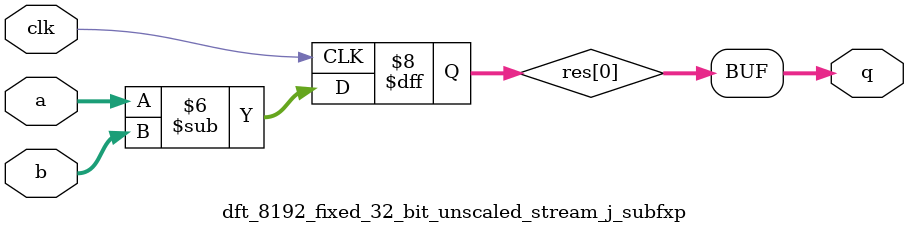
<source format=v>
/*
 * This source file contains a Verilog description of an IP core
 * automatically generated by the SPIRAL HDL Generator.
 *
 * This product includes a hardware design developed by Carnegie Mellon University.
 *
 * Copyright (c) 2005-2011 by Peter A. Milder for the SPIRAL Project,
 * Carnegie Mellon University
 *
 * For more information, see the SPIRAL project website at:
 *   http://www.spiral.net
 *
 * This design is provided for internal, non-commercial research use only
 * and is not for redistribution, with or without modifications.
 * 
 * You may not use the name "Carnegie Mellon University" or derivations
 * thereof to endorse or promote products derived from this software.
 *
 * THE SOFTWARE IS PROVIDED "AS-IS" WITHOUT ANY WARRANTY OF ANY KIND, EITHER
 * EXPRESS, IMPLIED OR STATUTORY, INCLUDING BUT NOT LIMITED TO ANY WARRANTY
 * THAT THE SOFTWARE WILL CONFORM TO SPECIFICATIONS OR BE ERROR-FREE AND ANY
 * IMPLIED WARRANTIES OF MERCHANTABILITY, FITNESS FOR A PARTICULAR PURPOSE,
 * TITLE, OR NON-INFRINGEMENT.  IN NO EVENT SHALL CARNEGIE MELLON UNIVERSITY
 * BE LIABLE FOR ANY DAMAGES, INCLUDING BUT NOT LIMITED TO DIRECT, INDIRECT,
 * SPECIAL OR CONSEQUENTIAL DAMAGES, ARISING OUT OF, RESULTING FROM, OR IN
 * ANY WAY CONNECTED WITH THIS SOFTWARE (WHETHER OR NOT BASED UPON WARRANTY,
 * CONTRACT, TORT OR OTHERWISE).
 *
 */

/* Portions of this design are protected by US Patent no. 8,321,823
 * (assignee: Carnegie Mellon University).
 */


 /*


DFT Size = 8192
direction = forward
data type = 32 bit fixed point, unscaled
architecture = fully streaming
radix = 4
streaming width = 4
data ordering = natural input / natural output
BRAM budget = -1


*/

//   Input/output stream: 4 complex words per cycle
//   Throughput: one transform every 2048 cycles
//   Latency: 5714 cycles

//   Resources required:
//     68 multipliers (32 x 32 bit)
//     138 adders (32 x 32 bit)
//     4 RAMs (32 words, 64 bits per word)
//     4 RAMs (2048 words, 64 bits per word)
//     4 RAMs (512 words, 64 bits per word)
//     12 RAMs (4096 words, 64 bits per word)
//     4 RAMs (128 words, 64 bits per word)
//     4 RAMs (8 words, 64 bits per word)
//     4 ROMs (2048 words, 32 bits per word)
//     6 ROMs (256 words, 32 bits per word)
//     6 ROMs (64 words, 32 bits per word)
//     6 ROMs (16 words, 32 bits per word)
//     6 ROMs (1024 words, 32 bits per word)

// Generated on Sat Oct 12 14:29:52 EDT 2019

// Latency: 5714 clock cycles
// Throughput: 1 transform every 2048 cycles


// We use an interleaved complex data format.  X0 represents the
// real portion of the first input, and X1 represents the imaginary
// portion.  The X variables are system inputs and the Y variables
// are system outputs.

// The design uses a system of flag signals to indicate the
// beginning of the input and output data streams.  The 'next'
// input (asserted high), is used to instruct the system that the
// input stream will begin on the following cycle.

// This system has a 'gap' of 2048 cycles.  This means that
// 2048 cycles must elapse between the beginning of the input
// vectors.

// The output signal 'next_out' (also asserted high) indicates
// that the output vector will begin streaming out of the system
 // on the following cycle.

// The system has a latency of 5714 cycles.  This means that
// the 'next_out' will be asserted 5714 cycles after the user
// asserts 'next'.

// The simple testbench below will demonstrate the timing for loading
// and unloading data vectors.
// The system reset signal is asserted high.

// Please note: when simulating floating point code, you must include
// Xilinx's DSP slice simulation module.

// Latency: 5714
// Gap: 2048
// module_name_is:dft_top
module dft_8192_fixed_32_bit_unscaled_stream_j(clk, reset, next, next_out,
   X0, Y0,
   X1, Y1,
   X2, Y2,
   X3, Y3,
   X4, Y4,
   X5, Y5,
   X6, Y6,
   X7, Y7);

   output next_out;
   input clk, reset, next;

   input [31:0] X0,
      X1,
      X2,
      X3,
      X4,
      X5,
      X6,
      X7;

   output [31:0] Y0,
      Y1,
      Y2,
      Y3,
      Y4,
      Y5,
      Y6,
      Y7;

   wire [31:0] t0_0;
   wire [31:0] t0_1;
   wire [31:0] t0_2;
   wire [31:0] t0_3;
   wire [31:0] t0_4;
   wire [31:0] t0_5;
   wire [31:0] t0_6;
   wire [31:0] t0_7;
   wire next_0;
   wire [31:0] t1_0;
   wire [31:0] t1_1;
   wire [31:0] t1_2;
   wire [31:0] t1_3;
   wire [31:0] t1_4;
   wire [31:0] t1_5;
   wire [31:0] t1_6;
   wire [31:0] t1_7;
   wire next_1;
   wire [31:0] t2_0;
   wire [31:0] t2_1;
   wire [31:0] t2_2;
   wire [31:0] t2_3;
   wire [31:0] t2_4;
   wire [31:0] t2_5;
   wire [31:0] t2_6;
   wire [31:0] t2_7;
   wire next_2;
   wire [31:0] t3_0;
   wire [31:0] t3_1;
   wire [31:0] t3_2;
   wire [31:0] t3_3;
   wire [31:0] t3_4;
   wire [31:0] t3_5;
   wire [31:0] t3_6;
   wire [31:0] t3_7;
   wire next_3;
   wire [31:0] t4_0;
   wire [31:0] t4_1;
   wire [31:0] t4_2;
   wire [31:0] t4_3;
   wire [31:0] t4_4;
   wire [31:0] t4_5;
   wire [31:0] t4_6;
   wire [31:0] t4_7;
   wire next_4;
   wire [31:0] t5_0;
   wire [31:0] t5_1;
   wire [31:0] t5_2;
   wire [31:0] t5_3;
   wire [31:0] t5_4;
   wire [31:0] t5_5;
   wire [31:0] t5_6;
   wire [31:0] t5_7;
   wire next_5;
   wire [31:0] t6_0;
   wire [31:0] t6_1;
   wire [31:0] t6_2;
   wire [31:0] t6_3;
   wire [31:0] t6_4;
   wire [31:0] t6_5;
   wire [31:0] t6_6;
   wire [31:0] t6_7;
   wire next_6;
   wire [31:0] t7_0;
   wire [31:0] t7_1;
   wire [31:0] t7_2;
   wire [31:0] t7_3;
   wire [31:0] t7_4;
   wire [31:0] t7_5;
   wire [31:0] t7_6;
   wire [31:0] t7_7;
   wire next_7;
   wire [31:0] t8_0;
   wire [31:0] t8_1;
   wire [31:0] t8_2;
   wire [31:0] t8_3;
   wire [31:0] t8_4;
   wire [31:0] t8_5;
   wire [31:0] t8_6;
   wire [31:0] t8_7;
   wire next_8;
   wire [31:0] t9_0;
   wire [31:0] t9_1;
   wire [31:0] t9_2;
   wire [31:0] t9_3;
   wire [31:0] t9_4;
   wire [31:0] t9_5;
   wire [31:0] t9_6;
   wire [31:0] t9_7;
   wire next_9;
   wire [31:0] t10_0;
   wire [31:0] t10_1;
   wire [31:0] t10_2;
   wire [31:0] t10_3;
   wire [31:0] t10_4;
   wire [31:0] t10_5;
   wire [31:0] t10_6;
   wire [31:0] t10_7;
   wire next_10;
   wire [31:0] t11_0;
   wire [31:0] t11_1;
   wire [31:0] t11_2;
   wire [31:0] t11_3;
   wire [31:0] t11_4;
   wire [31:0] t11_5;
   wire [31:0] t11_6;
   wire [31:0] t11_7;
   wire next_11;
   wire [31:0] t12_0;
   wire [31:0] t12_1;
   wire [31:0] t12_2;
   wire [31:0] t12_3;
   wire [31:0] t12_4;
   wire [31:0] t12_5;
   wire [31:0] t12_6;
   wire [31:0] t12_7;
   wire next_12;
   wire [31:0] t13_0;
   wire [31:0] t13_1;
   wire [31:0] t13_2;
   wire [31:0] t13_3;
   wire [31:0] t13_4;
   wire [31:0] t13_5;
   wire [31:0] t13_6;
   wire [31:0] t13_7;
   wire next_13;
   wire [31:0] t14_0;
   wire [31:0] t14_1;
   wire [31:0] t14_2;
   wire [31:0] t14_3;
   wire [31:0] t14_4;
   wire [31:0] t14_5;
   wire [31:0] t14_6;
   wire [31:0] t14_7;
   wire next_14;
   wire [31:0] t15_0;
   wire [31:0] t15_1;
   wire [31:0] t15_2;
   wire [31:0] t15_3;
   wire [31:0] t15_4;
   wire [31:0] t15_5;
   wire [31:0] t15_6;
   wire [31:0] t15_7;
   wire next_15;
   wire [31:0] t16_0;
   wire [31:0] t16_1;
   wire [31:0] t16_2;
   wire [31:0] t16_3;
   wire [31:0] t16_4;
   wire [31:0] t16_5;
   wire [31:0] t16_6;
   wire [31:0] t16_7;
   wire next_16;
   wire [31:0] t17_0;
   wire [31:0] t17_1;
   wire [31:0] t17_2;
   wire [31:0] t17_3;
   wire [31:0] t17_4;
   wire [31:0] t17_5;
   wire [31:0] t17_6;
   wire [31:0] t17_7;
   wire next_17;
   wire [31:0] t18_0;
   wire [31:0] t18_1;
   wire [31:0] t18_2;
   wire [31:0] t18_3;
   wire [31:0] t18_4;
   wire [31:0] t18_5;
   wire [31:0] t18_6;
   wire [31:0] t18_7;
   wire next_18;
   wire [31:0] t19_0;
   wire [31:0] t19_1;
   wire [31:0] t19_2;
   wire [31:0] t19_3;
   wire [31:0] t19_4;
   wire [31:0] t19_5;
   wire [31:0] t19_6;
   wire [31:0] t19_7;
   wire next_19;
   wire [31:0] t20_0;
   wire [31:0] t20_1;
   wire [31:0] t20_2;
   wire [31:0] t20_3;
   wire [31:0] t20_4;
   wire [31:0] t20_5;
   wire [31:0] t20_6;
   wire [31:0] t20_7;
   wire next_20;
   wire [31:0] t21_0;
   wire [31:0] t21_1;
   wire [31:0] t21_2;
   wire [31:0] t21_3;
   wire [31:0] t21_4;
   wire [31:0] t21_5;
   wire [31:0] t21_6;
   wire [31:0] t21_7;
   wire next_21;
   assign t0_0 = X0;
   assign Y0 = t21_0;
   assign t0_1 = X1;
   assign Y1 = t21_1;
   assign t0_2 = X2;
   assign Y2 = t21_2;
   assign t0_3 = X3;
   assign Y3 = t21_3;
   assign t0_4 = X4;
   assign Y4 = t21_4;
   assign t0_5 = X5;
   assign Y5 = t21_5;
   assign t0_6 = X6;
   assign Y6 = t21_6;
   assign t0_7 = X7;
   assign Y7 = t21_7;
   assign next_0 = next;
   assign next_out = next_21;

// latency=2006, gap=2048
dft_8192_fixed_32_bit_unscaled_stream_j_rc90964 stage0(.clk(clk), .reset(reset), .next(next_0), .next_out(next_1),
    .X0(t0_0), .Y0(t1_0),
    .X1(t0_1), .Y1(t1_1),
    .X2(t0_2), .Y2(t1_2),
    .X3(t0_3), .Y3(t1_3),
    .X4(t0_4), .Y4(t1_4),
    .X5(t0_5), .Y5(t1_5),
    .X6(t0_6), .Y6(t1_6),
    .X7(t0_7), .Y7(t1_7));


// latency=3, gap=2048
dft_8192_fixed_32_bit_unscaled_stream_j_codeBlock90966 stage1(.clk(clk), .reset(reset), .next_in(next_1), .next_out(next_2),
       .X0_in(t1_0), .Y0(t2_0),
       .X1_in(t1_1), .Y1(t2_1),
       .X2_in(t1_2), .Y2(t2_2),
       .X3_in(t1_3), .Y3(t2_3),
       .X4_in(t1_4), .Y4(t2_4),
       .X5_in(t1_5), .Y5(t2_5),
       .X6_in(t1_6), .Y6(t2_6),
       .X7_in(t1_7), .Y7(t2_7));


// latency=8, gap=2048
dft_8192_fixed_32_bit_unscaled_stream_j_rc91179 stage2(.clk(clk), .reset(reset), .next(next_2), .next_out(next_3),
    .X0(t2_0), .Y0(t3_0),
    .X1(t2_1), .Y1(t3_1),
    .X2(t2_2), .Y2(t3_2),
    .X3(t2_3), .Y3(t3_3),
    .X4(t2_4), .Y4(t3_4),
    .X5(t2_5), .Y5(t3_5),
    .X6(t2_6), .Y6(t3_6),
    .X7(t2_7), .Y7(t3_7));


// latency=12, gap=2048
dft_8192_fixed_32_bit_unscaled_stream_j_DirSum_91552 stage3(.next(next_3), .clk(clk), .reset(reset), .next_out(next_4),
       .X0(t3_0), .Y0(t4_0),
       .X1(t3_1), .Y1(t4_1),
       .X2(t3_2), .Y2(t4_2),
       .X3(t3_3), .Y3(t4_3),
       .X4(t3_4), .Y4(t4_4),
       .X5(t3_5), .Y5(t4_5),
       .X6(t3_6), .Y6(t4_6),
       .X7(t3_7), .Y7(t4_7));


// latency=3, gap=2048
dft_8192_fixed_32_bit_unscaled_stream_j_codeBlock91555 stage4(.clk(clk), .reset(reset), .next_in(next_4), .next_out(next_5),
       .X0_in(t4_0), .Y0(t5_0),
       .X1_in(t4_1), .Y1(t5_1),
       .X2_in(t4_2), .Y2(t5_2),
       .X3_in(t4_3), .Y3(t5_3),
       .X4_in(t4_4), .Y4(t5_4),
       .X5_in(t4_5), .Y5(t5_5),
       .X6_in(t4_6), .Y6(t5_6),
       .X7_in(t4_7), .Y7(t5_7));


// latency=17, gap=2048
dft_8192_fixed_32_bit_unscaled_stream_j_rc91768 stage5(.clk(clk), .reset(reset), .next(next_5), .next_out(next_6),
    .X0(t5_0), .Y0(t6_0),
    .X1(t5_1), .Y1(t6_1),
    .X2(t5_2), .Y2(t6_2),
    .X3(t5_3), .Y3(t6_3),
    .X4(t5_4), .Y4(t6_4),
    .X5(t5_5), .Y5(t6_5),
    .X6(t5_6), .Y6(t6_6),
    .X7(t5_7), .Y7(t6_7));


// latency=12, gap=2048
dft_8192_fixed_32_bit_unscaled_stream_j_DirSum_92237 stage6(.next(next_6), .clk(clk), .reset(reset), .next_out(next_7),
       .X0(t6_0), .Y0(t7_0),
       .X1(t6_1), .Y1(t7_1),
       .X2(t6_2), .Y2(t7_2),
       .X3(t6_3), .Y3(t7_3),
       .X4(t6_4), .Y4(t7_4),
       .X5(t6_5), .Y5(t7_5),
       .X6(t6_6), .Y6(t7_6),
       .X7(t6_7), .Y7(t7_7));


// latency=3, gap=2048
dft_8192_fixed_32_bit_unscaled_stream_j_codeBlock92240 stage7(.clk(clk), .reset(reset), .next_in(next_7), .next_out(next_8),
       .X0_in(t7_0), .Y0(t8_0),
       .X1_in(t7_1), .Y1(t8_1),
       .X2_in(t7_2), .Y2(t8_2),
       .X3_in(t7_3), .Y3(t8_3),
       .X4_in(t7_4), .Y4(t8_4),
       .X5_in(t7_5), .Y5(t8_5),
       .X6_in(t7_6), .Y6(t8_6),
       .X7_in(t7_7), .Y7(t8_7));


// latency=53, gap=2048
dft_8192_fixed_32_bit_unscaled_stream_j_rc92453 stage8(.clk(clk), .reset(reset), .next(next_8), .next_out(next_9),
    .X0(t8_0), .Y0(t9_0),
    .X1(t8_1), .Y1(t9_1),
    .X2(t8_2), .Y2(t9_2),
    .X3(t8_3), .Y3(t9_3),
    .X4(t8_4), .Y4(t9_4),
    .X5(t8_5), .Y5(t9_5),
    .X6(t8_6), .Y6(t9_6),
    .X7(t8_7), .Y7(t9_7));


// latency=12, gap=2048
dft_8192_fixed_32_bit_unscaled_stream_j_DirSum_93306 stage9(.next(next_9), .clk(clk), .reset(reset), .next_out(next_10),
       .X0(t9_0), .Y0(t10_0),
       .X1(t9_1), .Y1(t10_1),
       .X2(t9_2), .Y2(t10_2),
       .X3(t9_3), .Y3(t10_3),
       .X4(t9_4), .Y4(t10_4),
       .X5(t9_5), .Y5(t10_5),
       .X6(t9_6), .Y6(t10_6),
       .X7(t9_7), .Y7(t10_7));


// latency=3, gap=2048
dft_8192_fixed_32_bit_unscaled_stream_j_codeBlock93309 stage10(.clk(clk), .reset(reset), .next_in(next_10), .next_out(next_11),
       .X0_in(t10_0), .Y0(t11_0),
       .X1_in(t10_1), .Y1(t11_1),
       .X2_in(t10_2), .Y2(t11_2),
       .X3_in(t10_3), .Y3(t11_3),
       .X4_in(t10_4), .Y4(t11_4),
       .X5_in(t10_5), .Y5(t11_5),
       .X6_in(t10_6), .Y6(t11_6),
       .X7_in(t10_7), .Y7(t11_7));


// latency=197, gap=2048
dft_8192_fixed_32_bit_unscaled_stream_j_rc93522 stage11(.clk(clk), .reset(reset), .next(next_11), .next_out(next_12),
    .X0(t11_0), .Y0(t12_0),
    .X1(t11_1), .Y1(t12_1),
    .X2(t11_2), .Y2(t12_2),
    .X3(t11_3), .Y3(t12_3),
    .X4(t11_4), .Y4(t12_4),
    .X5(t11_5), .Y5(t12_5),
    .X6(t11_6), .Y6(t12_6),
    .X7(t11_7), .Y7(t12_7));


// latency=12, gap=2048
dft_8192_fixed_32_bit_unscaled_stream_j_DirSum_95911 stage12(.next(next_12), .clk(clk), .reset(reset), .next_out(next_13),
       .X0(t12_0), .Y0(t13_0),
       .X1(t12_1), .Y1(t13_1),
       .X2(t12_2), .Y2(t13_2),
       .X3(t12_3), .Y3(t13_3),
       .X4(t12_4), .Y4(t13_4),
       .X5(t12_5), .Y5(t13_5),
       .X6(t12_6), .Y6(t13_6),
       .X7(t12_7), .Y7(t13_7));


// latency=3, gap=2048
dft_8192_fixed_32_bit_unscaled_stream_j_codeBlock95914 stage13(.clk(clk), .reset(reset), .next_in(next_13), .next_out(next_14),
       .X0_in(t13_0), .Y0(t14_0),
       .X1_in(t13_1), .Y1(t14_1),
       .X2_in(t13_2), .Y2(t14_2),
       .X3_in(t13_3), .Y3(t14_3),
       .X4_in(t13_4), .Y4(t14_4),
       .X5_in(t13_5), .Y5(t14_5),
       .X6_in(t13_6), .Y6(t14_6),
       .X7_in(t13_7), .Y7(t14_7));


// latency=773, gap=2048
dft_8192_fixed_32_bit_unscaled_stream_j_rc96127 stage14(.clk(clk), .reset(reset), .next(next_14), .next_out(next_15),
    .X0(t14_0), .Y0(t15_0),
    .X1(t14_1), .Y1(t15_1),
    .X2(t14_2), .Y2(t15_2),
    .X3(t14_3), .Y3(t15_3),
    .X4(t14_4), .Y4(t15_4),
    .X5(t14_5), .Y5(t15_5),
    .X6(t14_6), .Y6(t15_6),
    .X7(t14_7), .Y7(t15_7));


// latency=12, gap=2048
dft_8192_fixed_32_bit_unscaled_stream_j_DirSum_104660 stage15(.next(next_15), .clk(clk), .reset(reset), .next_out(next_16),
       .X0(t15_0), .Y0(t16_0),
       .X1(t15_1), .Y1(t16_1),
       .X2(t15_2), .Y2(t16_2),
       .X3(t15_3), .Y3(t16_3),
       .X4(t15_4), .Y4(t16_4),
       .X5(t15_5), .Y5(t16_5),
       .X6(t15_6), .Y6(t16_6),
       .X7(t15_7), .Y7(t16_7));


// latency=3, gap=2048
dft_8192_fixed_32_bit_unscaled_stream_j_codeBlock104663 stage16(.clk(clk), .reset(reset), .next_in(next_16), .next_out(next_17),
       .X0_in(t16_0), .Y0(t17_0),
       .X1_in(t16_1), .Y1(t17_1),
       .X2_in(t16_2), .Y2(t17_2),
       .X3_in(t16_3), .Y3(t17_3),
       .X4_in(t16_4), .Y4(t17_4),
       .X5_in(t16_5), .Y5(t17_5),
       .X6_in(t16_6), .Y6(t17_6),
       .X7_in(t16_7), .Y7(t17_7));


// latency=1541, gap=2048
dft_8192_fixed_32_bit_unscaled_stream_j_rc104876 stage17(.clk(clk), .reset(reset), .next(next_17), .next_out(next_18),
    .X0(t17_0), .Y0(t18_0),
    .X1(t17_1), .Y1(t18_1),
    .X2(t17_2), .Y2(t18_2),
    .X3(t17_3), .Y3(t18_3),
    .X4(t17_4), .Y4(t18_4),
    .X5(t17_5), .Y5(t18_5),
    .X6(t17_6), .Y6(t18_6),
    .X7(t17_7), .Y7(t18_7));


// latency=12, gap=2048
dft_8192_fixed_32_bit_unscaled_stream_j_DirSum_121600 stage18(.next(next_18), .clk(clk), .reset(reset), .next_out(next_19),
       .X0(t18_0), .Y0(t19_0),
       .X1(t18_1), .Y1(t19_1),
       .X2(t18_2), .Y2(t19_2),
       .X3(t18_3), .Y3(t19_3),
       .X4(t18_4), .Y4(t19_4),
       .X5(t18_5), .Y5(t19_5),
       .X6(t18_6), .Y6(t19_6),
       .X7(t18_7), .Y7(t19_7));


// latency=2, gap=2048
dft_8192_fixed_32_bit_unscaled_stream_j_codeBlock121602 stage19(.clk(clk), .reset(reset), .next_in(next_19), .next_out(next_20),
       .X0_in(t19_0), .Y0(t20_0),
       .X1_in(t19_1), .Y1(t20_1),
       .X2_in(t19_2), .Y2(t20_2),
       .X3_in(t19_3), .Y3(t20_3),
       .X4_in(t19_4), .Y4(t20_4),
       .X5_in(t19_5), .Y5(t20_5),
       .X6_in(t19_6), .Y6(t20_6),
       .X7_in(t19_7), .Y7(t20_7));


// latency=1027, gap=2048
dft_8192_fixed_32_bit_unscaled_stream_j_rc121759 stage20(.clk(clk), .reset(reset), .next(next_20), .next_out(next_21),
    .X0(t20_0), .Y0(t21_0),
    .X1(t20_1), .Y1(t21_1),
    .X2(t20_2), .Y2(t21_2),
    .X3(t20_3), .Y3(t21_3),
    .X4(t20_4), .Y4(t21_4),
    .X5(t20_5), .Y5(t21_5),
    .X6(t20_6), .Y6(t21_6),
    .X7(t20_7), .Y7(t21_7));


endmodule

// Latency: 2006
// Gap: 2048
module dft_8192_fixed_32_bit_unscaled_stream_j_rc90964(clk, reset, next, next_out,
   X0, Y0,
   X1, Y1,
   X2, Y2,
   X3, Y3,
   X4, Y4,
   X5, Y5,
   X6, Y6,
   X7, Y7);

   output next_out;
   input clk, reset, next;

   input [31:0] X0,
      X1,
      X2,
      X3,
      X4,
      X5,
      X6,
      X7;

   output [31:0] Y0,
      Y1,
      Y2,
      Y3,
      Y4,
      Y5,
      Y6,
      Y7;

   wire [63:0] t0;
   wire [63:0] s0;
   assign t0 = {X0, X1};
   wire [63:0] t1;
   wire [63:0] s1;
   assign t1 = {X2, X3};
   wire [63:0] t2;
   wire [63:0] s2;
   assign t2 = {X4, X5};
   wire [63:0] t3;
   wire [63:0] s3;
   assign t3 = {X6, X7};
   assign Y0 = s0[63:32];
   assign Y1 = s0[31:0];
   assign Y2 = s1[63:32];
   assign Y3 = s1[31:0];
   assign Y4 = s2[63:32];
   assign Y5 = s2[31:0];
   assign Y6 = s3[63:32];
   assign Y7 = s3[31:0];

dft_8192_fixed_32_bit_unscaled_stream_j_perm90962 instPerm123908(.x0(t0), .y0(s0),
    .x1(t1), .y1(s1),
    .x2(t2), .y2(s2),
    .x3(t3), .y3(s3),
   .clk(clk), .next(next), .next_out(next_out), .reset(reset)
);



endmodule

// Latency: 2006
// Gap: 2048
module dft_8192_fixed_32_bit_unscaled_stream_j_perm90962(clk, next, reset, next_out,
   x0, y0,
   x1, y1,
   x2, y2,
   x3, y3);
   parameter numBanks = 4;
   parameter logBanks = 2;
   parameter depth = 2048;
   parameter logDepth = 11;
   parameter width = 64;

   input [width-1:0]  x0;
   output [width-1:0]  y0;
   wire [width-1:0]  ybuff0;
   input [width-1:0]  x1;
   output [width-1:0]  y1;
   wire [width-1:0]  ybuff1;
   input [width-1:0]  x2;
   output [width-1:0]  y2;
   wire [width-1:0]  ybuff2;
   input [width-1:0]  x3;
   output [width-1:0]  y3;
   wire [width-1:0]  ybuff3;
   input 	      clk, next, reset;
   output 	     next_out;

   wire    	     next0;

   reg              inFlip0, outFlip0;
   reg              inActive, outActive;

   wire [logBanks-1:0] inBank0, outBank0;
   wire [logDepth-1:0] inAddr0, outAddr0;
   wire [logBanks-1:0] outBank_a0;
   wire [logDepth-1:0] outAddr_a0;
   wire [logDepth+logBanks-1:0] addr0, addr0b, addr0c;
   wire [logBanks-1:0] inBank1, outBank1;
   wire [logDepth-1:0] inAddr1, outAddr1;
   wire [logBanks-1:0] outBank_a1;
   wire [logDepth-1:0] outAddr_a1;
   wire [logDepth+logBanks-1:0] addr1, addr1b, addr1c;
   wire [logBanks-1:0] inBank2, outBank2;
   wire [logDepth-1:0] inAddr2, outAddr2;
   wire [logBanks-1:0] outBank_a2;
   wire [logDepth-1:0] outAddr_a2;
   wire [logDepth+logBanks-1:0] addr2, addr2b, addr2c;
   wire [logBanks-1:0] inBank3, outBank3;
   wire [logDepth-1:0] inAddr3, outAddr3;
   wire [logBanks-1:0] outBank_a3;
   wire [logDepth-1:0] outAddr_a3;
   wire [logDepth+logBanks-1:0] addr3, addr3b, addr3c;


   reg [logDepth-1:0]  inCount, outCount, outCount_d, outCount_dd, outCount_for_rd_addr, outCount_for_rd_data;  

   assign    addr0 = {inCount, 2'd0};
   assign    addr0b = {outCount, 2'd0};
   assign    addr0c = {outCount_for_rd_addr, 2'd0};
   assign    addr1 = {inCount, 2'd1};
   assign    addr1b = {outCount, 2'd1};
   assign    addr1c = {outCount_for_rd_addr, 2'd1};
   assign    addr2 = {inCount, 2'd2};
   assign    addr2b = {outCount, 2'd2};
   assign    addr2c = {outCount_for_rd_addr, 2'd2};
   assign    addr3 = {inCount, 2'd3};
   assign    addr3b = {outCount, 2'd3};
   assign    addr3c = {outCount_for_rd_addr, 2'd3};
    wire [width+logDepth-1:0] w_0_0, w_0_1, w_0_2, w_0_3, w_1_0, w_1_1, w_1_2, w_1_3, w_2_0, w_2_1, w_2_2, w_2_3;

    reg [width-1:0] z_0_0;
    reg [width-1:0] z_0_1;
    reg [width-1:0] z_0_2;
    reg [width-1:0] z_0_3;
    wire [width-1:0] z_1_0, z_1_1, z_1_2, z_1_3, z_2_0, z_2_1, z_2_2, z_2_3;

    wire [logDepth-1:0] u_0_0, u_0_1, u_0_2, u_0_3, u_1_0, u_1_1, u_1_2, u_1_3, u_2_0, u_2_1, u_2_2, u_2_3;

    reg inFlip1, outFlip1;
    always @(posedge clk) begin
        inFlip1 <= inFlip0;
        outFlip1 <= outFlip0;
    end

   assign inBank0[0] = addr0[11] ^ addr0[1];
   assign inBank0[1] = addr0[12] ^ addr0[0];
   assign inAddr0[0] = addr0[9];
   assign inAddr0[1] = addr0[10];
   assign inAddr0[2] = addr0[7];
   assign inAddr0[3] = addr0[8];
   assign inAddr0[4] = addr0[5];
   assign inAddr0[5] = addr0[6];
   assign inAddr0[6] = addr0[3];
   assign inAddr0[7] = addr0[4];
   assign inAddr0[8] = addr0[1];
   assign inAddr0[9] = addr0[2];
   assign inAddr0[10] = addr0[0];
   assign outBank0[0] = addr0b[10] ^ addr0b[0];
   assign outBank0[1] = addr0b[12] ^ addr0b[1];
   assign outAddr0[0] = addr0b[2];
   assign outAddr0[1] = addr0b[3];
   assign outAddr0[2] = addr0b[4];
   assign outAddr0[3] = addr0b[5];
   assign outAddr0[4] = addr0b[6];
   assign outAddr0[5] = addr0b[7];
   assign outAddr0[6] = addr0b[8];
   assign outAddr0[7] = addr0b[9];
   assign outAddr0[8] = addr0b[10];
   assign outAddr0[9] = addr0b[11];
   assign outAddr0[10] = addr0b[12];
   assign outBank_a0[0] = addr0c[10] ^ addr0c[0];
   assign outBank_a0[1] = addr0c[12] ^ addr0c[1];
   assign outAddr_a0[0] = addr0c[2];
   assign outAddr_a0[1] = addr0c[3];
   assign outAddr_a0[2] = addr0c[4];
   assign outAddr_a0[3] = addr0c[5];
   assign outAddr_a0[4] = addr0c[6];
   assign outAddr_a0[5] = addr0c[7];
   assign outAddr_a0[6] = addr0c[8];
   assign outAddr_a0[7] = addr0c[9];
   assign outAddr_a0[8] = addr0c[10];
   assign outAddr_a0[9] = addr0c[11];
   assign outAddr_a0[10] = addr0c[12];

   assign inBank1[0] = addr1[11] ^ addr1[1];
   assign inBank1[1] = addr1[12] ^ addr1[0];
   assign inAddr1[0] = addr1[9];
   assign inAddr1[1] = addr1[10];
   assign inAddr1[2] = addr1[7];
   assign inAddr1[3] = addr1[8];
   assign inAddr1[4] = addr1[5];
   assign inAddr1[5] = addr1[6];
   assign inAddr1[6] = addr1[3];
   assign inAddr1[7] = addr1[4];
   assign inAddr1[8] = addr1[1];
   assign inAddr1[9] = addr1[2];
   assign inAddr1[10] = addr1[0];
   assign outBank1[0] = addr1b[10] ^ addr1b[0];
   assign outBank1[1] = addr1b[12] ^ addr1b[1];
   assign outAddr1[0] = addr1b[2];
   assign outAddr1[1] = addr1b[3];
   assign outAddr1[2] = addr1b[4];
   assign outAddr1[3] = addr1b[5];
   assign outAddr1[4] = addr1b[6];
   assign outAddr1[5] = addr1b[7];
   assign outAddr1[6] = addr1b[8];
   assign outAddr1[7] = addr1b[9];
   assign outAddr1[8] = addr1b[10];
   assign outAddr1[9] = addr1b[11];
   assign outAddr1[10] = addr1b[12];
   assign outBank_a1[0] = addr1c[10] ^ addr1c[0];
   assign outBank_a1[1] = addr1c[12] ^ addr1c[1];
   assign outAddr_a1[0] = addr1c[2];
   assign outAddr_a1[1] = addr1c[3];
   assign outAddr_a1[2] = addr1c[4];
   assign outAddr_a1[3] = addr1c[5];
   assign outAddr_a1[4] = addr1c[6];
   assign outAddr_a1[5] = addr1c[7];
   assign outAddr_a1[6] = addr1c[8];
   assign outAddr_a1[7] = addr1c[9];
   assign outAddr_a1[8] = addr1c[10];
   assign outAddr_a1[9] = addr1c[11];
   assign outAddr_a1[10] = addr1c[12];

   assign inBank2[0] = addr2[11] ^ addr2[1];
   assign inBank2[1] = addr2[12] ^ addr2[0];
   assign inAddr2[0] = addr2[9];
   assign inAddr2[1] = addr2[10];
   assign inAddr2[2] = addr2[7];
   assign inAddr2[3] = addr2[8];
   assign inAddr2[4] = addr2[5];
   assign inAddr2[5] = addr2[6];
   assign inAddr2[6] = addr2[3];
   assign inAddr2[7] = addr2[4];
   assign inAddr2[8] = addr2[1];
   assign inAddr2[9] = addr2[2];
   assign inAddr2[10] = addr2[0];
   assign outBank2[0] = addr2b[10] ^ addr2b[0];
   assign outBank2[1] = addr2b[12] ^ addr2b[1];
   assign outAddr2[0] = addr2b[2];
   assign outAddr2[1] = addr2b[3];
   assign outAddr2[2] = addr2b[4];
   assign outAddr2[3] = addr2b[5];
   assign outAddr2[4] = addr2b[6];
   assign outAddr2[5] = addr2b[7];
   assign outAddr2[6] = addr2b[8];
   assign outAddr2[7] = addr2b[9];
   assign outAddr2[8] = addr2b[10];
   assign outAddr2[9] = addr2b[11];
   assign outAddr2[10] = addr2b[12];
   assign outBank_a2[0] = addr2c[10] ^ addr2c[0];
   assign outBank_a2[1] = addr2c[12] ^ addr2c[1];
   assign outAddr_a2[0] = addr2c[2];
   assign outAddr_a2[1] = addr2c[3];
   assign outAddr_a2[2] = addr2c[4];
   assign outAddr_a2[3] = addr2c[5];
   assign outAddr_a2[4] = addr2c[6];
   assign outAddr_a2[5] = addr2c[7];
   assign outAddr_a2[6] = addr2c[8];
   assign outAddr_a2[7] = addr2c[9];
   assign outAddr_a2[8] = addr2c[10];
   assign outAddr_a2[9] = addr2c[11];
   assign outAddr_a2[10] = addr2c[12];

   assign inBank3[0] = addr3[11] ^ addr3[1];
   assign inBank3[1] = addr3[12] ^ addr3[0];
   assign inAddr3[0] = addr3[9];
   assign inAddr3[1] = addr3[10];
   assign inAddr3[2] = addr3[7];
   assign inAddr3[3] = addr3[8];
   assign inAddr3[4] = addr3[5];
   assign inAddr3[5] = addr3[6];
   assign inAddr3[6] = addr3[3];
   assign inAddr3[7] = addr3[4];
   assign inAddr3[8] = addr3[1];
   assign inAddr3[9] = addr3[2];
   assign inAddr3[10] = addr3[0];
   assign outBank3[0] = addr3b[10] ^ addr3b[0];
   assign outBank3[1] = addr3b[12] ^ addr3b[1];
   assign outAddr3[0] = addr3b[2];
   assign outAddr3[1] = addr3b[3];
   assign outAddr3[2] = addr3b[4];
   assign outAddr3[3] = addr3b[5];
   assign outAddr3[4] = addr3b[6];
   assign outAddr3[5] = addr3b[7];
   assign outAddr3[6] = addr3b[8];
   assign outAddr3[7] = addr3b[9];
   assign outAddr3[8] = addr3b[10];
   assign outAddr3[9] = addr3b[11];
   assign outAddr3[10] = addr3b[12];
   assign outBank_a3[0] = addr3c[10] ^ addr3c[0];
   assign outBank_a3[1] = addr3c[12] ^ addr3c[1];
   assign outAddr_a3[0] = addr3c[2];
   assign outAddr_a3[1] = addr3c[3];
   assign outAddr_a3[2] = addr3c[4];
   assign outAddr_a3[3] = addr3c[5];
   assign outAddr_a3[4] = addr3c[6];
   assign outAddr_a3[5] = addr3c[7];
   assign outAddr_a3[6] = addr3c[8];
   assign outAddr_a3[7] = addr3c[9];
   assign outAddr_a3[8] = addr3c[10];
   assign outAddr_a3[9] = addr3c[11];
   assign outAddr_a3[10] = addr3c[12];

dft_8192_fixed_32_bit_unscaled_stream_j_nextReg #(2002, 11) nextReg_123913(.X(next), .Y(next0), .reset(reset), .clk(clk));


dft_8192_fixed_32_bit_unscaled_stream_j_shiftRegFIFO #(4, 1) shiftFIFO_123916(.X(next0), .Y(next_out), .clk(clk));


dft_8192_fixed_32_bit_unscaled_stream_j_memArray8192_90962 #(numBanks, logBanks, depth, logDepth, width)
     memSys(.inFlip(inFlip1), .outFlip(outFlip1), .next(next), .reset(reset),
        .x0(w_2_0[width+logDepth-1:logDepth]), .y0(ybuff0),
        .inAddr0(w_2_0[logDepth-1:0]),
        .outAddr0(u_2_0), 
        .x1(w_2_1[width+logDepth-1:logDepth]), .y1(ybuff1),
        .inAddr1(w_2_1[logDepth-1:0]),
        .outAddr1(u_2_1), 
        .x2(w_2_2[width+logDepth-1:logDepth]), .y2(ybuff2),
        .inAddr2(w_2_2[logDepth-1:0]),
        .outAddr2(u_2_2), 
        .x3(w_2_3[width+logDepth-1:logDepth]), .y3(ybuff3),
        .inAddr3(w_2_3[logDepth-1:0]),
        .outAddr3(u_2_3), 
        .clk(clk));

   always @(posedge clk) begin
      if (reset == 1) begin
      z_0_0 <= 0;
      z_0_1 <= 0;
      z_0_2 <= 0;
      z_0_3 <= 0;
         inFlip0 <= 0; outFlip0 <= 1; outCount <= 0; inCount <= 0;
        outCount_for_rd_addr <= 0;
        outCount_for_rd_data <= 0;
      end
      else begin
          outCount_d <= outCount;
          outCount_dd <= outCount_d;
         if (inCount == 2001)
            outCount_for_rd_addr <= 0;
         else
            outCount_for_rd_addr <= outCount_for_rd_addr+1;
         if (inCount == 2004)
            outCount_for_rd_data <= 0;
         else
            outCount_for_rd_data <= outCount_for_rd_data+1;
      z_0_0 <= ybuff0;
      z_0_1 <= ybuff1;
      z_0_2 <= ybuff2;
      z_0_3 <= ybuff3;
         if (inCount == 2001) begin
            outFlip0 <= ~outFlip0;
            outCount <= 0;
         end
         else
            outCount <= outCount+1;
         if (inCount == 2047) begin
            inFlip0 <= ~inFlip0;
         end
         if (next == 1) begin
            if (inCount >= 2001)
               inFlip0 <= ~inFlip0;
            inCount <= 0;
         end
         else
            inCount <= inCount + 1;
      end
   end
    assign w_0_0 = {x0, inAddr0};
    assign w_0_2 = {x1, inAddr1};
    assign w_0_1 = {x2, inAddr2};
    assign w_0_3 = {x3, inAddr3};
    assign y0 = z_2_0;
    assign y1 = z_2_1;
    assign y2 = z_2_2;
    assign y3 = z_2_3;
    assign u_0_0 = outAddr_a0;
    assign u_0_1 = outAddr_a1;
    assign u_0_2 = outAddr_a2;
    assign u_0_3 = outAddr_a3;
    wire wr_ctrl_st_0;
    assign wr_ctrl_st_0 = inCount[10];

dft_8192_fixed_32_bit_unscaled_stream_j_switch #(logDepth+width) in_sw_0_0(.x0(w_0_0), .x1(w_0_2), .y0(w_1_0), .y1(w_1_2), .ctrl(wr_ctrl_st_0));
dft_8192_fixed_32_bit_unscaled_stream_j_switch #(logDepth+width) in_sw_0_1(.x0(w_0_1), .x1(w_0_3), .y0(w_1_1), .y1(w_1_3), .ctrl(wr_ctrl_st_0));
    reg [width+logDepth-1:0] w_1_0_pipe;
    reg [width+logDepth-1:0] w_1_1_pipe;
    reg [width+logDepth-1:0] w_1_2_pipe;
    reg [width+logDepth-1:0] w_1_3_pipe;

    always @(posedge clk) begin
        w_1_0_pipe <= w_1_0;
        w_1_1_pipe <= w_1_1;
        w_1_2_pipe <= w_1_2;
        w_1_3_pipe <= w_1_3;
    end

    wire wr_ctrl_st_1;
    reg wr_ctrl_st_1_1;
    always @(posedge clk) begin
        wr_ctrl_st_1_1 <= inCount[9];
    end
    assign wr_ctrl_st_1 = wr_ctrl_st_1_1;

dft_8192_fixed_32_bit_unscaled_stream_j_switch #(logDepth+width) in_sw_1_0(.x0(w_1_0_pipe), .x1(w_1_1_pipe), .y0(w_2_0), .y1(w_2_1), .ctrl(wr_ctrl_st_1));
dft_8192_fixed_32_bit_unscaled_stream_j_switch #(logDepth+width) in_sw_1_1(.x0(w_1_2_pipe), .x1(w_1_3_pipe), .y0(w_2_2), .y1(w_2_3), .ctrl(wr_ctrl_st_1));
    wire rdd_ctrl_st_0;
    assign rdd_ctrl_st_0 = outCount_for_rd_data[10];

dft_8192_fixed_32_bit_unscaled_stream_j_switch #(width) out_sw_0_0(.x0(z_0_0), .x1(z_0_2), .y0(z_1_0), .y1(z_1_2), .ctrl(rdd_ctrl_st_0));
dft_8192_fixed_32_bit_unscaled_stream_j_switch #(width) out_sw_0_1(.x0(z_0_1), .x1(z_0_3), .y0(z_1_1), .y1(z_1_3), .ctrl(rdd_ctrl_st_0));
    reg [width-1:0] z_1_0_pipe;
    reg [width-1:0] z_1_1_pipe;
    reg [width-1:0] z_1_2_pipe;
    reg [width-1:0] z_1_3_pipe;

    always @(posedge clk) begin
        z_1_0_pipe <= z_1_0;
        z_1_1_pipe <= z_1_1;
        z_1_2_pipe <= z_1_2;
        z_1_3_pipe <= z_1_3;
    end

    wire rdd_ctrl_st_1;
    reg rdd_ctrl_st_1_1;
    always @(posedge clk) begin
        rdd_ctrl_st_1_1 <= outCount_for_rd_data[8];

    end
    assign rdd_ctrl_st_1 = rdd_ctrl_st_1_1;

dft_8192_fixed_32_bit_unscaled_stream_j_switch #(width) out_sw_1_0(.x0(z_1_0_pipe), .x1(z_1_1_pipe), .y0(z_2_0), .y1(z_2_1), .ctrl(rdd_ctrl_st_1));
dft_8192_fixed_32_bit_unscaled_stream_j_switch #(width) out_sw_1_1(.x0(z_1_2_pipe), .x1(z_1_3_pipe), .y0(z_2_2), .y1(z_2_3), .ctrl(rdd_ctrl_st_1));
    wire rda_ctrl_st_0;
    assign rda_ctrl_st_0 = outCount_for_rd_addr[10];

dft_8192_fixed_32_bit_unscaled_stream_j_switch #(logDepth) rdaddr_sw_0_0(.x0(u_0_0), .x1(u_0_2), .y0(u_1_0), .y1(u_1_2), .ctrl(rda_ctrl_st_0));
dft_8192_fixed_32_bit_unscaled_stream_j_switch #(logDepth) rdaddr_sw_0_1(.x0(u_0_1), .x1(u_0_3), .y0(u_1_1), .y1(u_1_3), .ctrl(rda_ctrl_st_0));
    reg [logDepth-1:0] u_1_0_pipe;
    reg [logDepth-1:0] u_1_1_pipe;
    reg [logDepth-1:0] u_1_2_pipe;
    reg [logDepth-1:0] u_1_3_pipe;

    always @(posedge clk) begin
        u_1_0_pipe <= u_1_0;
        u_1_1_pipe <= u_1_1;
        u_1_2_pipe <= u_1_2;
        u_1_3_pipe <= u_1_3;
    end

    wire rda_ctrl_st_1;
    reg rda_ctrl_st_1_1;
    always @(posedge clk) begin
        rda_ctrl_st_1_1 <= outCount_for_rd_addr[8];

    end
    assign rda_ctrl_st_1 = rda_ctrl_st_1_1;

dft_8192_fixed_32_bit_unscaled_stream_j_switch #(logDepth) rdaddr_sw_1_0(.x0(u_1_0_pipe), .x1(u_1_1_pipe), .y0(u_2_0), .y1(u_2_1), .ctrl(rda_ctrl_st_1));
dft_8192_fixed_32_bit_unscaled_stream_j_switch #(logDepth) rdaddr_sw_1_1(.x0(u_1_2_pipe), .x1(u_1_3_pipe), .y0(u_2_2), .y1(u_2_3), .ctrl(rda_ctrl_st_1));
endmodule

module dft_8192_fixed_32_bit_unscaled_stream_j_memArray8192_90962(next, reset,
                x0, y0,
                inAddr0,
                outAddr0,
                x1, y1,
                inAddr1,
                outAddr1,
                x2, y2,
                inAddr2,
                outAddr2,
                x3, y3,
                inAddr3,
                outAddr3,
                clk, inFlip, outFlip);

   parameter numBanks = 4;
   parameter logBanks = 2;
   parameter depth = 2048;
   parameter logDepth = 11;
   parameter width = 64;

   input     clk, next, reset;
   input    inFlip, outFlip;
   wire    next0;

   input [width-1:0]   x0;
   output [width-1:0]  y0;
   input [logDepth-1:0] inAddr0, outAddr0;
   input [width-1:0]   x1;
   output [width-1:0]  y1;
   input [logDepth-1:0] inAddr1, outAddr1;
   input [width-1:0]   x2;
   output [width-1:0]  y2;
   input [logDepth-1:0] inAddr2, outAddr2;
   input [width-1:0]   x3;
   output [width-1:0]  y3;
   input [logDepth-1:0] inAddr3, outAddr3;
dft_8192_fixed_32_bit_unscaled_stream_j_nextReg #(2048, 11) nextReg_123921(.X(next), .Y(next0), .reset(reset), .clk(clk));


dft_8192_fixed_32_bit_unscaled_stream_j_memMod #(depth*2, width, logDepth+1)
     memMod0(.in(x0), .out(y0), .inAddr({inFlip, inAddr0}),
	   .outAddr({outFlip, outAddr0}), .writeSel(1'b1), .clk(clk));   
dft_8192_fixed_32_bit_unscaled_stream_j_memMod #(depth*2, width, logDepth+1)
     memMod1(.in(x1), .out(y1), .inAddr({inFlip, inAddr1}),
	   .outAddr({outFlip, outAddr1}), .writeSel(1'b1), .clk(clk));   
dft_8192_fixed_32_bit_unscaled_stream_j_memMod #(depth*2, width, logDepth+1)
     memMod2(.in(x2), .out(y2), .inAddr({inFlip, inAddr2}),
	   .outAddr({outFlip, outAddr2}), .writeSel(1'b1), .clk(clk));   
dft_8192_fixed_32_bit_unscaled_stream_j_memMod #(depth*2, width, logDepth+1)
     memMod3(.in(x3), .out(y3), .inAddr({inFlip, inAddr3}),
	   .outAddr({outFlip, outAddr3}), .writeSel(1'b1), .clk(clk));   
endmodule

module dft_8192_fixed_32_bit_unscaled_stream_j_nextReg(X, Y, reset, clk);
   parameter depth=2, logDepth=1;

   output Y;
   input X;
   input              clk, reset;
   reg [logDepth:0] count;
   reg                active;

   assign Y = (count == depth) ? 1 : 0;

   always @ (posedge clk) begin
      if (reset == 1) begin
         count <= 0;
         active <= 0;
      end
      else if (X == 1) begin
         active <= 1;
         count <= 1;
      end
      else if (count == depth) begin
         count <= 0;
         active <= 0;
      end
      else if (active)
         count <= count+1;
   end
endmodule


module dft_8192_fixed_32_bit_unscaled_stream_j_memMod(in, out, inAddr, outAddr, writeSel, clk);

   parameter depth=1024, width=16, logDepth=10;

   input [width-1:0]    in;
   input [logDepth-1:0] inAddr, outAddr;
   input 	        writeSel, clk;
   output [width-1:0] 	out;
   reg [width-1:0] 	out;

   // synthesis attribute ram_style of mem is block

   reg [width-1:0] 	mem[depth-1:0]; 

   always @(posedge clk) begin
      out <= mem[outAddr];

      if (writeSel)
        mem[inAddr] <= in;
   end
endmodule 



module dft_8192_fixed_32_bit_unscaled_stream_j_memMod_dist(in, out, inAddr, outAddr, writeSel, clk);

   parameter depth=1024, width=16, logDepth=10;

   input [width-1:0]    in;
   input [logDepth-1:0] inAddr, outAddr;
   input 	        writeSel, clk;
   output [width-1:0] 	out;
   reg [width-1:0] 	out;

   // synthesis attribute ram_style of mem is distributed

   reg [width-1:0] 	mem[depth-1:0]; 

   always @(posedge clk) begin
      out <= mem[outAddr];

      if (writeSel)
        mem[inAddr] <= in;
   end
endmodule 

module dft_8192_fixed_32_bit_unscaled_stream_j_switch(ctrl, x0, x1, y0, y1);
    parameter width = 16;
    input [width-1:0] x0, x1;
    output [width-1:0] y0, y1;
    input ctrl;
    assign y0 = (ctrl == 0) ? x0 : x1;
    assign y1 = (ctrl == 0) ? x1 : x0;
endmodule

module dft_8192_fixed_32_bit_unscaled_stream_j_shiftRegFIFO(X, Y, clk);
   parameter depth=1, width=1;

   output [width-1:0] Y;
   input  [width-1:0] X;
   input              clk;

   reg [width-1:0]    mem [depth-1:0];
   integer            index;

   assign Y = mem[depth-1];

   always @ (posedge clk) begin
      for(index=1;index<depth;index=index+1) begin
         mem[index] <= mem[index-1];
      end
      mem[0]<=X;
   end
endmodule

// Latency: 3
// Gap: 1
module dft_8192_fixed_32_bit_unscaled_stream_j_codeBlock90966(clk, reset, next_in, next_out,
   X0_in, Y0,
   X1_in, Y1,
   X2_in, Y2,
   X3_in, Y3,
   X4_in, Y4,
   X5_in, Y5,
   X6_in, Y6,
   X7_in, Y7);

   output next_out;
   input clk, reset, next_in;

   reg next;

   input [31:0] X0_in,
      X1_in,
      X2_in,
      X3_in,
      X4_in,
      X5_in,
      X6_in,
      X7_in;

   reg   [31:0] X0,
      X1,
      X2,
      X3,
      X4,
      X5,
      X6,
      X7;

   output [31:0] Y0,
      Y1,
      Y2,
      Y3,
      Y4,
      Y5,
      Y6,
      Y7;

dft_8192_fixed_32_bit_unscaled_stream_j_shiftRegFIFO #(2, 1) shiftFIFO_123928(.X(next), .Y(next_out), .clk(clk));


   wire signed [31:0] a738;
   wire signed [31:0] a739;
   wire signed [31:0] a740;
   wire signed [31:0] a741;
   wire signed [31:0] a746;
   wire signed [31:0] a747;
   wire signed [31:0] a748;
   wire signed [31:0] a749;
   wire signed [31:0] t810;
   wire signed [31:0] t811;
   wire signed [31:0] t812;
   wire signed [31:0] t813;
   wire signed [31:0] t814;
   wire signed [31:0] t815;
   wire signed [31:0] t816;
   wire signed [31:0] t817;
   wire signed [31:0] t818;
   wire signed [31:0] t819;
   wire signed [31:0] t820;
   wire signed [31:0] t821;
   wire signed [31:0] Y0;
   wire signed [31:0] Y1;
   wire signed [31:0] Y4;
   wire signed [31:0] Y5;
   wire signed [31:0] t822;
   wire signed [31:0] t823;
   wire signed [31:0] t824;
   wire signed [31:0] t825;
   wire signed [31:0] Y2;
   wire signed [31:0] Y3;
   wire signed [31:0] Y6;
   wire signed [31:0] Y7;


   assign a738 = X0;
   assign a739 = X4;
   assign a740 = X1;
   assign a741 = X5;
   assign a746 = X2;
   assign a747 = X6;
   assign a748 = X3;
   assign a749 = X7;
   assign Y0 = t818;
   assign Y1 = t819;
   assign Y4 = t820;
   assign Y5 = t821;
   assign Y2 = t822;
   assign Y3 = t823;
   assign Y6 = t824;
   assign Y7 = t825;

dft_8192_fixed_32_bit_unscaled_stream_j_addfxp #(32, 1) add90978(.a(a738), .b(a739), .clk(clk), .q(t810));    // 0
dft_8192_fixed_32_bit_unscaled_stream_j_addfxp #(32, 1) add90993(.a(a740), .b(a741), .clk(clk), .q(t811));    // 0
dft_8192_fixed_32_bit_unscaled_stream_j_subfxp #(32, 1) sub91008(.a(a738), .b(a739), .clk(clk), .q(t812));    // 0
dft_8192_fixed_32_bit_unscaled_stream_j_subfxp #(32, 1) sub91023(.a(a740), .b(a741), .clk(clk), .q(t813));    // 0
dft_8192_fixed_32_bit_unscaled_stream_j_addfxp #(32, 1) add91038(.a(a746), .b(a747), .clk(clk), .q(t814));    // 0
dft_8192_fixed_32_bit_unscaled_stream_j_addfxp #(32, 1) add91053(.a(a748), .b(a749), .clk(clk), .q(t815));    // 0
dft_8192_fixed_32_bit_unscaled_stream_j_subfxp #(32, 1) sub91068(.a(a746), .b(a747), .clk(clk), .q(t816));    // 0
dft_8192_fixed_32_bit_unscaled_stream_j_subfxp #(32, 1) sub91083(.a(a748), .b(a749), .clk(clk), .q(t817));    // 0
dft_8192_fixed_32_bit_unscaled_stream_j_addfxp #(32, 1) add91090(.a(t810), .b(t814), .clk(clk), .q(t818));    // 1
dft_8192_fixed_32_bit_unscaled_stream_j_addfxp #(32, 1) add91097(.a(t811), .b(t815), .clk(clk), .q(t819));    // 1
dft_8192_fixed_32_bit_unscaled_stream_j_subfxp #(32, 1) sub91104(.a(t810), .b(t814), .clk(clk), .q(t820));    // 1
dft_8192_fixed_32_bit_unscaled_stream_j_subfxp #(32, 1) sub91111(.a(t811), .b(t815), .clk(clk), .q(t821));    // 1
dft_8192_fixed_32_bit_unscaled_stream_j_addfxp #(32, 1) add91134(.a(t812), .b(t817), .clk(clk), .q(t822));    // 1
dft_8192_fixed_32_bit_unscaled_stream_j_subfxp #(32, 1) sub91141(.a(t813), .b(t816), .clk(clk), .q(t823));    // 1
dft_8192_fixed_32_bit_unscaled_stream_j_subfxp #(32, 1) sub91148(.a(t812), .b(t817), .clk(clk), .q(t824));    // 1
dft_8192_fixed_32_bit_unscaled_stream_j_addfxp #(32, 1) add91155(.a(t813), .b(t816), .clk(clk), .q(t825));    // 1


   always @(posedge clk) begin
      if (reset == 1) begin
      end
      else begin
         X0 <= X0_in;
         X1 <= X1_in;
         X2 <= X2_in;
         X3 <= X3_in;
         X4 <= X4_in;
         X5 <= X5_in;
         X6 <= X6_in;
         X7 <= X7_in;
         next <= next_in;
      end
   end
endmodule

// Latency: 8
// Gap: 4
module dft_8192_fixed_32_bit_unscaled_stream_j_rc91179(clk, reset, next, next_out,
   X0, Y0,
   X1, Y1,
   X2, Y2,
   X3, Y3,
   X4, Y4,
   X5, Y5,
   X6, Y6,
   X7, Y7);

   output next_out;
   input clk, reset, next;

   input [31:0] X0,
      X1,
      X2,
      X3,
      X4,
      X5,
      X6,
      X7;

   output [31:0] Y0,
      Y1,
      Y2,
      Y3,
      Y4,
      Y5,
      Y6,
      Y7;

   wire [63:0] t0;
   wire [63:0] s0;
   assign t0 = {X0, X1};
   wire [63:0] t1;
   wire [63:0] s1;
   assign t1 = {X2, X3};
   wire [63:0] t2;
   wire [63:0] s2;
   assign t2 = {X4, X5};
   wire [63:0] t3;
   wire [63:0] s3;
   assign t3 = {X6, X7};
   assign Y0 = s0[63:32];
   assign Y1 = s0[31:0];
   assign Y2 = s1[63:32];
   assign Y3 = s1[31:0];
   assign Y4 = s2[63:32];
   assign Y5 = s2[31:0];
   assign Y6 = s3[63:32];
   assign Y7 = s3[31:0];

dft_8192_fixed_32_bit_unscaled_stream_j_perm91177 instPerm123929(.x0(t0), .y0(s0),
    .x1(t1), .y1(s1),
    .x2(t2), .y2(s2),
    .x3(t3), .y3(s3),
   .clk(clk), .next(next), .next_out(next_out), .reset(reset)
);



endmodule

// Latency: 8
// Gap: 4
module dft_8192_fixed_32_bit_unscaled_stream_j_perm91177(clk, next, reset, next_out,
   x0, y0,
   x1, y1,
   x2, y2,
   x3, y3);
   parameter numBanks = 4;
   parameter logBanks = 2;
   parameter depth = 4;
   parameter logDepth = 2;
   parameter width = 64;

   input [width-1:0]  x0;
   output [width-1:0]  y0;
   wire [width-1:0]  ybuff0;
   input [width-1:0]  x1;
   output [width-1:0]  y1;
   wire [width-1:0]  ybuff1;
   input [width-1:0]  x2;
   output [width-1:0]  y2;
   wire [width-1:0]  ybuff2;
   input [width-1:0]  x3;
   output [width-1:0]  y3;
   wire [width-1:0]  ybuff3;
   input 	      clk, next, reset;
   output 	     next_out;

   wire    	     next0;

   reg              inFlip0, outFlip0;
   reg              inActive, outActive;

   wire [logBanks-1:0] inBank0, outBank0;
   wire [logDepth-1:0] inAddr0, outAddr0;
   wire [logBanks-1:0] outBank_a0;
   wire [logDepth-1:0] outAddr_a0;
   wire [logDepth+logBanks-1:0] addr0, addr0b, addr0c;
   wire [logBanks-1:0] inBank1, outBank1;
   wire [logDepth-1:0] inAddr1, outAddr1;
   wire [logBanks-1:0] outBank_a1;
   wire [logDepth-1:0] outAddr_a1;
   wire [logDepth+logBanks-1:0] addr1, addr1b, addr1c;
   wire [logBanks-1:0] inBank2, outBank2;
   wire [logDepth-1:0] inAddr2, outAddr2;
   wire [logBanks-1:0] outBank_a2;
   wire [logDepth-1:0] outAddr_a2;
   wire [logDepth+logBanks-1:0] addr2, addr2b, addr2c;
   wire [logBanks-1:0] inBank3, outBank3;
   wire [logDepth-1:0] inAddr3, outAddr3;
   wire [logBanks-1:0] outBank_a3;
   wire [logDepth-1:0] outAddr_a3;
   wire [logDepth+logBanks-1:0] addr3, addr3b, addr3c;


   reg [logDepth-1:0]  inCount, outCount, outCount_d, outCount_dd, outCount_for_rd_addr, outCount_for_rd_data;  

   assign    addr0 = {inCount, 2'd0};
   assign    addr0b = {outCount, 2'd0};
   assign    addr0c = {outCount_for_rd_addr, 2'd0};
   assign    addr1 = {inCount, 2'd1};
   assign    addr1b = {outCount, 2'd1};
   assign    addr1c = {outCount_for_rd_addr, 2'd1};
   assign    addr2 = {inCount, 2'd2};
   assign    addr2b = {outCount, 2'd2};
   assign    addr2c = {outCount_for_rd_addr, 2'd2};
   assign    addr3 = {inCount, 2'd3};
   assign    addr3b = {outCount, 2'd3};
   assign    addr3c = {outCount_for_rd_addr, 2'd3};
    wire [width+logDepth-1:0] w_0_0, w_0_1, w_0_2, w_0_3, w_1_0, w_1_1, w_1_2, w_1_3, w_2_0, w_2_1, w_2_2, w_2_3;

    reg [width-1:0] z_0_0;
    reg [width-1:0] z_0_1;
    reg [width-1:0] z_0_2;
    reg [width-1:0] z_0_3;
    wire [width-1:0] z_1_0, z_1_1, z_1_2, z_1_3, z_2_0, z_2_1, z_2_2, z_2_3;

    wire [logDepth-1:0] u_0_0, u_0_1, u_0_2, u_0_3, u_1_0, u_1_1, u_1_2, u_1_3, u_2_0, u_2_1, u_2_2, u_2_3;

    reg inFlip1, outFlip1;
    always @(posedge clk) begin
        inFlip1 <= inFlip0;
        outFlip1 <= outFlip0;
    end

   assign inBank0[0] = addr0[2] ^ addr0[0];
   assign inBank0[1] = addr0[3] ^ addr0[1];
   assign inAddr0[0] = addr0[0];
   assign inAddr0[1] = addr0[1];
   assign outBank0[0] = addr0b[2] ^ addr0b[0];
   assign outBank0[1] = addr0b[3] ^ addr0b[1];
   assign outAddr0[0] = addr0b[2];
   assign outAddr0[1] = addr0b[3];
   assign outBank_a0[0] = addr0c[2] ^ addr0c[0];
   assign outBank_a0[1] = addr0c[3] ^ addr0c[1];
   assign outAddr_a0[0] = addr0c[2];
   assign outAddr_a0[1] = addr0c[3];

   assign inBank1[0] = addr1[2] ^ addr1[0];
   assign inBank1[1] = addr1[3] ^ addr1[1];
   assign inAddr1[0] = addr1[0];
   assign inAddr1[1] = addr1[1];
   assign outBank1[0] = addr1b[2] ^ addr1b[0];
   assign outBank1[1] = addr1b[3] ^ addr1b[1];
   assign outAddr1[0] = addr1b[2];
   assign outAddr1[1] = addr1b[3];
   assign outBank_a1[0] = addr1c[2] ^ addr1c[0];
   assign outBank_a1[1] = addr1c[3] ^ addr1c[1];
   assign outAddr_a1[0] = addr1c[2];
   assign outAddr_a1[1] = addr1c[3];

   assign inBank2[0] = addr2[2] ^ addr2[0];
   assign inBank2[1] = addr2[3] ^ addr2[1];
   assign inAddr2[0] = addr2[0];
   assign inAddr2[1] = addr2[1];
   assign outBank2[0] = addr2b[2] ^ addr2b[0];
   assign outBank2[1] = addr2b[3] ^ addr2b[1];
   assign outAddr2[0] = addr2b[2];
   assign outAddr2[1] = addr2b[3];
   assign outBank_a2[0] = addr2c[2] ^ addr2c[0];
   assign outBank_a2[1] = addr2c[3] ^ addr2c[1];
   assign outAddr_a2[0] = addr2c[2];
   assign outAddr_a2[1] = addr2c[3];

   assign inBank3[0] = addr3[2] ^ addr3[0];
   assign inBank3[1] = addr3[3] ^ addr3[1];
   assign inAddr3[0] = addr3[0];
   assign inAddr3[1] = addr3[1];
   assign outBank3[0] = addr3b[2] ^ addr3b[0];
   assign outBank3[1] = addr3b[3] ^ addr3b[1];
   assign outAddr3[0] = addr3b[2];
   assign outAddr3[1] = addr3b[3];
   assign outBank_a3[0] = addr3c[2] ^ addr3c[0];
   assign outBank_a3[1] = addr3c[3] ^ addr3c[1];
   assign outAddr_a3[0] = addr3c[2];
   assign outAddr_a3[1] = addr3c[3];

dft_8192_fixed_32_bit_unscaled_stream_j_shiftRegFIFO #(4, 1) shiftFIFO_123932(.X(next), .Y(next0), .clk(clk));


dft_8192_fixed_32_bit_unscaled_stream_j_shiftRegFIFO #(4, 1) shiftFIFO_123935(.X(next0), .Y(next_out), .clk(clk));


dft_8192_fixed_32_bit_unscaled_stream_j_memArray16_91177 #(numBanks, logBanks, depth, logDepth, width)
     memSys(.inFlip(inFlip1), .outFlip(outFlip1), .next(next), .reset(reset),
        .x0(w_2_0[width+logDepth-1:logDepth]), .y0(ybuff0),
        .inAddr0(w_2_0[logDepth-1:0]),
        .outAddr0(u_2_0), 
        .x1(w_2_1[width+logDepth-1:logDepth]), .y1(ybuff1),
        .inAddr1(w_2_1[logDepth-1:0]),
        .outAddr1(u_2_1), 
        .x2(w_2_2[width+logDepth-1:logDepth]), .y2(ybuff2),
        .inAddr2(w_2_2[logDepth-1:0]),
        .outAddr2(u_2_2), 
        .x3(w_2_3[width+logDepth-1:logDepth]), .y3(ybuff3),
        .inAddr3(w_2_3[logDepth-1:0]),
        .outAddr3(u_2_3), 
        .clk(clk));

    reg resetOutCountRd2_4;
    reg resetOutCountRd2_5;
    reg resetOutCountRd2_6;

    always @(posedge clk) begin
        if (reset == 1) begin
            resetOutCountRd2_4 <= 0;
            resetOutCountRd2_5 <= 0;
            resetOutCountRd2_6 <= 0;
        end
        else begin
            resetOutCountRd2_4 <= (inCount == 3) ? 1'b1 : 1'b0;
            resetOutCountRd2_5 <= resetOutCountRd2_4;
            resetOutCountRd2_6 <= resetOutCountRd2_5;
            if (resetOutCountRd2_6 == 1'b1)
                outCount_for_rd_data <= 0;
            else
                outCount_for_rd_data <= outCount_for_rd_data+1;
        end
    end
   always @(posedge clk) begin
      if (reset == 1) begin
      z_0_0 <= 0;
      z_0_1 <= 0;
      z_0_2 <= 0;
      z_0_3 <= 0;
         inFlip0 <= 0; outFlip0 <= 1; outCount <= 0; inCount <= 0;
        outCount_for_rd_addr <= 0;
      end
      else begin
          outCount_d <= outCount;
          outCount_dd <= outCount_d;
         if (inCount == 3)
            outCount_for_rd_addr <= 0;
         else
            outCount_for_rd_addr <= outCount_for_rd_addr+1;
      z_0_0 <= ybuff0;
      z_0_1 <= ybuff1;
      z_0_2 <= ybuff2;
      z_0_3 <= ybuff3;
         if (inCount == 3) begin
            outFlip0 <= ~outFlip0;
            outCount <= 0;
         end
         else
            outCount <= outCount+1;
         if (inCount == 3) begin
            inFlip0 <= ~inFlip0;
         end
         if (next == 1) begin
            if (inCount >= 3)
               inFlip0 <= ~inFlip0;
            inCount <= 0;
         end
         else
            inCount <= inCount + 1;
      end
   end
    assign w_0_0 = {x0, inAddr0};
    assign w_0_1 = {x1, inAddr1};
    assign w_0_2 = {x2, inAddr2};
    assign w_0_3 = {x3, inAddr3};
    assign y0 = z_2_0;
    assign y1 = z_2_1;
    assign y2 = z_2_2;
    assign y3 = z_2_3;
    assign u_0_0 = outAddr_a0;
    assign u_0_1 = outAddr_a1;
    assign u_0_2 = outAddr_a2;
    assign u_0_3 = outAddr_a3;
    wire wr_ctrl_st_0;
    assign wr_ctrl_st_0 = inCount[1];

dft_8192_fixed_32_bit_unscaled_stream_j_switch #(logDepth+width) in_sw_0_0(.x0(w_0_0), .x1(w_0_2), .y0(w_1_0), .y1(w_1_2), .ctrl(wr_ctrl_st_0));
dft_8192_fixed_32_bit_unscaled_stream_j_switch #(logDepth+width) in_sw_0_1(.x0(w_0_1), .x1(w_0_3), .y0(w_1_1), .y1(w_1_3), .ctrl(wr_ctrl_st_0));
    reg [width+logDepth-1:0] w_1_0_pipe;
    reg [width+logDepth-1:0] w_1_1_pipe;
    reg [width+logDepth-1:0] w_1_2_pipe;
    reg [width+logDepth-1:0] w_1_3_pipe;

    always @(posedge clk) begin
        w_1_0_pipe <= w_1_0;
        w_1_1_pipe <= w_1_1;
        w_1_2_pipe <= w_1_2;
        w_1_3_pipe <= w_1_3;
    end

    wire wr_ctrl_st_1;
    reg wr_ctrl_st_1_1;
    always @(posedge clk) begin
        wr_ctrl_st_1_1 <= inCount[0];
    end
    assign wr_ctrl_st_1 = wr_ctrl_st_1_1;

dft_8192_fixed_32_bit_unscaled_stream_j_switch #(logDepth+width) in_sw_1_0(.x0(w_1_0_pipe), .x1(w_1_1_pipe), .y0(w_2_0), .y1(w_2_1), .ctrl(wr_ctrl_st_1));
dft_8192_fixed_32_bit_unscaled_stream_j_switch #(logDepth+width) in_sw_1_1(.x0(w_1_2_pipe), .x1(w_1_3_pipe), .y0(w_2_2), .y1(w_2_3), .ctrl(wr_ctrl_st_1));
    wire rdd_ctrl_st_0;
    assign rdd_ctrl_st_0 = outCount_for_rd_data[1];

dft_8192_fixed_32_bit_unscaled_stream_j_switch #(width) out_sw_0_0(.x0(z_0_0), .x1(z_0_2), .y0(z_1_0), .y1(z_1_2), .ctrl(rdd_ctrl_st_0));
dft_8192_fixed_32_bit_unscaled_stream_j_switch #(width) out_sw_0_1(.x0(z_0_1), .x1(z_0_3), .y0(z_1_1), .y1(z_1_3), .ctrl(rdd_ctrl_st_0));
    reg [width-1:0] z_1_0_pipe;
    reg [width-1:0] z_1_1_pipe;
    reg [width-1:0] z_1_2_pipe;
    reg [width-1:0] z_1_3_pipe;

    always @(posedge clk) begin
        z_1_0_pipe <= z_1_0;
        z_1_1_pipe <= z_1_1;
        z_1_2_pipe <= z_1_2;
        z_1_3_pipe <= z_1_3;
    end

    wire rdd_ctrl_st_1;
    reg rdd_ctrl_st_1_1;
    always @(posedge clk) begin
        rdd_ctrl_st_1_1 <= outCount_for_rd_data[0];

    end
    assign rdd_ctrl_st_1 = rdd_ctrl_st_1_1;

dft_8192_fixed_32_bit_unscaled_stream_j_switch #(width) out_sw_1_0(.x0(z_1_0_pipe), .x1(z_1_1_pipe), .y0(z_2_0), .y1(z_2_1), .ctrl(rdd_ctrl_st_1));
dft_8192_fixed_32_bit_unscaled_stream_j_switch #(width) out_sw_1_1(.x0(z_1_2_pipe), .x1(z_1_3_pipe), .y0(z_2_2), .y1(z_2_3), .ctrl(rdd_ctrl_st_1));
    wire rda_ctrl_st_0;
    assign rda_ctrl_st_0 = outCount_for_rd_addr[1];

dft_8192_fixed_32_bit_unscaled_stream_j_switch #(logDepth) rdaddr_sw_0_0(.x0(u_0_0), .x1(u_0_2), .y0(u_1_0), .y1(u_1_2), .ctrl(rda_ctrl_st_0));
dft_8192_fixed_32_bit_unscaled_stream_j_switch #(logDepth) rdaddr_sw_0_1(.x0(u_0_1), .x1(u_0_3), .y0(u_1_1), .y1(u_1_3), .ctrl(rda_ctrl_st_0));
    reg [logDepth-1:0] u_1_0_pipe;
    reg [logDepth-1:0] u_1_1_pipe;
    reg [logDepth-1:0] u_1_2_pipe;
    reg [logDepth-1:0] u_1_3_pipe;

    always @(posedge clk) begin
        u_1_0_pipe <= u_1_0;
        u_1_1_pipe <= u_1_1;
        u_1_2_pipe <= u_1_2;
        u_1_3_pipe <= u_1_3;
    end

    wire rda_ctrl_st_1;
    reg rda_ctrl_st_1_1;
    always @(posedge clk) begin
        rda_ctrl_st_1_1 <= outCount_for_rd_addr[0];

    end
    assign rda_ctrl_st_1 = rda_ctrl_st_1_1;

dft_8192_fixed_32_bit_unscaled_stream_j_switch #(logDepth) rdaddr_sw_1_0(.x0(u_1_0_pipe), .x1(u_1_1_pipe), .y0(u_2_0), .y1(u_2_1), .ctrl(rda_ctrl_st_1));
dft_8192_fixed_32_bit_unscaled_stream_j_switch #(logDepth) rdaddr_sw_1_1(.x0(u_1_2_pipe), .x1(u_1_3_pipe), .y0(u_2_2), .y1(u_2_3), .ctrl(rda_ctrl_st_1));
endmodule

module dft_8192_fixed_32_bit_unscaled_stream_j_memArray16_91177(next, reset,
                x0, y0,
                inAddr0,
                outAddr0,
                x1, y1,
                inAddr1,
                outAddr1,
                x2, y2,
                inAddr2,
                outAddr2,
                x3, y3,
                inAddr3,
                outAddr3,
                clk, inFlip, outFlip);

   parameter numBanks = 4;
   parameter logBanks = 2;
   parameter depth = 4;
   parameter logDepth = 2;
   parameter width = 64;

   input     clk, next, reset;
   input    inFlip, outFlip;
   wire    next0;

   input [width-1:0]   x0;
   output [width-1:0]  y0;
   input [logDepth-1:0] inAddr0, outAddr0;
   input [width-1:0]   x1;
   output [width-1:0]  y1;
   input [logDepth-1:0] inAddr1, outAddr1;
   input [width-1:0]   x2;
   output [width-1:0]  y2;
   input [logDepth-1:0] inAddr2, outAddr2;
   input [width-1:0]   x3;
   output [width-1:0]  y3;
   input [logDepth-1:0] inAddr3, outAddr3;
dft_8192_fixed_32_bit_unscaled_stream_j_shiftRegFIFO #(4, 1) shiftFIFO_123938(.X(next), .Y(next0), .clk(clk));


dft_8192_fixed_32_bit_unscaled_stream_j_memMod_dist #(depth*2, width, logDepth+1)
     memMod0(.in(x0), .out(y0), .inAddr({inFlip, inAddr0}),
	   .outAddr({outFlip, outAddr0}), .writeSel(1'b1), .clk(clk));   
dft_8192_fixed_32_bit_unscaled_stream_j_memMod_dist #(depth*2, width, logDepth+1)
     memMod1(.in(x1), .out(y1), .inAddr({inFlip, inAddr1}),
	   .outAddr({outFlip, outAddr1}), .writeSel(1'b1), .clk(clk));   
dft_8192_fixed_32_bit_unscaled_stream_j_memMod_dist #(depth*2, width, logDepth+1)
     memMod2(.in(x2), .out(y2), .inAddr({inFlip, inAddr2}),
	   .outAddr({outFlip, outAddr2}), .writeSel(1'b1), .clk(clk));   
dft_8192_fixed_32_bit_unscaled_stream_j_memMod_dist #(depth*2, width, logDepth+1)
     memMod3(.in(x3), .out(y3), .inAddr({inFlip, inAddr3}),
	   .outAddr({outFlip, outAddr3}), .writeSel(1'b1), .clk(clk));   
endmodule

// Latency: 12
// Gap: 4
module dft_8192_fixed_32_bit_unscaled_stream_j_DirSum_91552(clk, reset, next, next_out,
      X0, Y0,
      X1, Y1,
      X2, Y2,
      X3, Y3,
      X4, Y4,
      X5, Y5,
      X6, Y6,
      X7, Y7);

   output next_out;
   input clk, reset, next;

   reg [1:0] i6;

   input [31:0] X0,
      X1,
      X2,
      X3,
      X4,
      X5,
      X6,
      X7;

   output [31:0] Y0,
      Y1,
      Y2,
      Y3,
      Y4,
      Y5,
      Y6,
      Y7;

   always @(posedge clk) begin
      if (reset == 1) begin
         i6 <= 0;
      end
      else begin
         if (next == 1)
            i6 <= 0;
         else if (i6 == 3)
            i6 <= 0;
         else
            i6 <= i6 + 1;
      end
   end

dft_8192_fixed_32_bit_unscaled_stream_j_codeBlock91182 codeBlockIsnt123939(.clk(clk), .reset(reset), .next_in(next), .next_out(next_out),
.i6_in(i6),
       .X0_in(X0), .Y0(Y0),
       .X1_in(X1), .Y1(Y1),
       .X2_in(X2), .Y2(Y2),
       .X3_in(X3), .Y3(Y3),
       .X4_in(X4), .Y4(Y4),
       .X5_in(X5), .Y5(Y5),
       .X6_in(X6), .Y6(Y6),
       .X7_in(X7), .Y7(Y7));

endmodule

module dft_8192_fixed_32_bit_unscaled_stream_j_D58_91508(addr, out, clk);
   input clk;
   output [31:0] out;
   reg [31:0] out, out2, out3;
   input [1:0] addr;

   always @(posedge clk) begin
      out2 <= out3;
      out <= out2;
   case(addr)
      0: out3 <= 32'h0;
      1: out3 <= 32'hc4df2862;
      2: out3 <= 32'hd2bec333;
      3: out3 <= 32'h187de2a7;
      default: out3 <= 0;
   endcase
   end
// synthesis attribute rom_style of out3 is "distributed"
endmodule



module dft_8192_fixed_32_bit_unscaled_stream_j_D57_91514(addr, out, clk);
   input clk;
   output [31:0] out;
   reg [31:0] out, out2, out3;
   input [1:0] addr;

   always @(posedge clk) begin
      out2 <= out3;
      out <= out2;
   case(addr)
      0: out3 <= 32'h0;
      1: out3 <= 32'hd2bec333;
      2: out3 <= 32'hc0000000;
      3: out3 <= 32'hd2bec333;
      default: out3 <= 0;
   endcase
   end
// synthesis attribute rom_style of out3 is "distributed"
endmodule



module dft_8192_fixed_32_bit_unscaled_stream_j_D56_91520(addr, out, clk);
   input clk;
   output [31:0] out;
   reg [31:0] out, out2, out3;
   input [1:0] addr;

   always @(posedge clk) begin
      out2 <= out3;
      out <= out2;
   case(addr)
      0: out3 <= 32'h0;
      1: out3 <= 32'he7821d59;
      2: out3 <= 32'hd2bec333;
      3: out3 <= 32'hc4df2862;
      default: out3 <= 0;
   endcase
   end
// synthesis attribute rom_style of out3 is "distributed"
endmodule



module dft_8192_fixed_32_bit_unscaled_stream_j_D54_91532(addr, out, clk);
   input clk;
   output [31:0] out;
   reg [31:0] out, out2, out3;
   input [1:0] addr;

   always @(posedge clk) begin
      out2 <= out3;
      out <= out2;
   case(addr)
      0: out3 <= 32'h40000000;
      1: out3 <= 32'h187de2a7;
      2: out3 <= 32'hd2bec333;
      3: out3 <= 32'hc4df2862;
      default: out3 <= 0;
   endcase
   end
// synthesis attribute rom_style of out3 is "distributed"
endmodule



module dft_8192_fixed_32_bit_unscaled_stream_j_D53_91538(addr, out, clk);
   input clk;
   output [31:0] out;
   reg [31:0] out, out2, out3;
   input [1:0] addr;

   always @(posedge clk) begin
      out2 <= out3;
      out <= out2;
   case(addr)
      0: out3 <= 32'h40000000;
      1: out3 <= 32'h2d413ccd;
      2: out3 <= 32'h0;
      3: out3 <= 32'hd2bec333;
      default: out3 <= 0;
   endcase
   end
// synthesis attribute rom_style of out3 is "distributed"
endmodule



module dft_8192_fixed_32_bit_unscaled_stream_j_D52_91544(addr, out, clk);
   input clk;
   output [31:0] out;
   reg [31:0] out, out2, out3;
   input [1:0] addr;

   always @(posedge clk) begin
      out2 <= out3;
      out <= out2;
   case(addr)
      0: out3 <= 32'h40000000;
      1: out3 <= 32'h3b20d79e;
      2: out3 <= 32'h2d413ccd;
      3: out3 <= 32'h187de2a7;
      default: out3 <= 0;
   endcase
   end
// synthesis attribute rom_style of out3 is "distributed"
endmodule



// Latency: 12
// Gap: 1
module dft_8192_fixed_32_bit_unscaled_stream_j_codeBlock91182(clk, reset, next_in, next_out,
   i6_in,
   X0_in, Y0,
   X1_in, Y1,
   X2_in, Y2,
   X3_in, Y3,
   X4_in, Y4,
   X5_in, Y5,
   X6_in, Y6,
   X7_in, Y7);

   output next_out;
   input clk, reset, next_in;

   reg next;
   input [1:0] i6_in;
   reg [1:0] i6;

   input [31:0] X0_in,
      X1_in,
      X2_in,
      X3_in,
      X4_in,
      X5_in,
      X6_in,
      X7_in;

   reg   [31:0] X0,
      X1,
      X2,
      X3,
      X4,
      X5,
      X6,
      X7;

   output [31:0] Y0,
      Y1,
      Y2,
      Y3,
      Y4,
      Y5,
      Y6,
      Y7;

dft_8192_fixed_32_bit_unscaled_stream_j_shiftRegFIFO #(11, 1) shiftFIFO_123942(.X(next), .Y(next_out), .clk(clk));


   wire signed [31:0] a706;
   wire signed [31:0] a683;
   wire signed [31:0] a709;
   wire signed [31:0] a687;
   wire signed [31:0] a710;
   wire signed [31:0] a711;
   wire signed [31:0] a714;
   wire signed [31:0] a715;
   wire signed [31:0] a718;
   wire signed [31:0] a719;
   reg signed [31:0] tm242;
   reg signed [31:0] tm246;
   reg signed [31:0] tm258;
   reg signed [31:0] tm262;
   reg signed [31:0] tm274;
   reg signed [31:0] tm278;
   reg signed [31:0] tm290;
   reg signed [31:0] tm301;
   reg signed [31:0] tm243;
   reg signed [31:0] tm247;
   reg signed [31:0] tm259;
   reg signed [31:0] tm263;
   reg signed [31:0] tm275;
   reg signed [31:0] tm279;
   reg signed [31:0] tm291;
   reg signed [31:0] tm302;
   wire signed [31:0] tm2;
   wire signed [31:0] a688;
   wire signed [31:0] tm3;
   wire signed [31:0] a690;
   wire signed [31:0] tm4;
   wire signed [31:0] a694;
   wire signed [31:0] tm5;
   wire signed [31:0] a696;
   wire signed [31:0] tm6;
   wire signed [31:0] a700;
   wire signed [31:0] tm7;
   wire signed [31:0] a702;
   reg signed [31:0] tm244;
   reg signed [31:0] tm248;
   reg signed [31:0] tm260;
   reg signed [31:0] tm264;
   reg signed [31:0] tm276;
   reg signed [31:0] tm280;
   reg signed [31:0] tm292;
   reg signed [31:0] tm303;
   reg signed [31:0] tm52;
   reg signed [31:0] tm53;
   reg signed [31:0] tm56;
   reg signed [31:0] tm57;
   reg signed [31:0] tm60;
   reg signed [31:0] tm61;
   reg signed [31:0] tm245;
   reg signed [31:0] tm249;
   reg signed [31:0] tm261;
   reg signed [31:0] tm265;
   reg signed [31:0] tm277;
   reg signed [31:0] tm281;
   reg signed [31:0] tm293;
   reg signed [31:0] tm304;
   reg signed [31:0] tm294;
   reg signed [31:0] tm305;
   reg signed [31:0] tm295;
   reg signed [31:0] tm306;
   reg signed [31:0] tm296;
   reg signed [31:0] tm307;
   reg signed [31:0] tm297;
   reg signed [31:0] tm308;
   reg signed [31:0] tm298;
   reg signed [31:0] tm309;
   wire signed [31:0] a689;
   wire signed [31:0] a691;
   wire signed [31:0] a692;
   wire signed [31:0] a693;
   wire signed [31:0] a695;
   wire signed [31:0] a697;
   wire signed [31:0] a698;
   wire signed [31:0] a699;
   wire signed [31:0] a701;
   wire signed [31:0] a703;
   wire signed [31:0] a704;
   wire signed [31:0] a705;
   reg signed [31:0] tm299;
   reg signed [31:0] tm310;
   wire signed [31:0] Y0;
   wire signed [31:0] Y1;
   wire signed [31:0] Y2;
   wire signed [31:0] Y3;
   wire signed [31:0] Y4;
   wire signed [31:0] Y5;
   wire signed [31:0] Y6;
   wire signed [31:0] Y7;
   reg signed [31:0] tm300;
   reg signed [31:0] tm311;


   assign a706 = X0;
   assign a683 = a706;
   assign a709 = X1;
   assign a687 = a709;
   assign a710 = X2;
   assign a711 = X3;
   assign a714 = X4;
   assign a715 = X5;
   assign a718 = X6;
   assign a719 = X7;
   assign a688 = tm2;
   assign a690 = tm3;
   assign a694 = tm4;
   assign a696 = tm5;
   assign a700 = tm6;
   assign a702 = tm7;
   assign Y0 = tm300;
   assign Y1 = tm311;

dft_8192_fixed_32_bit_unscaled_stream_j_D58_91508 instD58inst0_91508(.addr(i6[1:0]), .out(tm7), .clk(clk));

dft_8192_fixed_32_bit_unscaled_stream_j_D57_91514 instD57inst0_91514(.addr(i6[1:0]), .out(tm5), .clk(clk));

dft_8192_fixed_32_bit_unscaled_stream_j_D56_91520 instD56inst0_91520(.addr(i6[1:0]), .out(tm3), .clk(clk));

dft_8192_fixed_32_bit_unscaled_stream_j_D54_91532 instD54inst0_91532(.addr(i6[1:0]), .out(tm6), .clk(clk));

dft_8192_fixed_32_bit_unscaled_stream_j_D53_91538 instD53inst0_91538(.addr(i6[1:0]), .out(tm4), .clk(clk));

dft_8192_fixed_32_bit_unscaled_stream_j_D52_91544 instD52inst0_91544(.addr(i6[1:0]), .out(tm2), .clk(clk));

dft_8192_fixed_32_bit_unscaled_stream_j_multfix #(32, 6) m91281(.a(tm52), .b(tm245), .clk(clk), .q_sc(a689), .q_unsc(), .rst(reset));
dft_8192_fixed_32_bit_unscaled_stream_j_multfix #(32, 6) m91303(.a(tm53), .b(tm249), .clk(clk), .q_sc(a691), .q_unsc(), .rst(reset));
dft_8192_fixed_32_bit_unscaled_stream_j_multfix #(32, 6) m91321(.a(tm53), .b(tm245), .clk(clk), .q_sc(a692), .q_unsc(), .rst(reset));
dft_8192_fixed_32_bit_unscaled_stream_j_multfix #(32, 6) m91332(.a(tm52), .b(tm249), .clk(clk), .q_sc(a693), .q_unsc(), .rst(reset));
dft_8192_fixed_32_bit_unscaled_stream_j_multfix #(32, 6) m91361(.a(tm56), .b(tm261), .clk(clk), .q_sc(a695), .q_unsc(), .rst(reset));
dft_8192_fixed_32_bit_unscaled_stream_j_multfix #(32, 6) m91383(.a(tm57), .b(tm265), .clk(clk), .q_sc(a697), .q_unsc(), .rst(reset));
dft_8192_fixed_32_bit_unscaled_stream_j_multfix #(32, 6) m91401(.a(tm57), .b(tm261), .clk(clk), .q_sc(a698), .q_unsc(), .rst(reset));
dft_8192_fixed_32_bit_unscaled_stream_j_multfix #(32, 6) m91412(.a(tm56), .b(tm265), .clk(clk), .q_sc(a699), .q_unsc(), .rst(reset));
dft_8192_fixed_32_bit_unscaled_stream_j_multfix #(32, 6) m91441(.a(tm60), .b(tm277), .clk(clk), .q_sc(a701), .q_unsc(), .rst(reset));
dft_8192_fixed_32_bit_unscaled_stream_j_multfix #(32, 6) m91463(.a(tm61), .b(tm281), .clk(clk), .q_sc(a703), .q_unsc(), .rst(reset));
dft_8192_fixed_32_bit_unscaled_stream_j_multfix #(32, 6) m91481(.a(tm61), .b(tm277), .clk(clk), .q_sc(a704), .q_unsc(), .rst(reset));
dft_8192_fixed_32_bit_unscaled_stream_j_multfix #(32, 6) m91492(.a(tm60), .b(tm281), .clk(clk), .q_sc(a705), .q_unsc(), .rst(reset));
dft_8192_fixed_32_bit_unscaled_stream_j_subfxp #(32, 1) sub91310(.a(a689), .b(a691), .clk(clk), .q(Y2));    // 10
dft_8192_fixed_32_bit_unscaled_stream_j_addfxp #(32, 1) add91339(.a(a692), .b(a693), .clk(clk), .q(Y3));    // 10
dft_8192_fixed_32_bit_unscaled_stream_j_subfxp #(32, 1) sub91390(.a(a695), .b(a697), .clk(clk), .q(Y4));    // 10
dft_8192_fixed_32_bit_unscaled_stream_j_addfxp #(32, 1) add91419(.a(a698), .b(a699), .clk(clk), .q(Y5));    // 10
dft_8192_fixed_32_bit_unscaled_stream_j_subfxp #(32, 1) sub91470(.a(a701), .b(a703), .clk(clk), .q(Y6));    // 10
dft_8192_fixed_32_bit_unscaled_stream_j_addfxp #(32, 1) add91499(.a(a704), .b(a705), .clk(clk), .q(Y7));    // 10


   always @(posedge clk) begin
      if (reset == 1) begin
         tm52 <= 0;
         tm245 <= 0;
         tm53 <= 0;
         tm249 <= 0;
         tm53 <= 0;
         tm245 <= 0;
         tm52 <= 0;
         tm249 <= 0;
         tm56 <= 0;
         tm261 <= 0;
         tm57 <= 0;
         tm265 <= 0;
         tm57 <= 0;
         tm261 <= 0;
         tm56 <= 0;
         tm265 <= 0;
         tm60 <= 0;
         tm277 <= 0;
         tm61 <= 0;
         tm281 <= 0;
         tm61 <= 0;
         tm277 <= 0;
         tm60 <= 0;
         tm281 <= 0;
      end
      else begin
         i6 <= i6_in;
         X0 <= X0_in;
         X1 <= X1_in;
         X2 <= X2_in;
         X3 <= X3_in;
         X4 <= X4_in;
         X5 <= X5_in;
         X6 <= X6_in;
         X7 <= X7_in;
         next <= next_in;
         tm242 <= a710;
         tm246 <= a711;
         tm258 <= a714;
         tm262 <= a715;
         tm274 <= a718;
         tm278 <= a719;
         tm290 <= a683;
         tm301 <= a687;
         tm243 <= tm242;
         tm247 <= tm246;
         tm259 <= tm258;
         tm263 <= tm262;
         tm275 <= tm274;
         tm279 <= tm278;
         tm291 <= tm290;
         tm302 <= tm301;
         tm244 <= tm243;
         tm248 <= tm247;
         tm260 <= tm259;
         tm264 <= tm263;
         tm276 <= tm275;
         tm280 <= tm279;
         tm292 <= tm291;
         tm303 <= tm302;
         tm52 <= a688;
         tm53 <= a690;
         tm56 <= a694;
         tm57 <= a696;
         tm60 <= a700;
         tm61 <= a702;
         tm245 <= tm244;
         tm249 <= tm248;
         tm261 <= tm260;
         tm265 <= tm264;
         tm277 <= tm276;
         tm281 <= tm280;
         tm293 <= tm292;
         tm304 <= tm303;
         tm294 <= tm293;
         tm305 <= tm304;
         tm295 <= tm294;
         tm306 <= tm305;
         tm296 <= tm295;
         tm307 <= tm306;
         tm297 <= tm296;
         tm308 <= tm307;
         tm298 <= tm297;
         tm309 <= tm308;
         tm299 <= tm298;
         tm310 <= tm309;
         tm300 <= tm299;
         tm311 <= tm310;
      end
   end
endmodule

// Latency: 3
// Gap: 1
module dft_8192_fixed_32_bit_unscaled_stream_j_codeBlock91555(clk, reset, next_in, next_out,
   X0_in, Y0,
   X1_in, Y1,
   X2_in, Y2,
   X3_in, Y3,
   X4_in, Y4,
   X5_in, Y5,
   X6_in, Y6,
   X7_in, Y7);

   output next_out;
   input clk, reset, next_in;

   reg next;

   input [31:0] X0_in,
      X1_in,
      X2_in,
      X3_in,
      X4_in,
      X5_in,
      X6_in,
      X7_in;

   reg   [31:0] X0,
      X1,
      X2,
      X3,
      X4,
      X5,
      X6,
      X7;

   output [31:0] Y0,
      Y1,
      Y2,
      Y3,
      Y4,
      Y5,
      Y6,
      Y7;

dft_8192_fixed_32_bit_unscaled_stream_j_shiftRegFIFO #(2, 1) shiftFIFO_123945(.X(next), .Y(next_out), .clk(clk));


   wire signed [31:0] a618;
   wire signed [31:0] a619;
   wire signed [31:0] a620;
   wire signed [31:0] a621;
   wire signed [31:0] a626;
   wire signed [31:0] a627;
   wire signed [31:0] a628;
   wire signed [31:0] a629;
   wire signed [31:0] t682;
   wire signed [31:0] t683;
   wire signed [31:0] t684;
   wire signed [31:0] t685;
   wire signed [31:0] t686;
   wire signed [31:0] t687;
   wire signed [31:0] t688;
   wire signed [31:0] t689;
   wire signed [31:0] t690;
   wire signed [31:0] t691;
   wire signed [31:0] t692;
   wire signed [31:0] t693;
   wire signed [31:0] Y0;
   wire signed [31:0] Y1;
   wire signed [31:0] Y4;
   wire signed [31:0] Y5;
   wire signed [31:0] t694;
   wire signed [31:0] t695;
   wire signed [31:0] t696;
   wire signed [31:0] t697;
   wire signed [31:0] Y2;
   wire signed [31:0] Y3;
   wire signed [31:0] Y6;
   wire signed [31:0] Y7;


   assign a618 = X0;
   assign a619 = X4;
   assign a620 = X1;
   assign a621 = X5;
   assign a626 = X2;
   assign a627 = X6;
   assign a628 = X3;
   assign a629 = X7;
   assign Y0 = t690;
   assign Y1 = t691;
   assign Y4 = t692;
   assign Y5 = t693;
   assign Y2 = t694;
   assign Y3 = t695;
   assign Y6 = t696;
   assign Y7 = t697;

dft_8192_fixed_32_bit_unscaled_stream_j_addfxp #(32, 1) add91567(.a(a618), .b(a619), .clk(clk), .q(t682));    // 0
dft_8192_fixed_32_bit_unscaled_stream_j_addfxp #(32, 1) add91582(.a(a620), .b(a621), .clk(clk), .q(t683));    // 0
dft_8192_fixed_32_bit_unscaled_stream_j_subfxp #(32, 1) sub91597(.a(a618), .b(a619), .clk(clk), .q(t684));    // 0
dft_8192_fixed_32_bit_unscaled_stream_j_subfxp #(32, 1) sub91612(.a(a620), .b(a621), .clk(clk), .q(t685));    // 0
dft_8192_fixed_32_bit_unscaled_stream_j_addfxp #(32, 1) add91627(.a(a626), .b(a627), .clk(clk), .q(t686));    // 0
dft_8192_fixed_32_bit_unscaled_stream_j_addfxp #(32, 1) add91642(.a(a628), .b(a629), .clk(clk), .q(t687));    // 0
dft_8192_fixed_32_bit_unscaled_stream_j_subfxp #(32, 1) sub91657(.a(a626), .b(a627), .clk(clk), .q(t688));    // 0
dft_8192_fixed_32_bit_unscaled_stream_j_subfxp #(32, 1) sub91672(.a(a628), .b(a629), .clk(clk), .q(t689));    // 0
dft_8192_fixed_32_bit_unscaled_stream_j_addfxp #(32, 1) add91679(.a(t682), .b(t686), .clk(clk), .q(t690));    // 1
dft_8192_fixed_32_bit_unscaled_stream_j_addfxp #(32, 1) add91686(.a(t683), .b(t687), .clk(clk), .q(t691));    // 1
dft_8192_fixed_32_bit_unscaled_stream_j_subfxp #(32, 1) sub91693(.a(t682), .b(t686), .clk(clk), .q(t692));    // 1
dft_8192_fixed_32_bit_unscaled_stream_j_subfxp #(32, 1) sub91700(.a(t683), .b(t687), .clk(clk), .q(t693));    // 1
dft_8192_fixed_32_bit_unscaled_stream_j_addfxp #(32, 1) add91723(.a(t684), .b(t689), .clk(clk), .q(t694));    // 1
dft_8192_fixed_32_bit_unscaled_stream_j_subfxp #(32, 1) sub91730(.a(t685), .b(t688), .clk(clk), .q(t695));    // 1
dft_8192_fixed_32_bit_unscaled_stream_j_subfxp #(32, 1) sub91737(.a(t684), .b(t689), .clk(clk), .q(t696));    // 1
dft_8192_fixed_32_bit_unscaled_stream_j_addfxp #(32, 1) add91744(.a(t685), .b(t688), .clk(clk), .q(t697));    // 1


   always @(posedge clk) begin
      if (reset == 1) begin
      end
      else begin
         X0 <= X0_in;
         X1 <= X1_in;
         X2 <= X2_in;
         X3 <= X3_in;
         X4 <= X4_in;
         X5 <= X5_in;
         X6 <= X6_in;
         X7 <= X7_in;
         next <= next_in;
      end
   end
endmodule

// Latency: 17
// Gap: 16
module dft_8192_fixed_32_bit_unscaled_stream_j_rc91768(clk, reset, next, next_out,
   X0, Y0,
   X1, Y1,
   X2, Y2,
   X3, Y3,
   X4, Y4,
   X5, Y5,
   X6, Y6,
   X7, Y7);

   output next_out;
   input clk, reset, next;

   input [31:0] X0,
      X1,
      X2,
      X3,
      X4,
      X5,
      X6,
      X7;

   output [31:0] Y0,
      Y1,
      Y2,
      Y3,
      Y4,
      Y5,
      Y6,
      Y7;

   wire [63:0] t0;
   wire [63:0] s0;
   assign t0 = {X0, X1};
   wire [63:0] t1;
   wire [63:0] s1;
   assign t1 = {X2, X3};
   wire [63:0] t2;
   wire [63:0] s2;
   assign t2 = {X4, X5};
   wire [63:0] t3;
   wire [63:0] s3;
   assign t3 = {X6, X7};
   assign Y0 = s0[63:32];
   assign Y1 = s0[31:0];
   assign Y2 = s1[63:32];
   assign Y3 = s1[31:0];
   assign Y4 = s2[63:32];
   assign Y5 = s2[31:0];
   assign Y6 = s3[63:32];
   assign Y7 = s3[31:0];

dft_8192_fixed_32_bit_unscaled_stream_j_perm91766 instPerm123946(.x0(t0), .y0(s0),
    .x1(t1), .y1(s1),
    .x2(t2), .y2(s2),
    .x3(t3), .y3(s3),
   .clk(clk), .next(next), .next_out(next_out), .reset(reset)
);



endmodule

// Latency: 17
// Gap: 16
module dft_8192_fixed_32_bit_unscaled_stream_j_perm91766(clk, next, reset, next_out,
   x0, y0,
   x1, y1,
   x2, y2,
   x3, y3);
   parameter numBanks = 4;
   parameter logBanks = 2;
   parameter depth = 16;
   parameter logDepth = 4;
   parameter width = 64;

   input [width-1:0]  x0;
   output [width-1:0]  y0;
   wire [width-1:0]  ybuff0;
   input [width-1:0]  x1;
   output [width-1:0]  y1;
   wire [width-1:0]  ybuff1;
   input [width-1:0]  x2;
   output [width-1:0]  y2;
   wire [width-1:0]  ybuff2;
   input [width-1:0]  x3;
   output [width-1:0]  y3;
   wire [width-1:0]  ybuff3;
   input 	      clk, next, reset;
   output 	     next_out;

   wire    	     next0;

   reg              inFlip0, outFlip0;
   reg              inActive, outActive;

   wire [logBanks-1:0] inBank0, outBank0;
   wire [logDepth-1:0] inAddr0, outAddr0;
   wire [logBanks-1:0] outBank_a0;
   wire [logDepth-1:0] outAddr_a0;
   wire [logDepth+logBanks-1:0] addr0, addr0b, addr0c;
   wire [logBanks-1:0] inBank1, outBank1;
   wire [logDepth-1:0] inAddr1, outAddr1;
   wire [logBanks-1:0] outBank_a1;
   wire [logDepth-1:0] outAddr_a1;
   wire [logDepth+logBanks-1:0] addr1, addr1b, addr1c;
   wire [logBanks-1:0] inBank2, outBank2;
   wire [logDepth-1:0] inAddr2, outAddr2;
   wire [logBanks-1:0] outBank_a2;
   wire [logDepth-1:0] outAddr_a2;
   wire [logDepth+logBanks-1:0] addr2, addr2b, addr2c;
   wire [logBanks-1:0] inBank3, outBank3;
   wire [logDepth-1:0] inAddr3, outAddr3;
   wire [logBanks-1:0] outBank_a3;
   wire [logDepth-1:0] outAddr_a3;
   wire [logDepth+logBanks-1:0] addr3, addr3b, addr3c;


   reg [logDepth-1:0]  inCount, outCount, outCount_d, outCount_dd, outCount_for_rd_addr, outCount_for_rd_data;  

   assign    addr0 = {inCount, 2'd0};
   assign    addr0b = {outCount, 2'd0};
   assign    addr0c = {outCount_for_rd_addr, 2'd0};
   assign    addr1 = {inCount, 2'd1};
   assign    addr1b = {outCount, 2'd1};
   assign    addr1c = {outCount_for_rd_addr, 2'd1};
   assign    addr2 = {inCount, 2'd2};
   assign    addr2b = {outCount, 2'd2};
   assign    addr2c = {outCount_for_rd_addr, 2'd2};
   assign    addr3 = {inCount, 2'd3};
   assign    addr3b = {outCount, 2'd3};
   assign    addr3c = {outCount_for_rd_addr, 2'd3};
    wire [width+logDepth-1:0] w_0_0, w_0_1, w_0_2, w_0_3, w_1_0, w_1_1, w_1_2, w_1_3, w_2_0, w_2_1, w_2_2, w_2_3;

    reg [width-1:0] z_0_0;
    reg [width-1:0] z_0_1;
    reg [width-1:0] z_0_2;
    reg [width-1:0] z_0_3;
    wire [width-1:0] z_1_0, z_1_1, z_1_2, z_1_3, z_2_0, z_2_1, z_2_2, z_2_3;

    wire [logDepth-1:0] u_0_0, u_0_1, u_0_2, u_0_3, u_1_0, u_1_1, u_1_2, u_1_3, u_2_0, u_2_1, u_2_2, u_2_3;

    reg inFlip1, outFlip1;
    always @(posedge clk) begin
        inFlip1 <= inFlip0;
        outFlip1 <= outFlip0;
    end

   assign inBank0[0] = addr0[4] ^ addr0[0];
   assign inBank0[1] = addr0[5] ^ addr0[1];
   assign inAddr0[0] = addr0[2];
   assign inAddr0[1] = addr0[3];
   assign inAddr0[2] = addr0[0];
   assign inAddr0[3] = addr0[1];
   assign outBank0[0] = addr0b[4] ^ addr0b[0];
   assign outBank0[1] = addr0b[5] ^ addr0b[1];
   assign outAddr0[0] = addr0b[2];
   assign outAddr0[1] = addr0b[3];
   assign outAddr0[2] = addr0b[4];
   assign outAddr0[3] = addr0b[5];
   assign outBank_a0[0] = addr0c[4] ^ addr0c[0];
   assign outBank_a0[1] = addr0c[5] ^ addr0c[1];
   assign outAddr_a0[0] = addr0c[2];
   assign outAddr_a0[1] = addr0c[3];
   assign outAddr_a0[2] = addr0c[4];
   assign outAddr_a0[3] = addr0c[5];

   assign inBank1[0] = addr1[4] ^ addr1[0];
   assign inBank1[1] = addr1[5] ^ addr1[1];
   assign inAddr1[0] = addr1[2];
   assign inAddr1[1] = addr1[3];
   assign inAddr1[2] = addr1[0];
   assign inAddr1[3] = addr1[1];
   assign outBank1[0] = addr1b[4] ^ addr1b[0];
   assign outBank1[1] = addr1b[5] ^ addr1b[1];
   assign outAddr1[0] = addr1b[2];
   assign outAddr1[1] = addr1b[3];
   assign outAddr1[2] = addr1b[4];
   assign outAddr1[3] = addr1b[5];
   assign outBank_a1[0] = addr1c[4] ^ addr1c[0];
   assign outBank_a1[1] = addr1c[5] ^ addr1c[1];
   assign outAddr_a1[0] = addr1c[2];
   assign outAddr_a1[1] = addr1c[3];
   assign outAddr_a1[2] = addr1c[4];
   assign outAddr_a1[3] = addr1c[5];

   assign inBank2[0] = addr2[4] ^ addr2[0];
   assign inBank2[1] = addr2[5] ^ addr2[1];
   assign inAddr2[0] = addr2[2];
   assign inAddr2[1] = addr2[3];
   assign inAddr2[2] = addr2[0];
   assign inAddr2[3] = addr2[1];
   assign outBank2[0] = addr2b[4] ^ addr2b[0];
   assign outBank2[1] = addr2b[5] ^ addr2b[1];
   assign outAddr2[0] = addr2b[2];
   assign outAddr2[1] = addr2b[3];
   assign outAddr2[2] = addr2b[4];
   assign outAddr2[3] = addr2b[5];
   assign outBank_a2[0] = addr2c[4] ^ addr2c[0];
   assign outBank_a2[1] = addr2c[5] ^ addr2c[1];
   assign outAddr_a2[0] = addr2c[2];
   assign outAddr_a2[1] = addr2c[3];
   assign outAddr_a2[2] = addr2c[4];
   assign outAddr_a2[3] = addr2c[5];

   assign inBank3[0] = addr3[4] ^ addr3[0];
   assign inBank3[1] = addr3[5] ^ addr3[1];
   assign inAddr3[0] = addr3[2];
   assign inAddr3[1] = addr3[3];
   assign inAddr3[2] = addr3[0];
   assign inAddr3[3] = addr3[1];
   assign outBank3[0] = addr3b[4] ^ addr3b[0];
   assign outBank3[1] = addr3b[5] ^ addr3b[1];
   assign outAddr3[0] = addr3b[2];
   assign outAddr3[1] = addr3b[3];
   assign outAddr3[2] = addr3b[4];
   assign outAddr3[3] = addr3b[5];
   assign outBank_a3[0] = addr3c[4] ^ addr3c[0];
   assign outBank_a3[1] = addr3c[5] ^ addr3c[1];
   assign outAddr_a3[0] = addr3c[2];
   assign outAddr_a3[1] = addr3c[3];
   assign outAddr_a3[2] = addr3c[4];
   assign outAddr_a3[3] = addr3c[5];

dft_8192_fixed_32_bit_unscaled_stream_j_nextReg #(13, 4) nextReg_123951(.X(next), .Y(next0), .reset(reset), .clk(clk));


dft_8192_fixed_32_bit_unscaled_stream_j_shiftRegFIFO #(4, 1) shiftFIFO_123954(.X(next0), .Y(next_out), .clk(clk));


dft_8192_fixed_32_bit_unscaled_stream_j_memArray64_91766 #(numBanks, logBanks, depth, logDepth, width)
     memSys(.inFlip(inFlip1), .outFlip(outFlip1), .next(next), .reset(reset),
        .x0(w_2_0[width+logDepth-1:logDepth]), .y0(ybuff0),
        .inAddr0(w_2_0[logDepth-1:0]),
        .outAddr0(u_2_0), 
        .x1(w_2_1[width+logDepth-1:logDepth]), .y1(ybuff1),
        .inAddr1(w_2_1[logDepth-1:0]),
        .outAddr1(u_2_1), 
        .x2(w_2_2[width+logDepth-1:logDepth]), .y2(ybuff2),
        .inAddr2(w_2_2[logDepth-1:0]),
        .outAddr2(u_2_2), 
        .x3(w_2_3[width+logDepth-1:logDepth]), .y3(ybuff3),
        .inAddr3(w_2_3[logDepth-1:0]),
        .outAddr3(u_2_3), 
        .clk(clk));

   always @(posedge clk) begin
      if (reset == 1) begin
      z_0_0 <= 0;
      z_0_1 <= 0;
      z_0_2 <= 0;
      z_0_3 <= 0;
         inFlip0 <= 0; outFlip0 <= 1; outCount <= 0; inCount <= 0;
        outCount_for_rd_addr <= 0;
        outCount_for_rd_data <= 0;
      end
      else begin
          outCount_d <= outCount;
          outCount_dd <= outCount_d;
         if (inCount == 12)
            outCount_for_rd_addr <= 0;
         else
            outCount_for_rd_addr <= outCount_for_rd_addr+1;
         if (inCount == 15)
            outCount_for_rd_data <= 0;
         else
            outCount_for_rd_data <= outCount_for_rd_data+1;
      z_0_0 <= ybuff0;
      z_0_1 <= ybuff1;
      z_0_2 <= ybuff2;
      z_0_3 <= ybuff3;
         if (inCount == 12) begin
            outFlip0 <= ~outFlip0;
            outCount <= 0;
         end
         else
            outCount <= outCount+1;
         if (inCount == 15) begin
            inFlip0 <= ~inFlip0;
         end
         if (next == 1) begin
            if (inCount >= 12)
               inFlip0 <= ~inFlip0;
            inCount <= 0;
         end
         else
            inCount <= inCount + 1;
      end
   end
    assign w_0_0 = {x0, inAddr0};
    assign w_0_1 = {x1, inAddr1};
    assign w_0_2 = {x2, inAddr2};
    assign w_0_3 = {x3, inAddr3};
    assign y0 = z_2_0;
    assign y1 = z_2_1;
    assign y2 = z_2_2;
    assign y3 = z_2_3;
    assign u_0_0 = outAddr_a0;
    assign u_0_1 = outAddr_a1;
    assign u_0_2 = outAddr_a2;
    assign u_0_3 = outAddr_a3;
    wire wr_ctrl_st_0;
    assign wr_ctrl_st_0 = inCount[3];

dft_8192_fixed_32_bit_unscaled_stream_j_switch #(logDepth+width) in_sw_0_0(.x0(w_0_0), .x1(w_0_2), .y0(w_1_0), .y1(w_1_2), .ctrl(wr_ctrl_st_0));
dft_8192_fixed_32_bit_unscaled_stream_j_switch #(logDepth+width) in_sw_0_1(.x0(w_0_1), .x1(w_0_3), .y0(w_1_1), .y1(w_1_3), .ctrl(wr_ctrl_st_0));
    reg [width+logDepth-1:0] w_1_0_pipe;
    reg [width+logDepth-1:0] w_1_1_pipe;
    reg [width+logDepth-1:0] w_1_2_pipe;
    reg [width+logDepth-1:0] w_1_3_pipe;

    always @(posedge clk) begin
        w_1_0_pipe <= w_1_0;
        w_1_1_pipe <= w_1_1;
        w_1_2_pipe <= w_1_2;
        w_1_3_pipe <= w_1_3;
    end

    wire wr_ctrl_st_1;
    reg wr_ctrl_st_1_1;
    always @(posedge clk) begin
        wr_ctrl_st_1_1 <= inCount[2];
    end
    assign wr_ctrl_st_1 = wr_ctrl_st_1_1;

dft_8192_fixed_32_bit_unscaled_stream_j_switch #(logDepth+width) in_sw_1_0(.x0(w_1_0_pipe), .x1(w_1_1_pipe), .y0(w_2_0), .y1(w_2_1), .ctrl(wr_ctrl_st_1));
dft_8192_fixed_32_bit_unscaled_stream_j_switch #(logDepth+width) in_sw_1_1(.x0(w_1_2_pipe), .x1(w_1_3_pipe), .y0(w_2_2), .y1(w_2_3), .ctrl(wr_ctrl_st_1));
    wire rdd_ctrl_st_0;
    assign rdd_ctrl_st_0 = outCount_for_rd_data[3];

dft_8192_fixed_32_bit_unscaled_stream_j_switch #(width) out_sw_0_0(.x0(z_0_0), .x1(z_0_2), .y0(z_1_0), .y1(z_1_2), .ctrl(rdd_ctrl_st_0));
dft_8192_fixed_32_bit_unscaled_stream_j_switch #(width) out_sw_0_1(.x0(z_0_1), .x1(z_0_3), .y0(z_1_1), .y1(z_1_3), .ctrl(rdd_ctrl_st_0));
    reg [width-1:0] z_1_0_pipe;
    reg [width-1:0] z_1_1_pipe;
    reg [width-1:0] z_1_2_pipe;
    reg [width-1:0] z_1_3_pipe;

    always @(posedge clk) begin
        z_1_0_pipe <= z_1_0;
        z_1_1_pipe <= z_1_1;
        z_1_2_pipe <= z_1_2;
        z_1_3_pipe <= z_1_3;
    end

    wire rdd_ctrl_st_1;
    reg rdd_ctrl_st_1_1;
    always @(posedge clk) begin
        rdd_ctrl_st_1_1 <= outCount_for_rd_data[2];

    end
    assign rdd_ctrl_st_1 = rdd_ctrl_st_1_1;

dft_8192_fixed_32_bit_unscaled_stream_j_switch #(width) out_sw_1_0(.x0(z_1_0_pipe), .x1(z_1_1_pipe), .y0(z_2_0), .y1(z_2_1), .ctrl(rdd_ctrl_st_1));
dft_8192_fixed_32_bit_unscaled_stream_j_switch #(width) out_sw_1_1(.x0(z_1_2_pipe), .x1(z_1_3_pipe), .y0(z_2_2), .y1(z_2_3), .ctrl(rdd_ctrl_st_1));
    wire rda_ctrl_st_0;
    assign rda_ctrl_st_0 = outCount_for_rd_addr[3];

dft_8192_fixed_32_bit_unscaled_stream_j_switch #(logDepth) rdaddr_sw_0_0(.x0(u_0_0), .x1(u_0_2), .y0(u_1_0), .y1(u_1_2), .ctrl(rda_ctrl_st_0));
dft_8192_fixed_32_bit_unscaled_stream_j_switch #(logDepth) rdaddr_sw_0_1(.x0(u_0_1), .x1(u_0_3), .y0(u_1_1), .y1(u_1_3), .ctrl(rda_ctrl_st_0));
    reg [logDepth-1:0] u_1_0_pipe;
    reg [logDepth-1:0] u_1_1_pipe;
    reg [logDepth-1:0] u_1_2_pipe;
    reg [logDepth-1:0] u_1_3_pipe;

    always @(posedge clk) begin
        u_1_0_pipe <= u_1_0;
        u_1_1_pipe <= u_1_1;
        u_1_2_pipe <= u_1_2;
        u_1_3_pipe <= u_1_3;
    end

    wire rda_ctrl_st_1;
    reg rda_ctrl_st_1_1;
    always @(posedge clk) begin
        rda_ctrl_st_1_1 <= outCount_for_rd_addr[2];

    end
    assign rda_ctrl_st_1 = rda_ctrl_st_1_1;

dft_8192_fixed_32_bit_unscaled_stream_j_switch #(logDepth) rdaddr_sw_1_0(.x0(u_1_0_pipe), .x1(u_1_1_pipe), .y0(u_2_0), .y1(u_2_1), .ctrl(rda_ctrl_st_1));
dft_8192_fixed_32_bit_unscaled_stream_j_switch #(logDepth) rdaddr_sw_1_1(.x0(u_1_2_pipe), .x1(u_1_3_pipe), .y0(u_2_2), .y1(u_2_3), .ctrl(rda_ctrl_st_1));
endmodule

module dft_8192_fixed_32_bit_unscaled_stream_j_memArray64_91766(next, reset,
                x0, y0,
                inAddr0,
                outAddr0,
                x1, y1,
                inAddr1,
                outAddr1,
                x2, y2,
                inAddr2,
                outAddr2,
                x3, y3,
                inAddr3,
                outAddr3,
                clk, inFlip, outFlip);

   parameter numBanks = 4;
   parameter logBanks = 2;
   parameter depth = 16;
   parameter logDepth = 4;
   parameter width = 64;

   input     clk, next, reset;
   input    inFlip, outFlip;
   wire    next0;

   input [width-1:0]   x0;
   output [width-1:0]  y0;
   input [logDepth-1:0] inAddr0, outAddr0;
   input [width-1:0]   x1;
   output [width-1:0]  y1;
   input [logDepth-1:0] inAddr1, outAddr1;
   input [width-1:0]   x2;
   output [width-1:0]  y2;
   input [logDepth-1:0] inAddr2, outAddr2;
   input [width-1:0]   x3;
   output [width-1:0]  y3;
   input [logDepth-1:0] inAddr3, outAddr3;
dft_8192_fixed_32_bit_unscaled_stream_j_nextReg #(16, 4) nextReg_123959(.X(next), .Y(next0), .reset(reset), .clk(clk));


dft_8192_fixed_32_bit_unscaled_stream_j_memMod_dist #(depth*2, width, logDepth+1)
     memMod0(.in(x0), .out(y0), .inAddr({inFlip, inAddr0}),
	   .outAddr({outFlip, outAddr0}), .writeSel(1'b1), .clk(clk));   
dft_8192_fixed_32_bit_unscaled_stream_j_memMod_dist #(depth*2, width, logDepth+1)
     memMod1(.in(x1), .out(y1), .inAddr({inFlip, inAddr1}),
	   .outAddr({outFlip, outAddr1}), .writeSel(1'b1), .clk(clk));   
dft_8192_fixed_32_bit_unscaled_stream_j_memMod_dist #(depth*2, width, logDepth+1)
     memMod2(.in(x2), .out(y2), .inAddr({inFlip, inAddr2}),
	   .outAddr({outFlip, outAddr2}), .writeSel(1'b1), .clk(clk));   
dft_8192_fixed_32_bit_unscaled_stream_j_memMod_dist #(depth*2, width, logDepth+1)
     memMod3(.in(x3), .out(y3), .inAddr({inFlip, inAddr3}),
	   .outAddr({outFlip, outAddr3}), .writeSel(1'b1), .clk(clk));   
endmodule

// Latency: 12
// Gap: 16
module dft_8192_fixed_32_bit_unscaled_stream_j_DirSum_92237(clk, reset, next, next_out,
      X0, Y0,
      X1, Y1,
      X2, Y2,
      X3, Y3,
      X4, Y4,
      X5, Y5,
      X6, Y6,
      X7, Y7);

   output next_out;
   input clk, reset, next;

   reg [3:0] i5;

   input [31:0] X0,
      X1,
      X2,
      X3,
      X4,
      X5,
      X6,
      X7;

   output [31:0] Y0,
      Y1,
      Y2,
      Y3,
      Y4,
      Y5,
      Y6,
      Y7;

   always @(posedge clk) begin
      if (reset == 1) begin
         i5 <= 0;
      end
      else begin
         if (next == 1)
            i5 <= 0;
         else if (i5 == 15)
            i5 <= 0;
         else
            i5 <= i5 + 1;
      end
   end

dft_8192_fixed_32_bit_unscaled_stream_j_codeBlock91771 codeBlockIsnt123964(.clk(clk), .reset(reset), .next_in(next), .next_out(next_out),
.i5_in(i5),
       .X0_in(X0), .Y0(Y0),
       .X1_in(X1), .Y1(Y1),
       .X2_in(X2), .Y2(Y2),
       .X3_in(X3), .Y3(Y3),
       .X4_in(X4), .Y4(Y4),
       .X5_in(X5), .Y5(Y5),
       .X6_in(X6), .Y6(Y6),
       .X7_in(X7), .Y7(Y7));

endmodule

module dft_8192_fixed_32_bit_unscaled_stream_j_D42_92127(addr, out, clk);
   input clk;
   output [31:0] out;
   reg [31:0] out, out2, out3;
   input [3:0] addr;

   always @(posedge clk) begin
      out2 <= out3;
      out <= out2;
   case(addr)
      0: out3 <= 32'h40000000;
      1: out3 <= 32'h3fb11b48;
      2: out3 <= 32'h3ec52fa0;
      3: out3 <= 32'h3d3e82ae;
      4: out3 <= 32'h3b20d79e;
      5: out3 <= 32'h387165e3;
      6: out3 <= 32'h3536cc52;
      7: out3 <= 32'h317900d6;
      8: out3 <= 32'h2d413ccd;
      9: out3 <= 32'h2899e64a;
      10: out3 <= 32'h238e7673;
      11: out3 <= 32'h1e2b5d38;
      12: out3 <= 32'h187de2a7;
      13: out3 <= 32'h1294062f;
      14: out3 <= 32'hc7c5c1e;
      15: out3 <= 32'h645e9af;
      default: out3 <= 0;
   endcase
   end
// synthesis attribute rom_style of out3 is "distributed"
endmodule



module dft_8192_fixed_32_bit_unscaled_stream_j_D48_92145(addr, out, clk);
   input clk;
   output [31:0] out;
   reg [31:0] out, out2, out3;
   input [3:0] addr;

   always @(posedge clk) begin
      out2 <= out3;
      out <= out2;
   case(addr)
      0: out3 <= 32'h0;
      1: out3 <= 32'hed6bf9d1;
      2: out3 <= 32'hdc71898d;
      3: out3 <= 32'hce86ff2a;
      4: out3 <= 32'hc4df2862;
      5: out3 <= 32'hc04ee4b8;
      6: out3 <= 32'hc13ad060;
      7: out3 <= 32'hc78e9a1d;
      8: out3 <= 32'hd2bec333;
      9: out3 <= 32'he1d4a2c8;
      10: out3 <= 32'hf383a3e2;
      11: out3 <= 32'h645e9af;
      12: out3 <= 32'h187de2a7;
      13: out3 <= 32'h2899e64a;
      14: out3 <= 32'h3536cc52;
      15: out3 <= 32'h3d3e82ae;
      default: out3 <= 0;
   endcase
   end
// synthesis attribute rom_style of out3 is "distributed"
endmodule



module dft_8192_fixed_32_bit_unscaled_stream_j_D47_92163(addr, out, clk);
   input clk;
   output [31:0] out;
   reg [31:0] out, out2, out3;
   input [3:0] addr;

   always @(posedge clk) begin
      out2 <= out3;
      out <= out2;
   case(addr)
      0: out3 <= 32'h0;
      1: out3 <= 32'hf383a3e2;
      2: out3 <= 32'he7821d59;
      3: out3 <= 32'hdc71898d;
      4: out3 <= 32'hd2bec333;
      5: out3 <= 32'hcac933ae;
      6: out3 <= 32'hc4df2862;
      7: out3 <= 32'hc13ad060;
      8: out3 <= 32'hc0000000;
      9: out3 <= 32'hc13ad060;
      10: out3 <= 32'hc4df2862;
      11: out3 <= 32'hcac933ae;
      12: out3 <= 32'hd2bec333;
      13: out3 <= 32'hdc71898d;
      14: out3 <= 32'he7821d59;
      15: out3 <= 32'hf383a3e2;
      default: out3 <= 0;
   endcase
   end
// synthesis attribute rom_style of out3 is "distributed"
endmodule



module dft_8192_fixed_32_bit_unscaled_stream_j_D46_92181(addr, out, clk);
   input clk;
   output [31:0] out;
   reg [31:0] out, out2, out3;
   input [3:0] addr;

   always @(posedge clk) begin
      out2 <= out3;
      out <= out2;
   case(addr)
      0: out3 <= 32'h0;
      1: out3 <= 32'hf9ba1651;
      2: out3 <= 32'hf383a3e2;
      3: out3 <= 32'hed6bf9d1;
      4: out3 <= 32'he7821d59;
      5: out3 <= 32'he1d4a2c8;
      6: out3 <= 32'hdc71898d;
      7: out3 <= 32'hd76619b6;
      8: out3 <= 32'hd2bec333;
      9: out3 <= 32'hce86ff2a;
      10: out3 <= 32'hcac933ae;
      11: out3 <= 32'hc78e9a1d;
      12: out3 <= 32'hc4df2862;
      13: out3 <= 32'hc2c17d52;
      14: out3 <= 32'hc13ad060;
      15: out3 <= 32'hc04ee4b8;
      default: out3 <= 0;
   endcase
   end
// synthesis attribute rom_style of out3 is "distributed"
endmodule



module dft_8192_fixed_32_bit_unscaled_stream_j_D44_92217(addr, out, clk);
   input clk;
   output [31:0] out;
   reg [31:0] out, out2, out3;
   input [3:0] addr;

   always @(posedge clk) begin
      out2 <= out3;
      out <= out2;
   case(addr)
      0: out3 <= 32'h40000000;
      1: out3 <= 32'h3d3e82ae;
      2: out3 <= 32'h3536cc52;
      3: out3 <= 32'h2899e64a;
      4: out3 <= 32'h187de2a7;
      5: out3 <= 32'h645e9af;
      6: out3 <= 32'hf383a3e2;
      7: out3 <= 32'he1d4a2c8;
      8: out3 <= 32'hd2bec333;
      9: out3 <= 32'hc78e9a1d;
      10: out3 <= 32'hc13ad060;
      11: out3 <= 32'hc04ee4b8;
      12: out3 <= 32'hc4df2862;
      13: out3 <= 32'hce86ff2a;
      14: out3 <= 32'hdc71898d;
      15: out3 <= 32'hed6bf9d1;
      default: out3 <= 0;
   endcase
   end
// synthesis attribute rom_style of out3 is "distributed"
endmodule



module dft_8192_fixed_32_bit_unscaled_stream_j_D43_92235(addr, out, clk);
   input clk;
   output [31:0] out;
   reg [31:0] out, out2, out3;
   input [3:0] addr;

   always @(posedge clk) begin
      out2 <= out3;
      out <= out2;
   case(addr)
      0: out3 <= 32'h40000000;
      1: out3 <= 32'h3ec52fa0;
      2: out3 <= 32'h3b20d79e;
      3: out3 <= 32'h3536cc52;
      4: out3 <= 32'h2d413ccd;
      5: out3 <= 32'h238e7673;
      6: out3 <= 32'h187de2a7;
      7: out3 <= 32'hc7c5c1e;
      8: out3 <= 32'h0;
      9: out3 <= 32'hf383a3e2;
      10: out3 <= 32'he7821d59;
      11: out3 <= 32'hdc71898d;
      12: out3 <= 32'hd2bec333;
      13: out3 <= 32'hcac933ae;
      14: out3 <= 32'hc4df2862;
      15: out3 <= 32'hc13ad060;
      default: out3 <= 0;
   endcase
   end
// synthesis attribute rom_style of out3 is "distributed"
endmodule



// Latency: 12
// Gap: 1
module dft_8192_fixed_32_bit_unscaled_stream_j_codeBlock91771(clk, reset, next_in, next_out,
   i5_in,
   X0_in, Y0,
   X1_in, Y1,
   X2_in, Y2,
   X3_in, Y3,
   X4_in, Y4,
   X5_in, Y5,
   X6_in, Y6,
   X7_in, Y7);

   output next_out;
   input clk, reset, next_in;

   reg next;
   input [3:0] i5_in;
   reg [3:0] i5;

   input [31:0] X0_in,
      X1_in,
      X2_in,
      X3_in,
      X4_in,
      X5_in,
      X6_in,
      X7_in;

   reg   [31:0] X0,
      X1,
      X2,
      X3,
      X4,
      X5,
      X6,
      X7;

   output [31:0] Y0,
      Y1,
      Y2,
      Y3,
      Y4,
      Y5,
      Y6,
      Y7;

dft_8192_fixed_32_bit_unscaled_stream_j_shiftRegFIFO #(11, 1) shiftFIFO_123967(.X(next), .Y(next_out), .clk(clk));


   wire signed [31:0] a586;
   wire signed [31:0] a563;
   wire signed [31:0] a589;
   wire signed [31:0] a567;
   wire signed [31:0] a590;
   wire signed [31:0] a591;
   wire signed [31:0] a594;
   wire signed [31:0] a595;
   wire signed [31:0] a598;
   wire signed [31:0] a599;
   reg signed [31:0] tm312;
   reg signed [31:0] tm316;
   reg signed [31:0] tm328;
   reg signed [31:0] tm332;
   reg signed [31:0] tm344;
   reg signed [31:0] tm348;
   reg signed [31:0] tm360;
   reg signed [31:0] tm371;
   reg signed [31:0] tm313;
   reg signed [31:0] tm317;
   reg signed [31:0] tm329;
   reg signed [31:0] tm333;
   reg signed [31:0] tm345;
   reg signed [31:0] tm349;
   reg signed [31:0] tm361;
   reg signed [31:0] tm372;
   wire signed [31:0] tm10;
   wire signed [31:0] a568;
   wire signed [31:0] tm11;
   wire signed [31:0] a570;
   wire signed [31:0] tm12;
   wire signed [31:0] a574;
   wire signed [31:0] tm13;
   wire signed [31:0] a576;
   wire signed [31:0] tm14;
   wire signed [31:0] a580;
   wire signed [31:0] tm15;
   wire signed [31:0] a582;
   reg signed [31:0] tm314;
   reg signed [31:0] tm318;
   reg signed [31:0] tm330;
   reg signed [31:0] tm334;
   reg signed [31:0] tm346;
   reg signed [31:0] tm350;
   reg signed [31:0] tm362;
   reg signed [31:0] tm373;
   reg signed [31:0] tm68;
   reg signed [31:0] tm69;
   reg signed [31:0] tm72;
   reg signed [31:0] tm73;
   reg signed [31:0] tm76;
   reg signed [31:0] tm77;
   reg signed [31:0] tm315;
   reg signed [31:0] tm319;
   reg signed [31:0] tm331;
   reg signed [31:0] tm335;
   reg signed [31:0] tm347;
   reg signed [31:0] tm351;
   reg signed [31:0] tm363;
   reg signed [31:0] tm374;
   reg signed [31:0] tm364;
   reg signed [31:0] tm375;
   reg signed [31:0] tm365;
   reg signed [31:0] tm376;
   reg signed [31:0] tm366;
   reg signed [31:0] tm377;
   reg signed [31:0] tm367;
   reg signed [31:0] tm378;
   reg signed [31:0] tm368;
   reg signed [31:0] tm379;
   wire signed [31:0] a569;
   wire signed [31:0] a571;
   wire signed [31:0] a572;
   wire signed [31:0] a573;
   wire signed [31:0] a575;
   wire signed [31:0] a577;
   wire signed [31:0] a578;
   wire signed [31:0] a579;
   wire signed [31:0] a581;
   wire signed [31:0] a583;
   wire signed [31:0] a584;
   wire signed [31:0] a585;
   reg signed [31:0] tm369;
   reg signed [31:0] tm380;
   wire signed [31:0] Y0;
   wire signed [31:0] Y1;
   wire signed [31:0] Y2;
   wire signed [31:0] Y3;
   wire signed [31:0] Y4;
   wire signed [31:0] Y5;
   wire signed [31:0] Y6;
   wire signed [31:0] Y7;
   reg signed [31:0] tm370;
   reg signed [31:0] tm381;


   assign a586 = X0;
   assign a563 = a586;
   assign a589 = X1;
   assign a567 = a589;
   assign a590 = X2;
   assign a591 = X3;
   assign a594 = X4;
   assign a595 = X5;
   assign a598 = X6;
   assign a599 = X7;
   assign a568 = tm10;
   assign a570 = tm11;
   assign a574 = tm12;
   assign a576 = tm13;
   assign a580 = tm14;
   assign a582 = tm15;
   assign Y0 = tm370;
   assign Y1 = tm381;

dft_8192_fixed_32_bit_unscaled_stream_j_D42_92127 instD42inst0_92127(.addr(i5[3:0]), .out(tm10), .clk(clk));

dft_8192_fixed_32_bit_unscaled_stream_j_D48_92145 instD48inst0_92145(.addr(i5[3:0]), .out(tm15), .clk(clk));

dft_8192_fixed_32_bit_unscaled_stream_j_D47_92163 instD47inst0_92163(.addr(i5[3:0]), .out(tm13), .clk(clk));

dft_8192_fixed_32_bit_unscaled_stream_j_D46_92181 instD46inst0_92181(.addr(i5[3:0]), .out(tm11), .clk(clk));

dft_8192_fixed_32_bit_unscaled_stream_j_D44_92217 instD44inst0_92217(.addr(i5[3:0]), .out(tm14), .clk(clk));

dft_8192_fixed_32_bit_unscaled_stream_j_D43_92235 instD43inst0_92235(.addr(i5[3:0]), .out(tm12), .clk(clk));

dft_8192_fixed_32_bit_unscaled_stream_j_multfix #(32, 6) m91870(.a(tm68), .b(tm315), .clk(clk), .q_sc(a569), .q_unsc(), .rst(reset));
dft_8192_fixed_32_bit_unscaled_stream_j_multfix #(32, 6) m91892(.a(tm69), .b(tm319), .clk(clk), .q_sc(a571), .q_unsc(), .rst(reset));
dft_8192_fixed_32_bit_unscaled_stream_j_multfix #(32, 6) m91910(.a(tm69), .b(tm315), .clk(clk), .q_sc(a572), .q_unsc(), .rst(reset));
dft_8192_fixed_32_bit_unscaled_stream_j_multfix #(32, 6) m91921(.a(tm68), .b(tm319), .clk(clk), .q_sc(a573), .q_unsc(), .rst(reset));
dft_8192_fixed_32_bit_unscaled_stream_j_multfix #(32, 6) m91950(.a(tm72), .b(tm331), .clk(clk), .q_sc(a575), .q_unsc(), .rst(reset));
dft_8192_fixed_32_bit_unscaled_stream_j_multfix #(32, 6) m91972(.a(tm73), .b(tm335), .clk(clk), .q_sc(a577), .q_unsc(), .rst(reset));
dft_8192_fixed_32_bit_unscaled_stream_j_multfix #(32, 6) m91990(.a(tm73), .b(tm331), .clk(clk), .q_sc(a578), .q_unsc(), .rst(reset));
dft_8192_fixed_32_bit_unscaled_stream_j_multfix #(32, 6) m92001(.a(tm72), .b(tm335), .clk(clk), .q_sc(a579), .q_unsc(), .rst(reset));
dft_8192_fixed_32_bit_unscaled_stream_j_multfix #(32, 6) m92030(.a(tm76), .b(tm347), .clk(clk), .q_sc(a581), .q_unsc(), .rst(reset));
dft_8192_fixed_32_bit_unscaled_stream_j_multfix #(32, 6) m92052(.a(tm77), .b(tm351), .clk(clk), .q_sc(a583), .q_unsc(), .rst(reset));
dft_8192_fixed_32_bit_unscaled_stream_j_multfix #(32, 6) m92070(.a(tm77), .b(tm347), .clk(clk), .q_sc(a584), .q_unsc(), .rst(reset));
dft_8192_fixed_32_bit_unscaled_stream_j_multfix #(32, 6) m92081(.a(tm76), .b(tm351), .clk(clk), .q_sc(a585), .q_unsc(), .rst(reset));
dft_8192_fixed_32_bit_unscaled_stream_j_subfxp #(32, 1) sub91899(.a(a569), .b(a571), .clk(clk), .q(Y2));    // 10
dft_8192_fixed_32_bit_unscaled_stream_j_addfxp #(32, 1) add91928(.a(a572), .b(a573), .clk(clk), .q(Y3));    // 10
dft_8192_fixed_32_bit_unscaled_stream_j_subfxp #(32, 1) sub91979(.a(a575), .b(a577), .clk(clk), .q(Y4));    // 10
dft_8192_fixed_32_bit_unscaled_stream_j_addfxp #(32, 1) add92008(.a(a578), .b(a579), .clk(clk), .q(Y5));    // 10
dft_8192_fixed_32_bit_unscaled_stream_j_subfxp #(32, 1) sub92059(.a(a581), .b(a583), .clk(clk), .q(Y6));    // 10
dft_8192_fixed_32_bit_unscaled_stream_j_addfxp #(32, 1) add92088(.a(a584), .b(a585), .clk(clk), .q(Y7));    // 10


   always @(posedge clk) begin
      if (reset == 1) begin
         tm68 <= 0;
         tm315 <= 0;
         tm69 <= 0;
         tm319 <= 0;
         tm69 <= 0;
         tm315 <= 0;
         tm68 <= 0;
         tm319 <= 0;
         tm72 <= 0;
         tm331 <= 0;
         tm73 <= 0;
         tm335 <= 0;
         tm73 <= 0;
         tm331 <= 0;
         tm72 <= 0;
         tm335 <= 0;
         tm76 <= 0;
         tm347 <= 0;
         tm77 <= 0;
         tm351 <= 0;
         tm77 <= 0;
         tm347 <= 0;
         tm76 <= 0;
         tm351 <= 0;
      end
      else begin
         i5 <= i5_in;
         X0 <= X0_in;
         X1 <= X1_in;
         X2 <= X2_in;
         X3 <= X3_in;
         X4 <= X4_in;
         X5 <= X5_in;
         X6 <= X6_in;
         X7 <= X7_in;
         next <= next_in;
         tm312 <= a590;
         tm316 <= a591;
         tm328 <= a594;
         tm332 <= a595;
         tm344 <= a598;
         tm348 <= a599;
         tm360 <= a563;
         tm371 <= a567;
         tm313 <= tm312;
         tm317 <= tm316;
         tm329 <= tm328;
         tm333 <= tm332;
         tm345 <= tm344;
         tm349 <= tm348;
         tm361 <= tm360;
         tm372 <= tm371;
         tm314 <= tm313;
         tm318 <= tm317;
         tm330 <= tm329;
         tm334 <= tm333;
         tm346 <= tm345;
         tm350 <= tm349;
         tm362 <= tm361;
         tm373 <= tm372;
         tm68 <= a568;
         tm69 <= a570;
         tm72 <= a574;
         tm73 <= a576;
         tm76 <= a580;
         tm77 <= a582;
         tm315 <= tm314;
         tm319 <= tm318;
         tm331 <= tm330;
         tm335 <= tm334;
         tm347 <= tm346;
         tm351 <= tm350;
         tm363 <= tm362;
         tm374 <= tm373;
         tm364 <= tm363;
         tm375 <= tm374;
         tm365 <= tm364;
         tm376 <= tm375;
         tm366 <= tm365;
         tm377 <= tm376;
         tm367 <= tm366;
         tm378 <= tm377;
         tm368 <= tm367;
         tm379 <= tm378;
         tm369 <= tm368;
         tm380 <= tm379;
         tm370 <= tm369;
         tm381 <= tm380;
      end
   end
endmodule

// Latency: 3
// Gap: 1
module dft_8192_fixed_32_bit_unscaled_stream_j_codeBlock92240(clk, reset, next_in, next_out,
   X0_in, Y0,
   X1_in, Y1,
   X2_in, Y2,
   X3_in, Y3,
   X4_in, Y4,
   X5_in, Y5,
   X6_in, Y6,
   X7_in, Y7);

   output next_out;
   input clk, reset, next_in;

   reg next;

   input [31:0] X0_in,
      X1_in,
      X2_in,
      X3_in,
      X4_in,
      X5_in,
      X6_in,
      X7_in;

   reg   [31:0] X0,
      X1,
      X2,
      X3,
      X4,
      X5,
      X6,
      X7;

   output [31:0] Y0,
      Y1,
      Y2,
      Y3,
      Y4,
      Y5,
      Y6,
      Y7;

dft_8192_fixed_32_bit_unscaled_stream_j_shiftRegFIFO #(2, 1) shiftFIFO_123970(.X(next), .Y(next_out), .clk(clk));


   wire signed [31:0] a498;
   wire signed [31:0] a499;
   wire signed [31:0] a500;
   wire signed [31:0] a501;
   wire signed [31:0] a506;
   wire signed [31:0] a507;
   wire signed [31:0] a508;
   wire signed [31:0] a509;
   wire signed [31:0] t554;
   wire signed [31:0] t555;
   wire signed [31:0] t556;
   wire signed [31:0] t557;
   wire signed [31:0] t558;
   wire signed [31:0] t559;
   wire signed [31:0] t560;
   wire signed [31:0] t561;
   wire signed [31:0] t562;
   wire signed [31:0] t563;
   wire signed [31:0] t564;
   wire signed [31:0] t565;
   wire signed [31:0] Y0;
   wire signed [31:0] Y1;
   wire signed [31:0] Y4;
   wire signed [31:0] Y5;
   wire signed [31:0] t566;
   wire signed [31:0] t567;
   wire signed [31:0] t568;
   wire signed [31:0] t569;
   wire signed [31:0] Y2;
   wire signed [31:0] Y3;
   wire signed [31:0] Y6;
   wire signed [31:0] Y7;


   assign a498 = X0;
   assign a499 = X4;
   assign a500 = X1;
   assign a501 = X5;
   assign a506 = X2;
   assign a507 = X6;
   assign a508 = X3;
   assign a509 = X7;
   assign Y0 = t562;
   assign Y1 = t563;
   assign Y4 = t564;
   assign Y5 = t565;
   assign Y2 = t566;
   assign Y3 = t567;
   assign Y6 = t568;
   assign Y7 = t569;

dft_8192_fixed_32_bit_unscaled_stream_j_addfxp #(32, 1) add92252(.a(a498), .b(a499), .clk(clk), .q(t554));    // 0
dft_8192_fixed_32_bit_unscaled_stream_j_addfxp #(32, 1) add92267(.a(a500), .b(a501), .clk(clk), .q(t555));    // 0
dft_8192_fixed_32_bit_unscaled_stream_j_subfxp #(32, 1) sub92282(.a(a498), .b(a499), .clk(clk), .q(t556));    // 0
dft_8192_fixed_32_bit_unscaled_stream_j_subfxp #(32, 1) sub92297(.a(a500), .b(a501), .clk(clk), .q(t557));    // 0
dft_8192_fixed_32_bit_unscaled_stream_j_addfxp #(32, 1) add92312(.a(a506), .b(a507), .clk(clk), .q(t558));    // 0
dft_8192_fixed_32_bit_unscaled_stream_j_addfxp #(32, 1) add92327(.a(a508), .b(a509), .clk(clk), .q(t559));    // 0
dft_8192_fixed_32_bit_unscaled_stream_j_subfxp #(32, 1) sub92342(.a(a506), .b(a507), .clk(clk), .q(t560));    // 0
dft_8192_fixed_32_bit_unscaled_stream_j_subfxp #(32, 1) sub92357(.a(a508), .b(a509), .clk(clk), .q(t561));    // 0
dft_8192_fixed_32_bit_unscaled_stream_j_addfxp #(32, 1) add92364(.a(t554), .b(t558), .clk(clk), .q(t562));    // 1
dft_8192_fixed_32_bit_unscaled_stream_j_addfxp #(32, 1) add92371(.a(t555), .b(t559), .clk(clk), .q(t563));    // 1
dft_8192_fixed_32_bit_unscaled_stream_j_subfxp #(32, 1) sub92378(.a(t554), .b(t558), .clk(clk), .q(t564));    // 1
dft_8192_fixed_32_bit_unscaled_stream_j_subfxp #(32, 1) sub92385(.a(t555), .b(t559), .clk(clk), .q(t565));    // 1
dft_8192_fixed_32_bit_unscaled_stream_j_addfxp #(32, 1) add92408(.a(t556), .b(t561), .clk(clk), .q(t566));    // 1
dft_8192_fixed_32_bit_unscaled_stream_j_subfxp #(32, 1) sub92415(.a(t557), .b(t560), .clk(clk), .q(t567));    // 1
dft_8192_fixed_32_bit_unscaled_stream_j_subfxp #(32, 1) sub92422(.a(t556), .b(t561), .clk(clk), .q(t568));    // 1
dft_8192_fixed_32_bit_unscaled_stream_j_addfxp #(32, 1) add92429(.a(t557), .b(t560), .clk(clk), .q(t569));    // 1


   always @(posedge clk) begin
      if (reset == 1) begin
      end
      else begin
         X0 <= X0_in;
         X1 <= X1_in;
         X2 <= X2_in;
         X3 <= X3_in;
         X4 <= X4_in;
         X5 <= X5_in;
         X6 <= X6_in;
         X7 <= X7_in;
         next <= next_in;
      end
   end
endmodule

// Latency: 53
// Gap: 64
module dft_8192_fixed_32_bit_unscaled_stream_j_rc92453(clk, reset, next, next_out,
   X0, Y0,
   X1, Y1,
   X2, Y2,
   X3, Y3,
   X4, Y4,
   X5, Y5,
   X6, Y6,
   X7, Y7);

   output next_out;
   input clk, reset, next;

   input [31:0] X0,
      X1,
      X2,
      X3,
      X4,
      X5,
      X6,
      X7;

   output [31:0] Y0,
      Y1,
      Y2,
      Y3,
      Y4,
      Y5,
      Y6,
      Y7;

   wire [63:0] t0;
   wire [63:0] s0;
   assign t0 = {X0, X1};
   wire [63:0] t1;
   wire [63:0] s1;
   assign t1 = {X2, X3};
   wire [63:0] t2;
   wire [63:0] s2;
   assign t2 = {X4, X5};
   wire [63:0] t3;
   wire [63:0] s3;
   assign t3 = {X6, X7};
   assign Y0 = s0[63:32];
   assign Y1 = s0[31:0];
   assign Y2 = s1[63:32];
   assign Y3 = s1[31:0];
   assign Y4 = s2[63:32];
   assign Y5 = s2[31:0];
   assign Y6 = s3[63:32];
   assign Y7 = s3[31:0];

dft_8192_fixed_32_bit_unscaled_stream_j_perm92451 instPerm123971(.x0(t0), .y0(s0),
    .x1(t1), .y1(s1),
    .x2(t2), .y2(s2),
    .x3(t3), .y3(s3),
   .clk(clk), .next(next), .next_out(next_out), .reset(reset)
);



endmodule

// Latency: 53
// Gap: 64
module dft_8192_fixed_32_bit_unscaled_stream_j_perm92451(clk, next, reset, next_out,
   x0, y0,
   x1, y1,
   x2, y2,
   x3, y3);
   parameter numBanks = 4;
   parameter logBanks = 2;
   parameter depth = 64;
   parameter logDepth = 6;
   parameter width = 64;

   input [width-1:0]  x0;
   output [width-1:0]  y0;
   wire [width-1:0]  ybuff0;
   input [width-1:0]  x1;
   output [width-1:0]  y1;
   wire [width-1:0]  ybuff1;
   input [width-1:0]  x2;
   output [width-1:0]  y2;
   wire [width-1:0]  ybuff2;
   input [width-1:0]  x3;
   output [width-1:0]  y3;
   wire [width-1:0]  ybuff3;
   input 	      clk, next, reset;
   output 	     next_out;

   wire    	     next0;

   reg              inFlip0, outFlip0;
   reg              inActive, outActive;

   wire [logBanks-1:0] inBank0, outBank0;
   wire [logDepth-1:0] inAddr0, outAddr0;
   wire [logBanks-1:0] outBank_a0;
   wire [logDepth-1:0] outAddr_a0;
   wire [logDepth+logBanks-1:0] addr0, addr0b, addr0c;
   wire [logBanks-1:0] inBank1, outBank1;
   wire [logDepth-1:0] inAddr1, outAddr1;
   wire [logBanks-1:0] outBank_a1;
   wire [logDepth-1:0] outAddr_a1;
   wire [logDepth+logBanks-1:0] addr1, addr1b, addr1c;
   wire [logBanks-1:0] inBank2, outBank2;
   wire [logDepth-1:0] inAddr2, outAddr2;
   wire [logBanks-1:0] outBank_a2;
   wire [logDepth-1:0] outAddr_a2;
   wire [logDepth+logBanks-1:0] addr2, addr2b, addr2c;
   wire [logBanks-1:0] inBank3, outBank3;
   wire [logDepth-1:0] inAddr3, outAddr3;
   wire [logBanks-1:0] outBank_a3;
   wire [logDepth-1:0] outAddr_a3;
   wire [logDepth+logBanks-1:0] addr3, addr3b, addr3c;


   reg [logDepth-1:0]  inCount, outCount, outCount_d, outCount_dd, outCount_for_rd_addr, outCount_for_rd_data;  

   assign    addr0 = {inCount, 2'd0};
   assign    addr0b = {outCount, 2'd0};
   assign    addr0c = {outCount_for_rd_addr, 2'd0};
   assign    addr1 = {inCount, 2'd1};
   assign    addr1b = {outCount, 2'd1};
   assign    addr1c = {outCount_for_rd_addr, 2'd1};
   assign    addr2 = {inCount, 2'd2};
   assign    addr2b = {outCount, 2'd2};
   assign    addr2c = {outCount_for_rd_addr, 2'd2};
   assign    addr3 = {inCount, 2'd3};
   assign    addr3b = {outCount, 2'd3};
   assign    addr3c = {outCount_for_rd_addr, 2'd3};
    wire [width+logDepth-1:0] w_0_0, w_0_1, w_0_2, w_0_3, w_1_0, w_1_1, w_1_2, w_1_3, w_2_0, w_2_1, w_2_2, w_2_3;

    reg [width-1:0] z_0_0;
    reg [width-1:0] z_0_1;
    reg [width-1:0] z_0_2;
    reg [width-1:0] z_0_3;
    wire [width-1:0] z_1_0, z_1_1, z_1_2, z_1_3, z_2_0, z_2_1, z_2_2, z_2_3;

    wire [logDepth-1:0] u_0_0, u_0_1, u_0_2, u_0_3, u_1_0, u_1_1, u_1_2, u_1_3, u_2_0, u_2_1, u_2_2, u_2_3;

    reg inFlip1, outFlip1;
    always @(posedge clk) begin
        inFlip1 <= inFlip0;
        outFlip1 <= outFlip0;
    end

   assign inBank0[0] = addr0[6] ^ addr0[0];
   assign inBank0[1] = addr0[7] ^ addr0[1];
   assign inAddr0[0] = addr0[2];
   assign inAddr0[1] = addr0[3];
   assign inAddr0[2] = addr0[4];
   assign inAddr0[3] = addr0[5];
   assign inAddr0[4] = addr0[0];
   assign inAddr0[5] = addr0[1];
   assign outBank0[0] = addr0b[6] ^ addr0b[0];
   assign outBank0[1] = addr0b[7] ^ addr0b[1];
   assign outAddr0[0] = addr0b[2];
   assign outAddr0[1] = addr0b[3];
   assign outAddr0[2] = addr0b[4];
   assign outAddr0[3] = addr0b[5];
   assign outAddr0[4] = addr0b[6];
   assign outAddr0[5] = addr0b[7];
   assign outBank_a0[0] = addr0c[6] ^ addr0c[0];
   assign outBank_a0[1] = addr0c[7] ^ addr0c[1];
   assign outAddr_a0[0] = addr0c[2];
   assign outAddr_a0[1] = addr0c[3];
   assign outAddr_a0[2] = addr0c[4];
   assign outAddr_a0[3] = addr0c[5];
   assign outAddr_a0[4] = addr0c[6];
   assign outAddr_a0[5] = addr0c[7];

   assign inBank1[0] = addr1[6] ^ addr1[0];
   assign inBank1[1] = addr1[7] ^ addr1[1];
   assign inAddr1[0] = addr1[2];
   assign inAddr1[1] = addr1[3];
   assign inAddr1[2] = addr1[4];
   assign inAddr1[3] = addr1[5];
   assign inAddr1[4] = addr1[0];
   assign inAddr1[5] = addr1[1];
   assign outBank1[0] = addr1b[6] ^ addr1b[0];
   assign outBank1[1] = addr1b[7] ^ addr1b[1];
   assign outAddr1[0] = addr1b[2];
   assign outAddr1[1] = addr1b[3];
   assign outAddr1[2] = addr1b[4];
   assign outAddr1[3] = addr1b[5];
   assign outAddr1[4] = addr1b[6];
   assign outAddr1[5] = addr1b[7];
   assign outBank_a1[0] = addr1c[6] ^ addr1c[0];
   assign outBank_a1[1] = addr1c[7] ^ addr1c[1];
   assign outAddr_a1[0] = addr1c[2];
   assign outAddr_a1[1] = addr1c[3];
   assign outAddr_a1[2] = addr1c[4];
   assign outAddr_a1[3] = addr1c[5];
   assign outAddr_a1[4] = addr1c[6];
   assign outAddr_a1[5] = addr1c[7];

   assign inBank2[0] = addr2[6] ^ addr2[0];
   assign inBank2[1] = addr2[7] ^ addr2[1];
   assign inAddr2[0] = addr2[2];
   assign inAddr2[1] = addr2[3];
   assign inAddr2[2] = addr2[4];
   assign inAddr2[3] = addr2[5];
   assign inAddr2[4] = addr2[0];
   assign inAddr2[5] = addr2[1];
   assign outBank2[0] = addr2b[6] ^ addr2b[0];
   assign outBank2[1] = addr2b[7] ^ addr2b[1];
   assign outAddr2[0] = addr2b[2];
   assign outAddr2[1] = addr2b[3];
   assign outAddr2[2] = addr2b[4];
   assign outAddr2[3] = addr2b[5];
   assign outAddr2[4] = addr2b[6];
   assign outAddr2[5] = addr2b[7];
   assign outBank_a2[0] = addr2c[6] ^ addr2c[0];
   assign outBank_a2[1] = addr2c[7] ^ addr2c[1];
   assign outAddr_a2[0] = addr2c[2];
   assign outAddr_a2[1] = addr2c[3];
   assign outAddr_a2[2] = addr2c[4];
   assign outAddr_a2[3] = addr2c[5];
   assign outAddr_a2[4] = addr2c[6];
   assign outAddr_a2[5] = addr2c[7];

   assign inBank3[0] = addr3[6] ^ addr3[0];
   assign inBank3[1] = addr3[7] ^ addr3[1];
   assign inAddr3[0] = addr3[2];
   assign inAddr3[1] = addr3[3];
   assign inAddr3[2] = addr3[4];
   assign inAddr3[3] = addr3[5];
   assign inAddr3[4] = addr3[0];
   assign inAddr3[5] = addr3[1];
   assign outBank3[0] = addr3b[6] ^ addr3b[0];
   assign outBank3[1] = addr3b[7] ^ addr3b[1];
   assign outAddr3[0] = addr3b[2];
   assign outAddr3[1] = addr3b[3];
   assign outAddr3[2] = addr3b[4];
   assign outAddr3[3] = addr3b[5];
   assign outAddr3[4] = addr3b[6];
   assign outAddr3[5] = addr3b[7];
   assign outBank_a3[0] = addr3c[6] ^ addr3c[0];
   assign outBank_a3[1] = addr3c[7] ^ addr3c[1];
   assign outAddr_a3[0] = addr3c[2];
   assign outAddr_a3[1] = addr3c[3];
   assign outAddr_a3[2] = addr3c[4];
   assign outAddr_a3[3] = addr3c[5];
   assign outAddr_a3[4] = addr3c[6];
   assign outAddr_a3[5] = addr3c[7];

dft_8192_fixed_32_bit_unscaled_stream_j_nextReg #(49, 6) nextReg_123976(.X(next), .Y(next0), .reset(reset), .clk(clk));


dft_8192_fixed_32_bit_unscaled_stream_j_shiftRegFIFO #(4, 1) shiftFIFO_123979(.X(next0), .Y(next_out), .clk(clk));


dft_8192_fixed_32_bit_unscaled_stream_j_memArray256_92451 #(numBanks, logBanks, depth, logDepth, width)
     memSys(.inFlip(inFlip1), .outFlip(outFlip1), .next(next), .reset(reset),
        .x0(w_2_0[width+logDepth-1:logDepth]), .y0(ybuff0),
        .inAddr0(w_2_0[logDepth-1:0]),
        .outAddr0(u_2_0), 
        .x1(w_2_1[width+logDepth-1:logDepth]), .y1(ybuff1),
        .inAddr1(w_2_1[logDepth-1:0]),
        .outAddr1(u_2_1), 
        .x2(w_2_2[width+logDepth-1:logDepth]), .y2(ybuff2),
        .inAddr2(w_2_2[logDepth-1:0]),
        .outAddr2(u_2_2), 
        .x3(w_2_3[width+logDepth-1:logDepth]), .y3(ybuff3),
        .inAddr3(w_2_3[logDepth-1:0]),
        .outAddr3(u_2_3), 
        .clk(clk));

   always @(posedge clk) begin
      if (reset == 1) begin
      z_0_0 <= 0;
      z_0_1 <= 0;
      z_0_2 <= 0;
      z_0_3 <= 0;
         inFlip0 <= 0; outFlip0 <= 1; outCount <= 0; inCount <= 0;
        outCount_for_rd_addr <= 0;
        outCount_for_rd_data <= 0;
      end
      else begin
          outCount_d <= outCount;
          outCount_dd <= outCount_d;
         if (inCount == 48)
            outCount_for_rd_addr <= 0;
         else
            outCount_for_rd_addr <= outCount_for_rd_addr+1;
         if (inCount == 51)
            outCount_for_rd_data <= 0;
         else
            outCount_for_rd_data <= outCount_for_rd_data+1;
      z_0_0 <= ybuff0;
      z_0_1 <= ybuff1;
      z_0_2 <= ybuff2;
      z_0_3 <= ybuff3;
         if (inCount == 48) begin
            outFlip0 <= ~outFlip0;
            outCount <= 0;
         end
         else
            outCount <= outCount+1;
         if (inCount == 63) begin
            inFlip0 <= ~inFlip0;
         end
         if (next == 1) begin
            if (inCount >= 48)
               inFlip0 <= ~inFlip0;
            inCount <= 0;
         end
         else
            inCount <= inCount + 1;
      end
   end
    assign w_0_0 = {x0, inAddr0};
    assign w_0_1 = {x1, inAddr1};
    assign w_0_2 = {x2, inAddr2};
    assign w_0_3 = {x3, inAddr3};
    assign y0 = z_2_0;
    assign y1 = z_2_1;
    assign y2 = z_2_2;
    assign y3 = z_2_3;
    assign u_0_0 = outAddr_a0;
    assign u_0_1 = outAddr_a1;
    assign u_0_2 = outAddr_a2;
    assign u_0_3 = outAddr_a3;
    wire wr_ctrl_st_0;
    assign wr_ctrl_st_0 = inCount[5];

dft_8192_fixed_32_bit_unscaled_stream_j_switch #(logDepth+width) in_sw_0_0(.x0(w_0_0), .x1(w_0_2), .y0(w_1_0), .y1(w_1_2), .ctrl(wr_ctrl_st_0));
dft_8192_fixed_32_bit_unscaled_stream_j_switch #(logDepth+width) in_sw_0_1(.x0(w_0_1), .x1(w_0_3), .y0(w_1_1), .y1(w_1_3), .ctrl(wr_ctrl_st_0));
    reg [width+logDepth-1:0] w_1_0_pipe;
    reg [width+logDepth-1:0] w_1_1_pipe;
    reg [width+logDepth-1:0] w_1_2_pipe;
    reg [width+logDepth-1:0] w_1_3_pipe;

    always @(posedge clk) begin
        w_1_0_pipe <= w_1_0;
        w_1_1_pipe <= w_1_1;
        w_1_2_pipe <= w_1_2;
        w_1_3_pipe <= w_1_3;
    end

    wire wr_ctrl_st_1;
    reg wr_ctrl_st_1_1;
    always @(posedge clk) begin
        wr_ctrl_st_1_1 <= inCount[4];
    end
    assign wr_ctrl_st_1 = wr_ctrl_st_1_1;

dft_8192_fixed_32_bit_unscaled_stream_j_switch #(logDepth+width) in_sw_1_0(.x0(w_1_0_pipe), .x1(w_1_1_pipe), .y0(w_2_0), .y1(w_2_1), .ctrl(wr_ctrl_st_1));
dft_8192_fixed_32_bit_unscaled_stream_j_switch #(logDepth+width) in_sw_1_1(.x0(w_1_2_pipe), .x1(w_1_3_pipe), .y0(w_2_2), .y1(w_2_3), .ctrl(wr_ctrl_st_1));
    wire rdd_ctrl_st_0;
    assign rdd_ctrl_st_0 = outCount_for_rd_data[5];

dft_8192_fixed_32_bit_unscaled_stream_j_switch #(width) out_sw_0_0(.x0(z_0_0), .x1(z_0_2), .y0(z_1_0), .y1(z_1_2), .ctrl(rdd_ctrl_st_0));
dft_8192_fixed_32_bit_unscaled_stream_j_switch #(width) out_sw_0_1(.x0(z_0_1), .x1(z_0_3), .y0(z_1_1), .y1(z_1_3), .ctrl(rdd_ctrl_st_0));
    reg [width-1:0] z_1_0_pipe;
    reg [width-1:0] z_1_1_pipe;
    reg [width-1:0] z_1_2_pipe;
    reg [width-1:0] z_1_3_pipe;

    always @(posedge clk) begin
        z_1_0_pipe <= z_1_0;
        z_1_1_pipe <= z_1_1;
        z_1_2_pipe <= z_1_2;
        z_1_3_pipe <= z_1_3;
    end

    wire rdd_ctrl_st_1;
    reg rdd_ctrl_st_1_1;
    always @(posedge clk) begin
        rdd_ctrl_st_1_1 <= outCount_for_rd_data[4];

    end
    assign rdd_ctrl_st_1 = rdd_ctrl_st_1_1;

dft_8192_fixed_32_bit_unscaled_stream_j_switch #(width) out_sw_1_0(.x0(z_1_0_pipe), .x1(z_1_1_pipe), .y0(z_2_0), .y1(z_2_1), .ctrl(rdd_ctrl_st_1));
dft_8192_fixed_32_bit_unscaled_stream_j_switch #(width) out_sw_1_1(.x0(z_1_2_pipe), .x1(z_1_3_pipe), .y0(z_2_2), .y1(z_2_3), .ctrl(rdd_ctrl_st_1));
    wire rda_ctrl_st_0;
    assign rda_ctrl_st_0 = outCount_for_rd_addr[5];

dft_8192_fixed_32_bit_unscaled_stream_j_switch #(logDepth) rdaddr_sw_0_0(.x0(u_0_0), .x1(u_0_2), .y0(u_1_0), .y1(u_1_2), .ctrl(rda_ctrl_st_0));
dft_8192_fixed_32_bit_unscaled_stream_j_switch #(logDepth) rdaddr_sw_0_1(.x0(u_0_1), .x1(u_0_3), .y0(u_1_1), .y1(u_1_3), .ctrl(rda_ctrl_st_0));
    reg [logDepth-1:0] u_1_0_pipe;
    reg [logDepth-1:0] u_1_1_pipe;
    reg [logDepth-1:0] u_1_2_pipe;
    reg [logDepth-1:0] u_1_3_pipe;

    always @(posedge clk) begin
        u_1_0_pipe <= u_1_0;
        u_1_1_pipe <= u_1_1;
        u_1_2_pipe <= u_1_2;
        u_1_3_pipe <= u_1_3;
    end

    wire rda_ctrl_st_1;
    reg rda_ctrl_st_1_1;
    always @(posedge clk) begin
        rda_ctrl_st_1_1 <= outCount_for_rd_addr[4];

    end
    assign rda_ctrl_st_1 = rda_ctrl_st_1_1;

dft_8192_fixed_32_bit_unscaled_stream_j_switch #(logDepth) rdaddr_sw_1_0(.x0(u_1_0_pipe), .x1(u_1_1_pipe), .y0(u_2_0), .y1(u_2_1), .ctrl(rda_ctrl_st_1));
dft_8192_fixed_32_bit_unscaled_stream_j_switch #(logDepth) rdaddr_sw_1_1(.x0(u_1_2_pipe), .x1(u_1_3_pipe), .y0(u_2_2), .y1(u_2_3), .ctrl(rda_ctrl_st_1));
endmodule

module dft_8192_fixed_32_bit_unscaled_stream_j_memArray256_92451(next, reset,
                x0, y0,
                inAddr0,
                outAddr0,
                x1, y1,
                inAddr1,
                outAddr1,
                x2, y2,
                inAddr2,
                outAddr2,
                x3, y3,
                inAddr3,
                outAddr3,
                clk, inFlip, outFlip);

   parameter numBanks = 4;
   parameter logBanks = 2;
   parameter depth = 64;
   parameter logDepth = 6;
   parameter width = 64;

   input     clk, next, reset;
   input    inFlip, outFlip;
   wire    next0;

   input [width-1:0]   x0;
   output [width-1:0]  y0;
   input [logDepth-1:0] inAddr0, outAddr0;
   input [width-1:0]   x1;
   output [width-1:0]  y1;
   input [logDepth-1:0] inAddr1, outAddr1;
   input [width-1:0]   x2;
   output [width-1:0]  y2;
   input [logDepth-1:0] inAddr2, outAddr2;
   input [width-1:0]   x3;
   output [width-1:0]  y3;
   input [logDepth-1:0] inAddr3, outAddr3;
dft_8192_fixed_32_bit_unscaled_stream_j_nextReg #(64, 6) nextReg_123984(.X(next), .Y(next0), .reset(reset), .clk(clk));


dft_8192_fixed_32_bit_unscaled_stream_j_memMod_dist #(depth*2, width, logDepth+1)
     memMod0(.in(x0), .out(y0), .inAddr({inFlip, inAddr0}),
	   .outAddr({outFlip, outAddr0}), .writeSel(1'b1), .clk(clk));   
dft_8192_fixed_32_bit_unscaled_stream_j_memMod_dist #(depth*2, width, logDepth+1)
     memMod1(.in(x1), .out(y1), .inAddr({inFlip, inAddr1}),
	   .outAddr({outFlip, outAddr1}), .writeSel(1'b1), .clk(clk));   
dft_8192_fixed_32_bit_unscaled_stream_j_memMod_dist #(depth*2, width, logDepth+1)
     memMod2(.in(x2), .out(y2), .inAddr({inFlip, inAddr2}),
	   .outAddr({outFlip, outAddr2}), .writeSel(1'b1), .clk(clk));   
dft_8192_fixed_32_bit_unscaled_stream_j_memMod_dist #(depth*2, width, logDepth+1)
     memMod3(.in(x3), .out(y3), .inAddr({inFlip, inAddr3}),
	   .outAddr({outFlip, outAddr3}), .writeSel(1'b1), .clk(clk));   
endmodule

// Latency: 12
// Gap: 64
module dft_8192_fixed_32_bit_unscaled_stream_j_DirSum_93306(clk, reset, next, next_out,
      X0, Y0,
      X1, Y1,
      X2, Y2,
      X3, Y3,
      X4, Y4,
      X5, Y5,
      X6, Y6,
      X7, Y7);

   output next_out;
   input clk, reset, next;

   reg [5:0] i4;

   input [31:0] X0,
      X1,
      X2,
      X3,
      X4,
      X5,
      X6,
      X7;

   output [31:0] Y0,
      Y1,
      Y2,
      Y3,
      Y4,
      Y5,
      Y6,
      Y7;

   always @(posedge clk) begin
      if (reset == 1) begin
         i4 <= 0;
      end
      else begin
         if (next == 1)
            i4 <= 0;
         else if (i4 == 63)
            i4 <= 0;
         else
            i4 <= i4 + 1;
      end
   end

dft_8192_fixed_32_bit_unscaled_stream_j_codeBlock92456 codeBlockIsnt123989(.clk(clk), .reset(reset), .next_in(next), .next_out(next_out),
.i4_in(i4),
       .X0_in(X0), .Y0(Y0),
       .X1_in(X1), .Y1(Y1),
       .X2_in(X2), .Y2(Y2),
       .X3_in(X3), .Y3(Y3),
       .X4_in(X4), .Y4(Y4),
       .X5_in(X5), .Y5(Y5),
       .X6_in(X6), .Y6(Y6),
       .X7_in(X7), .Y7(Y7));

endmodule

module dft_8192_fixed_32_bit_unscaled_stream_j_D34_92842(addr, out, clk);
   input clk;
   output [31:0] out;
   reg [31:0] out, out2, out3;
   input [5:0] addr;

   always @(posedge clk) begin
      out2 <= out3;
      out <= out2;
   case(addr)
      0: out3 <= 32'h40000000;
      1: out3 <= 32'h3fd39b5a;
      2: out3 <= 32'h3f4eaafe;
      3: out3 <= 32'h3e71e759;
      4: out3 <= 32'h3d3e82ae;
      5: out3 <= 32'h3bb6276e;
      6: out3 <= 32'h39daf5e8;
      7: out3 <= 32'h37af8159;
      8: out3 <= 32'h3536cc52;
      9: out3 <= 32'h32744493;
      10: out3 <= 32'h2f6bbe45;
      11: out3 <= 32'h2c216eaa;
      12: out3 <= 32'h2899e64a;
      13: out3 <= 32'h24da0a9a;
      14: out3 <= 32'h20e70f32;
      15: out3 <= 32'h1cc66e99;
      16: out3 <= 32'h187de2a7;
      17: out3 <= 32'h14135c94;
      18: out3 <= 32'hf8cfcbe;
      19: out3 <= 32'haf10a22;
      20: out3 <= 32'h645e9af;
      21: out3 <= 32'h192155f;
      22: out3 <= 32'hfcdc1342;
      23: out3 <= 32'hf82a6c6a;
      24: out3 <= 32'hf383a3e2;
      25: out3 <= 32'heeee2d9d;
      26: out3 <= 32'hea70658a;
      27: out3 <= 32'he61086bc;
      28: out3 <= 32'he1d4a2c8;
      29: out3 <= 32'hddc29958;
      30: out3 <= 32'hd9e01006;
      31: out3 <= 32'hd6326a88;
      32: out3 <= 32'hd2bec333;
      33: out3 <= 32'hcf89e3e8;
      34: out3 <= 32'hcc983f70;
      35: out3 <= 32'hc9edeb50;
      36: out3 <= 32'hc78e9a1d;
      37: out3 <= 32'hc57d965d;
      38: out3 <= 32'hc3bdbdf6;
      39: out3 <= 32'hc2517e31;
      40: out3 <= 32'hc13ad060;
      41: out3 <= 32'hc07b371e;
      42: out3 <= 32'hc013bc39;
      43: out3 <= 32'hc004ef3f;
      44: out3 <= 32'hc04ee4b8;
      45: out3 <= 32'hc0f1360b;
      46: out3 <= 32'hc1eb0209;
      47: out3 <= 32'hc33aee27;
      48: out3 <= 32'hc4df2862;
      49: out3 <= 32'hc6d569be;
      50: out3 <= 32'hc91af976;
      51: out3 <= 32'hcbacb0bf;
      52: out3 <= 32'hce86ff2a;
      53: out3 <= 32'hd1a5ef90;
      54: out3 <= 32'hd5052d97;
      55: out3 <= 32'hd8a00bae;
      56: out3 <= 32'hdc71898d;
      57: out3 <= 32'he0745b24;
      58: out3 <= 32'he4a2eff6;
      59: out3 <= 32'he8f77acf;
      60: out3 <= 32'hed6bf9d1;
      61: out3 <= 32'hf1fa3ecb;
      62: out3 <= 32'hf69bf7c9;
      63: out3 <= 32'hfb4ab7db;
      default: out3 <= 0;
   endcase
   end
// synthesis attribute rom_style of out3 is "distributed"
endmodule



module dft_8192_fixed_32_bit_unscaled_stream_j_D33_92908(addr, out, clk);
   input clk;
   output [31:0] out;
   reg [31:0] out, out2, out3;
   input [5:0] addr;

   always @(posedge clk) begin
      out2 <= out3;
      out <= out2;
   case(addr)
      0: out3 <= 32'h40000000;
      1: out3 <= 32'h3fec43c7;
      2: out3 <= 32'h3fb11b48;
      3: out3 <= 32'h3f4eaafe;
      4: out3 <= 32'h3ec52fa0;
      5: out3 <= 32'h3e14fdf7;
      6: out3 <= 32'h3d3e82ae;
      7: out3 <= 32'h3c42420a;
      8: out3 <= 32'h3b20d79e;
      9: out3 <= 32'h39daf5e8;
      10: out3 <= 32'h387165e3;
      11: out3 <= 32'h36e5068a;
      12: out3 <= 32'h3536cc52;
      13: out3 <= 32'h3367c090;
      14: out3 <= 32'h317900d6;
      15: out3 <= 32'h2f6bbe45;
      16: out3 <= 32'h2d413ccd;
      17: out3 <= 32'h2afad269;
      18: out3 <= 32'h2899e64a;
      19: out3 <= 32'h261feffa;
      20: out3 <= 32'h238e7673;
      21: out3 <= 32'h20e70f32;
      22: out3 <= 32'h1e2b5d38;
      23: out3 <= 32'h1b5d100a;
      24: out3 <= 32'h187de2a7;
      25: out3 <= 32'h158f9a76;
      26: out3 <= 32'h1294062f;
      27: out3 <= 32'hf8cfcbe;
      28: out3 <= 32'hc7c5c1e;
      29: out3 <= 32'h9640837;
      30: out3 <= 32'h645e9af;
      31: out3 <= 32'h323ecbe;
      32: out3 <= 32'h0;
      33: out3 <= 32'hfcdc1342;
      34: out3 <= 32'hf9ba1651;
      35: out3 <= 32'hf69bf7c9;
      36: out3 <= 32'hf383a3e2;
      37: out3 <= 32'hf0730342;
      38: out3 <= 32'hed6bf9d1;
      39: out3 <= 32'hea70658a;
      40: out3 <= 32'he7821d59;
      41: out3 <= 32'he4a2eff6;
      42: out3 <= 32'he1d4a2c8;
      43: out3 <= 32'hdf18f0ce;
      44: out3 <= 32'hdc71898d;
      45: out3 <= 32'hd9e01006;
      46: out3 <= 32'hd76619b6;
      47: out3 <= 32'hd5052d97;
      48: out3 <= 32'hd2bec333;
      49: out3 <= 32'hd09441bb;
      50: out3 <= 32'hce86ff2a;
      51: out3 <= 32'hcc983f70;
      52: out3 <= 32'hcac933ae;
      53: out3 <= 32'hc91af976;
      54: out3 <= 32'hc78e9a1d;
      55: out3 <= 32'hc6250a18;
      56: out3 <= 32'hc4df2862;
      57: out3 <= 32'hc3bdbdf6;
      58: out3 <= 32'hc2c17d52;
      59: out3 <= 32'hc1eb0209;
      60: out3 <= 32'hc13ad060;
      61: out3 <= 32'hc0b15502;
      62: out3 <= 32'hc04ee4b8;
      63: out3 <= 32'hc013bc39;
      default: out3 <= 0;
   endcase
   end
// synthesis attribute rom_style of out3 is "distributed"
endmodule



module dft_8192_fixed_32_bit_unscaled_stream_j_D32_93040(addr, out, clk);
   input clk;
   output [31:0] out;
   reg [31:0] out, out2, out3;
   input [5:0] addr;

   always @(posedge clk) begin
      out2 <= out3;
      out <= out2;
   case(addr)
      0: out3 <= 32'h40000000;
      1: out3 <= 32'h3ffb10c1;
      2: out3 <= 32'h3fec43c7;
      3: out3 <= 32'h3fd39b5a;
      4: out3 <= 32'h3fb11b48;
      5: out3 <= 32'h3f84c8e2;
      6: out3 <= 32'h3f4eaafe;
      7: out3 <= 32'h3f0ec9f5;
      8: out3 <= 32'h3ec52fa0;
      9: out3 <= 32'h3e71e759;
      10: out3 <= 32'h3e14fdf7;
      11: out3 <= 32'h3dae81cf;
      12: out3 <= 32'h3d3e82ae;
      13: out3 <= 32'h3cc511d9;
      14: out3 <= 32'h3c42420a;
      15: out3 <= 32'h3bb6276e;
      16: out3 <= 32'h3b20d79e;
      17: out3 <= 32'h3a8269a3;
      18: out3 <= 32'h39daf5e8;
      19: out3 <= 32'h392a9642;
      20: out3 <= 32'h387165e3;
      21: out3 <= 32'h37af8159;
      22: out3 <= 32'h36e5068a;
      23: out3 <= 32'h361214b0;
      24: out3 <= 32'h3536cc52;
      25: out3 <= 32'h34534f41;
      26: out3 <= 32'h3367c090;
      27: out3 <= 32'h32744493;
      28: out3 <= 32'h317900d6;
      29: out3 <= 32'h30761c18;
      30: out3 <= 32'h2f6bbe45;
      31: out3 <= 32'h2e5a1070;
      32: out3 <= 32'h2d413ccd;
      33: out3 <= 32'h2c216eaa;
      34: out3 <= 32'h2afad269;
      35: out3 <= 32'h29cd9578;
      36: out3 <= 32'h2899e64a;
      37: out3 <= 32'h275ff452;
      38: out3 <= 32'h261feffa;
      39: out3 <= 32'h24da0a9a;
      40: out3 <= 32'h238e7673;
      41: out3 <= 32'h223d66a8;
      42: out3 <= 32'h20e70f32;
      43: out3 <= 32'h1f8ba4dc;
      44: out3 <= 32'h1e2b5d38;
      45: out3 <= 32'h1cc66e99;
      46: out3 <= 32'h1b5d100a;
      47: out3 <= 32'h19ef7944;
      48: out3 <= 32'h187de2a7;
      49: out3 <= 32'h17088531;
      50: out3 <= 32'h158f9a76;
      51: out3 <= 32'h14135c94;
      52: out3 <= 32'h1294062f;
      53: out3 <= 32'h1111d263;
      54: out3 <= 32'hf8cfcbe;
      55: out3 <= 32'he05c135;
      56: out3 <= 32'hc7c5c1e;
      57: out3 <= 32'haf10a22;
      58: out3 <= 32'h9640837;
      59: out3 <= 32'h7d59396;
      60: out3 <= 32'h645e9af;
      61: out3 <= 32'h4b54825;
      62: out3 <= 32'h323ecbe;
      63: out3 <= 32'h192155f;
      default: out3 <= 0;
   endcase
   end
// synthesis attribute rom_style of out3 is "distributed"
endmodule



module dft_8192_fixed_32_bit_unscaled_stream_j_D36_93106(addr, out, clk);
   input clk;
   output [31:0] out;
   reg [31:0] out, out2, out3;
   input [5:0] addr;

   always @(posedge clk) begin
      out2 <= out3;
      out <= out2;
   case(addr)
      0: out3 <= 32'h0;
      1: out3 <= 32'hfe6deaa1;
      2: out3 <= 32'hfcdc1342;
      3: out3 <= 32'hfb4ab7db;
      4: out3 <= 32'hf9ba1651;
      5: out3 <= 32'hf82a6c6a;
      6: out3 <= 32'hf69bf7c9;
      7: out3 <= 32'hf50ef5de;
      8: out3 <= 32'hf383a3e2;
      9: out3 <= 32'hf1fa3ecb;
      10: out3 <= 32'hf0730342;
      11: out3 <= 32'heeee2d9d;
      12: out3 <= 32'hed6bf9d1;
      13: out3 <= 32'hebeca36c;
      14: out3 <= 32'hea70658a;
      15: out3 <= 32'he8f77acf;
      16: out3 <= 32'he7821d59;
      17: out3 <= 32'he61086bc;
      18: out3 <= 32'he4a2eff6;
      19: out3 <= 32'he3399167;
      20: out3 <= 32'he1d4a2c8;
      21: out3 <= 32'he0745b24;
      22: out3 <= 32'hdf18f0ce;
      23: out3 <= 32'hddc29958;
      24: out3 <= 32'hdc71898d;
      25: out3 <= 32'hdb25f566;
      26: out3 <= 32'hd9e01006;
      27: out3 <= 32'hd8a00bae;
      28: out3 <= 32'hd76619b6;
      29: out3 <= 32'hd6326a88;
      30: out3 <= 32'hd5052d97;
      31: out3 <= 32'hd3de9156;
      32: out3 <= 32'hd2bec333;
      33: out3 <= 32'hd1a5ef90;
      34: out3 <= 32'hd09441bb;
      35: out3 <= 32'hcf89e3e8;
      36: out3 <= 32'hce86ff2a;
      37: out3 <= 32'hcd8bbb6d;
      38: out3 <= 32'hcc983f70;
      39: out3 <= 32'hcbacb0bf;
      40: out3 <= 32'hcac933ae;
      41: out3 <= 32'hc9edeb50;
      42: out3 <= 32'hc91af976;
      43: out3 <= 32'hc8507ea7;
      44: out3 <= 32'hc78e9a1d;
      45: out3 <= 32'hc6d569be;
      46: out3 <= 32'hc6250a18;
      47: out3 <= 32'hc57d965d;
      48: out3 <= 32'hc4df2862;
      49: out3 <= 32'hc449d892;
      50: out3 <= 32'hc3bdbdf6;
      51: out3 <= 32'hc33aee27;
      52: out3 <= 32'hc2c17d52;
      53: out3 <= 32'hc2517e31;
      54: out3 <= 32'hc1eb0209;
      55: out3 <= 32'hc18e18a7;
      56: out3 <= 32'hc13ad060;
      57: out3 <= 32'hc0f1360b;
      58: out3 <= 32'hc0b15502;
      59: out3 <= 32'hc07b371e;
      60: out3 <= 32'hc04ee4b8;
      61: out3 <= 32'hc02c64a6;
      62: out3 <= 32'hc013bc39;
      63: out3 <= 32'hc004ef3f;
      default: out3 <= 0;
   endcase
   end
// synthesis attribute rom_style of out3 is "distributed"
endmodule



module dft_8192_fixed_32_bit_unscaled_stream_j_D37_93238(addr, out, clk);
   input clk;
   output [31:0] out;
   reg [31:0] out, out2, out3;
   input [5:0] addr;

   always @(posedge clk) begin
      out2 <= out3;
      out <= out2;
   case(addr)
      0: out3 <= 32'h0;
      1: out3 <= 32'hfcdc1342;
      2: out3 <= 32'hf9ba1651;
      3: out3 <= 32'hf69bf7c9;
      4: out3 <= 32'hf383a3e2;
      5: out3 <= 32'hf0730342;
      6: out3 <= 32'hed6bf9d1;
      7: out3 <= 32'hea70658a;
      8: out3 <= 32'he7821d59;
      9: out3 <= 32'he4a2eff6;
      10: out3 <= 32'he1d4a2c8;
      11: out3 <= 32'hdf18f0ce;
      12: out3 <= 32'hdc71898d;
      13: out3 <= 32'hd9e01006;
      14: out3 <= 32'hd76619b6;
      15: out3 <= 32'hd5052d97;
      16: out3 <= 32'hd2bec333;
      17: out3 <= 32'hd09441bb;
      18: out3 <= 32'hce86ff2a;
      19: out3 <= 32'hcc983f70;
      20: out3 <= 32'hcac933ae;
      21: out3 <= 32'hc91af976;
      22: out3 <= 32'hc78e9a1d;
      23: out3 <= 32'hc6250a18;
      24: out3 <= 32'hc4df2862;
      25: out3 <= 32'hc3bdbdf6;
      26: out3 <= 32'hc2c17d52;
      27: out3 <= 32'hc1eb0209;
      28: out3 <= 32'hc13ad060;
      29: out3 <= 32'hc0b15502;
      30: out3 <= 32'hc04ee4b8;
      31: out3 <= 32'hc013bc39;
      32: out3 <= 32'hc0000000;
      33: out3 <= 32'hc013bc39;
      34: out3 <= 32'hc04ee4b8;
      35: out3 <= 32'hc0b15502;
      36: out3 <= 32'hc13ad060;
      37: out3 <= 32'hc1eb0209;
      38: out3 <= 32'hc2c17d52;
      39: out3 <= 32'hc3bdbdf6;
      40: out3 <= 32'hc4df2862;
      41: out3 <= 32'hc6250a18;
      42: out3 <= 32'hc78e9a1d;
      43: out3 <= 32'hc91af976;
      44: out3 <= 32'hcac933ae;
      45: out3 <= 32'hcc983f70;
      46: out3 <= 32'hce86ff2a;
      47: out3 <= 32'hd09441bb;
      48: out3 <= 32'hd2bec333;
      49: out3 <= 32'hd5052d97;
      50: out3 <= 32'hd76619b6;
      51: out3 <= 32'hd9e01006;
      52: out3 <= 32'hdc71898d;
      53: out3 <= 32'hdf18f0ce;
      54: out3 <= 32'he1d4a2c8;
      55: out3 <= 32'he4a2eff6;
      56: out3 <= 32'he7821d59;
      57: out3 <= 32'hea70658a;
      58: out3 <= 32'hed6bf9d1;
      59: out3 <= 32'hf0730342;
      60: out3 <= 32'hf383a3e2;
      61: out3 <= 32'hf69bf7c9;
      62: out3 <= 32'hf9ba1651;
      63: out3 <= 32'hfcdc1342;
      default: out3 <= 0;
   endcase
   end
// synthesis attribute rom_style of out3 is "distributed"
endmodule



module dft_8192_fixed_32_bit_unscaled_stream_j_D38_93304(addr, out, clk);
   input clk;
   output [31:0] out;
   reg [31:0] out, out2, out3;
   input [5:0] addr;

   always @(posedge clk) begin
      out2 <= out3;
      out <= out2;
   case(addr)
      0: out3 <= 32'h0;
      1: out3 <= 32'hfb4ab7db;
      2: out3 <= 32'hf69bf7c9;
      3: out3 <= 32'hf1fa3ecb;
      4: out3 <= 32'hed6bf9d1;
      5: out3 <= 32'he8f77acf;
      6: out3 <= 32'he4a2eff6;
      7: out3 <= 32'he0745b24;
      8: out3 <= 32'hdc71898d;
      9: out3 <= 32'hd8a00bae;
      10: out3 <= 32'hd5052d97;
      11: out3 <= 32'hd1a5ef90;
      12: out3 <= 32'hce86ff2a;
      13: out3 <= 32'hcbacb0bf;
      14: out3 <= 32'hc91af976;
      15: out3 <= 32'hc6d569be;
      16: out3 <= 32'hc4df2862;
      17: out3 <= 32'hc33aee27;
      18: out3 <= 32'hc1eb0209;
      19: out3 <= 32'hc0f1360b;
      20: out3 <= 32'hc04ee4b8;
      21: out3 <= 32'hc004ef3f;
      22: out3 <= 32'hc013bc39;
      23: out3 <= 32'hc07b371e;
      24: out3 <= 32'hc13ad060;
      25: out3 <= 32'hc2517e31;
      26: out3 <= 32'hc3bdbdf6;
      27: out3 <= 32'hc57d965d;
      28: out3 <= 32'hc78e9a1d;
      29: out3 <= 32'hc9edeb50;
      30: out3 <= 32'hcc983f70;
      31: out3 <= 32'hcf89e3e8;
      32: out3 <= 32'hd2bec333;
      33: out3 <= 32'hd6326a88;
      34: out3 <= 32'hd9e01006;
      35: out3 <= 32'hddc29958;
      36: out3 <= 32'he1d4a2c8;
      37: out3 <= 32'he61086bc;
      38: out3 <= 32'hea70658a;
      39: out3 <= 32'heeee2d9d;
      40: out3 <= 32'hf383a3e2;
      41: out3 <= 32'hf82a6c6a;
      42: out3 <= 32'hfcdc1342;
      43: out3 <= 32'h192155f;
      44: out3 <= 32'h645e9af;
      45: out3 <= 32'haf10a22;
      46: out3 <= 32'hf8cfcbe;
      47: out3 <= 32'h14135c94;
      48: out3 <= 32'h187de2a7;
      49: out3 <= 32'h1cc66e99;
      50: out3 <= 32'h20e70f32;
      51: out3 <= 32'h24da0a9a;
      52: out3 <= 32'h2899e64a;
      53: out3 <= 32'h2c216eaa;
      54: out3 <= 32'h2f6bbe45;
      55: out3 <= 32'h32744493;
      56: out3 <= 32'h3536cc52;
      57: out3 <= 32'h37af8159;
      58: out3 <= 32'h39daf5e8;
      59: out3 <= 32'h3bb6276e;
      60: out3 <= 32'h3d3e82ae;
      61: out3 <= 32'h3e71e759;
      62: out3 <= 32'h3f4eaafe;
      63: out3 <= 32'h3fd39b5a;
      default: out3 <= 0;
   endcase
   end
// synthesis attribute rom_style of out3 is "distributed"
endmodule



// Latency: 12
// Gap: 1
module dft_8192_fixed_32_bit_unscaled_stream_j_codeBlock92456(clk, reset, next_in, next_out,
   i4_in,
   X0_in, Y0,
   X1_in, Y1,
   X2_in, Y2,
   X3_in, Y3,
   X4_in, Y4,
   X5_in, Y5,
   X6_in, Y6,
   X7_in, Y7);

   output next_out;
   input clk, reset, next_in;

   reg next;
   input [5:0] i4_in;
   reg [5:0] i4;

   input [31:0] X0_in,
      X1_in,
      X2_in,
      X3_in,
      X4_in,
      X5_in,
      X6_in,
      X7_in;

   reg   [31:0] X0,
      X1,
      X2,
      X3,
      X4,
      X5,
      X6,
      X7;

   output [31:0] Y0,
      Y1,
      Y2,
      Y3,
      Y4,
      Y5,
      Y6,
      Y7;

dft_8192_fixed_32_bit_unscaled_stream_j_shiftRegFIFO #(11, 1) shiftFIFO_123992(.X(next), .Y(next_out), .clk(clk));


   wire signed [31:0] a466;
   wire signed [31:0] a443;
   wire signed [31:0] a469;
   wire signed [31:0] a447;
   wire signed [31:0] a470;
   wire signed [31:0] a471;
   wire signed [31:0] a474;
   wire signed [31:0] a475;
   wire signed [31:0] a478;
   wire signed [31:0] a479;
   reg signed [31:0] tm382;
   reg signed [31:0] tm386;
   reg signed [31:0] tm398;
   reg signed [31:0] tm402;
   reg signed [31:0] tm414;
   reg signed [31:0] tm418;
   reg signed [31:0] tm430;
   reg signed [31:0] tm441;
   reg signed [31:0] tm383;
   reg signed [31:0] tm387;
   reg signed [31:0] tm399;
   reg signed [31:0] tm403;
   reg signed [31:0] tm415;
   reg signed [31:0] tm419;
   reg signed [31:0] tm431;
   reg signed [31:0] tm442;
   wire signed [31:0] tm18;
   wire signed [31:0] a448;
   wire signed [31:0] tm19;
   wire signed [31:0] a450;
   wire signed [31:0] tm20;
   wire signed [31:0] a454;
   wire signed [31:0] tm21;
   wire signed [31:0] a456;
   wire signed [31:0] tm22;
   wire signed [31:0] a460;
   wire signed [31:0] tm23;
   wire signed [31:0] a462;
   reg signed [31:0] tm384;
   reg signed [31:0] tm388;
   reg signed [31:0] tm400;
   reg signed [31:0] tm404;
   reg signed [31:0] tm416;
   reg signed [31:0] tm420;
   reg signed [31:0] tm432;
   reg signed [31:0] tm443;
   reg signed [31:0] tm84;
   reg signed [31:0] tm85;
   reg signed [31:0] tm88;
   reg signed [31:0] tm89;
   reg signed [31:0] tm92;
   reg signed [31:0] tm93;
   reg signed [31:0] tm385;
   reg signed [31:0] tm389;
   reg signed [31:0] tm401;
   reg signed [31:0] tm405;
   reg signed [31:0] tm417;
   reg signed [31:0] tm421;
   reg signed [31:0] tm433;
   reg signed [31:0] tm444;
   reg signed [31:0] tm434;
   reg signed [31:0] tm445;
   reg signed [31:0] tm435;
   reg signed [31:0] tm446;
   reg signed [31:0] tm436;
   reg signed [31:0] tm447;
   reg signed [31:0] tm437;
   reg signed [31:0] tm448;
   reg signed [31:0] tm438;
   reg signed [31:0] tm449;
   wire signed [31:0] a449;
   wire signed [31:0] a451;
   wire signed [31:0] a452;
   wire signed [31:0] a453;
   wire signed [31:0] a455;
   wire signed [31:0] a457;
   wire signed [31:0] a458;
   wire signed [31:0] a459;
   wire signed [31:0] a461;
   wire signed [31:0] a463;
   wire signed [31:0] a464;
   wire signed [31:0] a465;
   reg signed [31:0] tm439;
   reg signed [31:0] tm450;
   wire signed [31:0] Y0;
   wire signed [31:0] Y1;
   wire signed [31:0] Y2;
   wire signed [31:0] Y3;
   wire signed [31:0] Y4;
   wire signed [31:0] Y5;
   wire signed [31:0] Y6;
   wire signed [31:0] Y7;
   reg signed [31:0] tm440;
   reg signed [31:0] tm451;


   assign a466 = X0;
   assign a443 = a466;
   assign a469 = X1;
   assign a447 = a469;
   assign a470 = X2;
   assign a471 = X3;
   assign a474 = X4;
   assign a475 = X5;
   assign a478 = X6;
   assign a479 = X7;
   assign a448 = tm18;
   assign a450 = tm19;
   assign a454 = tm20;
   assign a456 = tm21;
   assign a460 = tm22;
   assign a462 = tm23;
   assign Y0 = tm440;
   assign Y1 = tm451;

dft_8192_fixed_32_bit_unscaled_stream_j_D34_92842 instD34inst0_92842(.addr(i4[5:0]), .out(tm22), .clk(clk));

dft_8192_fixed_32_bit_unscaled_stream_j_D33_92908 instD33inst0_92908(.addr(i4[5:0]), .out(tm20), .clk(clk));

dft_8192_fixed_32_bit_unscaled_stream_j_D32_93040 instD32inst0_93040(.addr(i4[5:0]), .out(tm18), .clk(clk));

dft_8192_fixed_32_bit_unscaled_stream_j_D36_93106 instD36inst0_93106(.addr(i4[5:0]), .out(tm19), .clk(clk));

dft_8192_fixed_32_bit_unscaled_stream_j_D37_93238 instD37inst0_93238(.addr(i4[5:0]), .out(tm21), .clk(clk));

dft_8192_fixed_32_bit_unscaled_stream_j_D38_93304 instD38inst0_93304(.addr(i4[5:0]), .out(tm23), .clk(clk));

dft_8192_fixed_32_bit_unscaled_stream_j_multfix #(32, 6) m92555(.a(tm84), .b(tm385), .clk(clk), .q_sc(a449), .q_unsc(), .rst(reset));
dft_8192_fixed_32_bit_unscaled_stream_j_multfix #(32, 6) m92577(.a(tm85), .b(tm389), .clk(clk), .q_sc(a451), .q_unsc(), .rst(reset));
dft_8192_fixed_32_bit_unscaled_stream_j_multfix #(32, 6) m92595(.a(tm85), .b(tm385), .clk(clk), .q_sc(a452), .q_unsc(), .rst(reset));
dft_8192_fixed_32_bit_unscaled_stream_j_multfix #(32, 6) m92606(.a(tm84), .b(tm389), .clk(clk), .q_sc(a453), .q_unsc(), .rst(reset));
dft_8192_fixed_32_bit_unscaled_stream_j_multfix #(32, 6) m92635(.a(tm88), .b(tm401), .clk(clk), .q_sc(a455), .q_unsc(), .rst(reset));
dft_8192_fixed_32_bit_unscaled_stream_j_multfix #(32, 6) m92657(.a(tm89), .b(tm405), .clk(clk), .q_sc(a457), .q_unsc(), .rst(reset));
dft_8192_fixed_32_bit_unscaled_stream_j_multfix #(32, 6) m92675(.a(tm89), .b(tm401), .clk(clk), .q_sc(a458), .q_unsc(), .rst(reset));
dft_8192_fixed_32_bit_unscaled_stream_j_multfix #(32, 6) m92686(.a(tm88), .b(tm405), .clk(clk), .q_sc(a459), .q_unsc(), .rst(reset));
dft_8192_fixed_32_bit_unscaled_stream_j_multfix #(32, 6) m92715(.a(tm92), .b(tm417), .clk(clk), .q_sc(a461), .q_unsc(), .rst(reset));
dft_8192_fixed_32_bit_unscaled_stream_j_multfix #(32, 6) m92737(.a(tm93), .b(tm421), .clk(clk), .q_sc(a463), .q_unsc(), .rst(reset));
dft_8192_fixed_32_bit_unscaled_stream_j_multfix #(32, 6) m92755(.a(tm93), .b(tm417), .clk(clk), .q_sc(a464), .q_unsc(), .rst(reset));
dft_8192_fixed_32_bit_unscaled_stream_j_multfix #(32, 6) m92766(.a(tm92), .b(tm421), .clk(clk), .q_sc(a465), .q_unsc(), .rst(reset));
dft_8192_fixed_32_bit_unscaled_stream_j_subfxp #(32, 1) sub92584(.a(a449), .b(a451), .clk(clk), .q(Y2));    // 10
dft_8192_fixed_32_bit_unscaled_stream_j_addfxp #(32, 1) add92613(.a(a452), .b(a453), .clk(clk), .q(Y3));    // 10
dft_8192_fixed_32_bit_unscaled_stream_j_subfxp #(32, 1) sub92664(.a(a455), .b(a457), .clk(clk), .q(Y4));    // 10
dft_8192_fixed_32_bit_unscaled_stream_j_addfxp #(32, 1) add92693(.a(a458), .b(a459), .clk(clk), .q(Y5));    // 10
dft_8192_fixed_32_bit_unscaled_stream_j_subfxp #(32, 1) sub92744(.a(a461), .b(a463), .clk(clk), .q(Y6));    // 10
dft_8192_fixed_32_bit_unscaled_stream_j_addfxp #(32, 1) add92773(.a(a464), .b(a465), .clk(clk), .q(Y7));    // 10


   always @(posedge clk) begin
      if (reset == 1) begin
         tm84 <= 0;
         tm385 <= 0;
         tm85 <= 0;
         tm389 <= 0;
         tm85 <= 0;
         tm385 <= 0;
         tm84 <= 0;
         tm389 <= 0;
         tm88 <= 0;
         tm401 <= 0;
         tm89 <= 0;
         tm405 <= 0;
         tm89 <= 0;
         tm401 <= 0;
         tm88 <= 0;
         tm405 <= 0;
         tm92 <= 0;
         tm417 <= 0;
         tm93 <= 0;
         tm421 <= 0;
         tm93 <= 0;
         tm417 <= 0;
         tm92 <= 0;
         tm421 <= 0;
      end
      else begin
         i4 <= i4_in;
         X0 <= X0_in;
         X1 <= X1_in;
         X2 <= X2_in;
         X3 <= X3_in;
         X4 <= X4_in;
         X5 <= X5_in;
         X6 <= X6_in;
         X7 <= X7_in;
         next <= next_in;
         tm382 <= a470;
         tm386 <= a471;
         tm398 <= a474;
         tm402 <= a475;
         tm414 <= a478;
         tm418 <= a479;
         tm430 <= a443;
         tm441 <= a447;
         tm383 <= tm382;
         tm387 <= tm386;
         tm399 <= tm398;
         tm403 <= tm402;
         tm415 <= tm414;
         tm419 <= tm418;
         tm431 <= tm430;
         tm442 <= tm441;
         tm384 <= tm383;
         tm388 <= tm387;
         tm400 <= tm399;
         tm404 <= tm403;
         tm416 <= tm415;
         tm420 <= tm419;
         tm432 <= tm431;
         tm443 <= tm442;
         tm84 <= a448;
         tm85 <= a450;
         tm88 <= a454;
         tm89 <= a456;
         tm92 <= a460;
         tm93 <= a462;
         tm385 <= tm384;
         tm389 <= tm388;
         tm401 <= tm400;
         tm405 <= tm404;
         tm417 <= tm416;
         tm421 <= tm420;
         tm433 <= tm432;
         tm444 <= tm443;
         tm434 <= tm433;
         tm445 <= tm444;
         tm435 <= tm434;
         tm446 <= tm445;
         tm436 <= tm435;
         tm447 <= tm446;
         tm437 <= tm436;
         tm448 <= tm447;
         tm438 <= tm437;
         tm449 <= tm448;
         tm439 <= tm438;
         tm450 <= tm449;
         tm440 <= tm439;
         tm451 <= tm450;
      end
   end
endmodule

// Latency: 3
// Gap: 1
module dft_8192_fixed_32_bit_unscaled_stream_j_codeBlock93309(clk, reset, next_in, next_out,
   X0_in, Y0,
   X1_in, Y1,
   X2_in, Y2,
   X3_in, Y3,
   X4_in, Y4,
   X5_in, Y5,
   X6_in, Y6,
   X7_in, Y7);

   output next_out;
   input clk, reset, next_in;

   reg next;

   input [31:0] X0_in,
      X1_in,
      X2_in,
      X3_in,
      X4_in,
      X5_in,
      X6_in,
      X7_in;

   reg   [31:0] X0,
      X1,
      X2,
      X3,
      X4,
      X5,
      X6,
      X7;

   output [31:0] Y0,
      Y1,
      Y2,
      Y3,
      Y4,
      Y5,
      Y6,
      Y7;

dft_8192_fixed_32_bit_unscaled_stream_j_shiftRegFIFO #(2, 1) shiftFIFO_123995(.X(next), .Y(next_out), .clk(clk));


   wire signed [31:0] a377;
   wire signed [31:0] a378;
   wire signed [31:0] a379;
   wire signed [31:0] a380;
   wire signed [31:0] a385;
   wire signed [31:0] a387;
   wire signed [31:0] a388;
   wire signed [31:0] a389;
   wire signed [31:0] t426;
   wire signed [31:0] t427;
   wire signed [31:0] t428;
   wire signed [31:0] t429;
   wire signed [31:0] t430;
   wire signed [31:0] t431;
   wire signed [31:0] t432;
   wire signed [31:0] t433;
   wire signed [31:0] t434;
   wire signed [31:0] t435;
   wire signed [31:0] t436;
   wire signed [31:0] t437;
   wire signed [31:0] Y0;
   wire signed [31:0] Y1;
   wire signed [31:0] Y4;
   wire signed [31:0] Y5;
   wire signed [31:0] t438;
   wire signed [31:0] t439;
   wire signed [31:0] t440;
   wire signed [31:0] t441;
   wire signed [31:0] Y2;
   wire signed [31:0] Y3;
   wire signed [31:0] Y6;
   wire signed [31:0] Y7;


   assign a377 = X0;
   assign a378 = X4;
   assign a379 = X1;
   assign a380 = X5;
   assign a385 = X2;
   assign a387 = X6;
   assign a388 = X3;
   assign a389 = X7;
   assign Y0 = t434;
   assign Y1 = t435;
   assign Y4 = t436;
   assign Y5 = t437;
   assign Y2 = t438;
   assign Y3 = t439;
   assign Y6 = t440;
   assign Y7 = t441;

dft_8192_fixed_32_bit_unscaled_stream_j_addfxp #(32, 1) add93321(.a(a377), .b(a378), .clk(clk), .q(t426));    // 0
dft_8192_fixed_32_bit_unscaled_stream_j_addfxp #(32, 1) add93336(.a(a379), .b(a380), .clk(clk), .q(t427));    // 0
dft_8192_fixed_32_bit_unscaled_stream_j_subfxp #(32, 1) sub93351(.a(a377), .b(a378), .clk(clk), .q(t428));    // 0
dft_8192_fixed_32_bit_unscaled_stream_j_subfxp #(32, 1) sub93366(.a(a379), .b(a380), .clk(clk), .q(t429));    // 0
dft_8192_fixed_32_bit_unscaled_stream_j_addfxp #(32, 1) add93381(.a(a385), .b(a387), .clk(clk), .q(t430));    // 0
dft_8192_fixed_32_bit_unscaled_stream_j_addfxp #(32, 1) add93396(.a(a388), .b(a389), .clk(clk), .q(t431));    // 0
dft_8192_fixed_32_bit_unscaled_stream_j_subfxp #(32, 1) sub93411(.a(a385), .b(a387), .clk(clk), .q(t432));    // 0
dft_8192_fixed_32_bit_unscaled_stream_j_subfxp #(32, 1) sub93426(.a(a388), .b(a389), .clk(clk), .q(t433));    // 0
dft_8192_fixed_32_bit_unscaled_stream_j_addfxp #(32, 1) add93433(.a(t426), .b(t430), .clk(clk), .q(t434));    // 1
dft_8192_fixed_32_bit_unscaled_stream_j_addfxp #(32, 1) add93440(.a(t427), .b(t431), .clk(clk), .q(t435));    // 1
dft_8192_fixed_32_bit_unscaled_stream_j_subfxp #(32, 1) sub93447(.a(t426), .b(t430), .clk(clk), .q(t436));    // 1
dft_8192_fixed_32_bit_unscaled_stream_j_subfxp #(32, 1) sub93454(.a(t427), .b(t431), .clk(clk), .q(t437));    // 1
dft_8192_fixed_32_bit_unscaled_stream_j_addfxp #(32, 1) add93477(.a(t428), .b(t433), .clk(clk), .q(t438));    // 1
dft_8192_fixed_32_bit_unscaled_stream_j_subfxp #(32, 1) sub93484(.a(t429), .b(t432), .clk(clk), .q(t439));    // 1
dft_8192_fixed_32_bit_unscaled_stream_j_subfxp #(32, 1) sub93491(.a(t428), .b(t433), .clk(clk), .q(t440));    // 1
dft_8192_fixed_32_bit_unscaled_stream_j_addfxp #(32, 1) add93498(.a(t429), .b(t432), .clk(clk), .q(t441));    // 1


   always @(posedge clk) begin
      if (reset == 1) begin
      end
      else begin
         X0 <= X0_in;
         X1 <= X1_in;
         X2 <= X2_in;
         X3 <= X3_in;
         X4 <= X4_in;
         X5 <= X5_in;
         X6 <= X6_in;
         X7 <= X7_in;
         next <= next_in;
      end
   end
endmodule

// Latency: 197
// Gap: 256
module dft_8192_fixed_32_bit_unscaled_stream_j_rc93522(clk, reset, next, next_out,
   X0, Y0,
   X1, Y1,
   X2, Y2,
   X3, Y3,
   X4, Y4,
   X5, Y5,
   X6, Y6,
   X7, Y7);

   output next_out;
   input clk, reset, next;

   input [31:0] X0,
      X1,
      X2,
      X3,
      X4,
      X5,
      X6,
      X7;

   output [31:0] Y0,
      Y1,
      Y2,
      Y3,
      Y4,
      Y5,
      Y6,
      Y7;

   wire [63:0] t0;
   wire [63:0] s0;
   assign t0 = {X0, X1};
   wire [63:0] t1;
   wire [63:0] s1;
   assign t1 = {X2, X3};
   wire [63:0] t2;
   wire [63:0] s2;
   assign t2 = {X4, X5};
   wire [63:0] t3;
   wire [63:0] s3;
   assign t3 = {X6, X7};
   assign Y0 = s0[63:32];
   assign Y1 = s0[31:0];
   assign Y2 = s1[63:32];
   assign Y3 = s1[31:0];
   assign Y4 = s2[63:32];
   assign Y5 = s2[31:0];
   assign Y6 = s3[63:32];
   assign Y7 = s3[31:0];

dft_8192_fixed_32_bit_unscaled_stream_j_perm93520 instPerm123996(.x0(t0), .y0(s0),
    .x1(t1), .y1(s1),
    .x2(t2), .y2(s2),
    .x3(t3), .y3(s3),
   .clk(clk), .next(next), .next_out(next_out), .reset(reset)
);



endmodule

// Latency: 197
// Gap: 256
module dft_8192_fixed_32_bit_unscaled_stream_j_perm93520(clk, next, reset, next_out,
   x0, y0,
   x1, y1,
   x2, y2,
   x3, y3);
   parameter numBanks = 4;
   parameter logBanks = 2;
   parameter depth = 256;
   parameter logDepth = 8;
   parameter width = 64;

   input [width-1:0]  x0;
   output [width-1:0]  y0;
   wire [width-1:0]  ybuff0;
   input [width-1:0]  x1;
   output [width-1:0]  y1;
   wire [width-1:0]  ybuff1;
   input [width-1:0]  x2;
   output [width-1:0]  y2;
   wire [width-1:0]  ybuff2;
   input [width-1:0]  x3;
   output [width-1:0]  y3;
   wire [width-1:0]  ybuff3;
   input 	      clk, next, reset;
   output 	     next_out;

   wire    	     next0;

   reg              inFlip0, outFlip0;
   reg              inActive, outActive;

   wire [logBanks-1:0] inBank0, outBank0;
   wire [logDepth-1:0] inAddr0, outAddr0;
   wire [logBanks-1:0] outBank_a0;
   wire [logDepth-1:0] outAddr_a0;
   wire [logDepth+logBanks-1:0] addr0, addr0b, addr0c;
   wire [logBanks-1:0] inBank1, outBank1;
   wire [logDepth-1:0] inAddr1, outAddr1;
   wire [logBanks-1:0] outBank_a1;
   wire [logDepth-1:0] outAddr_a1;
   wire [logDepth+logBanks-1:0] addr1, addr1b, addr1c;
   wire [logBanks-1:0] inBank2, outBank2;
   wire [logDepth-1:0] inAddr2, outAddr2;
   wire [logBanks-1:0] outBank_a2;
   wire [logDepth-1:0] outAddr_a2;
   wire [logDepth+logBanks-1:0] addr2, addr2b, addr2c;
   wire [logBanks-1:0] inBank3, outBank3;
   wire [logDepth-1:0] inAddr3, outAddr3;
   wire [logBanks-1:0] outBank_a3;
   wire [logDepth-1:0] outAddr_a3;
   wire [logDepth+logBanks-1:0] addr3, addr3b, addr3c;


   reg [logDepth-1:0]  inCount, outCount, outCount_d, outCount_dd, outCount_for_rd_addr, outCount_for_rd_data;  

   assign    addr0 = {inCount, 2'd0};
   assign    addr0b = {outCount, 2'd0};
   assign    addr0c = {outCount_for_rd_addr, 2'd0};
   assign    addr1 = {inCount, 2'd1};
   assign    addr1b = {outCount, 2'd1};
   assign    addr1c = {outCount_for_rd_addr, 2'd1};
   assign    addr2 = {inCount, 2'd2};
   assign    addr2b = {outCount, 2'd2};
   assign    addr2c = {outCount_for_rd_addr, 2'd2};
   assign    addr3 = {inCount, 2'd3};
   assign    addr3b = {outCount, 2'd3};
   assign    addr3c = {outCount_for_rd_addr, 2'd3};
    wire [width+logDepth-1:0] w_0_0, w_0_1, w_0_2, w_0_3, w_1_0, w_1_1, w_1_2, w_1_3, w_2_0, w_2_1, w_2_2, w_2_3;

    reg [width-1:0] z_0_0;
    reg [width-1:0] z_0_1;
    reg [width-1:0] z_0_2;
    reg [width-1:0] z_0_3;
    wire [width-1:0] z_1_0, z_1_1, z_1_2, z_1_3, z_2_0, z_2_1, z_2_2, z_2_3;

    wire [logDepth-1:0] u_0_0, u_0_1, u_0_2, u_0_3, u_1_0, u_1_1, u_1_2, u_1_3, u_2_0, u_2_1, u_2_2, u_2_3;

    reg inFlip1, outFlip1;
    always @(posedge clk) begin
        inFlip1 <= inFlip0;
        outFlip1 <= outFlip0;
    end

   assign inBank0[0] = addr0[8] ^ addr0[0];
   assign inBank0[1] = addr0[9] ^ addr0[1];
   assign inAddr0[0] = addr0[2];
   assign inAddr0[1] = addr0[3];
   assign inAddr0[2] = addr0[4];
   assign inAddr0[3] = addr0[5];
   assign inAddr0[4] = addr0[6];
   assign inAddr0[5] = addr0[7];
   assign inAddr0[6] = addr0[0];
   assign inAddr0[7] = addr0[1];
   assign outBank0[0] = addr0b[8] ^ addr0b[0];
   assign outBank0[1] = addr0b[9] ^ addr0b[1];
   assign outAddr0[0] = addr0b[2];
   assign outAddr0[1] = addr0b[3];
   assign outAddr0[2] = addr0b[4];
   assign outAddr0[3] = addr0b[5];
   assign outAddr0[4] = addr0b[6];
   assign outAddr0[5] = addr0b[7];
   assign outAddr0[6] = addr0b[8];
   assign outAddr0[7] = addr0b[9];
   assign outBank_a0[0] = addr0c[8] ^ addr0c[0];
   assign outBank_a0[1] = addr0c[9] ^ addr0c[1];
   assign outAddr_a0[0] = addr0c[2];
   assign outAddr_a0[1] = addr0c[3];
   assign outAddr_a0[2] = addr0c[4];
   assign outAddr_a0[3] = addr0c[5];
   assign outAddr_a0[4] = addr0c[6];
   assign outAddr_a0[5] = addr0c[7];
   assign outAddr_a0[6] = addr0c[8];
   assign outAddr_a0[7] = addr0c[9];

   assign inBank1[0] = addr1[8] ^ addr1[0];
   assign inBank1[1] = addr1[9] ^ addr1[1];
   assign inAddr1[0] = addr1[2];
   assign inAddr1[1] = addr1[3];
   assign inAddr1[2] = addr1[4];
   assign inAddr1[3] = addr1[5];
   assign inAddr1[4] = addr1[6];
   assign inAddr1[5] = addr1[7];
   assign inAddr1[6] = addr1[0];
   assign inAddr1[7] = addr1[1];
   assign outBank1[0] = addr1b[8] ^ addr1b[0];
   assign outBank1[1] = addr1b[9] ^ addr1b[1];
   assign outAddr1[0] = addr1b[2];
   assign outAddr1[1] = addr1b[3];
   assign outAddr1[2] = addr1b[4];
   assign outAddr1[3] = addr1b[5];
   assign outAddr1[4] = addr1b[6];
   assign outAddr1[5] = addr1b[7];
   assign outAddr1[6] = addr1b[8];
   assign outAddr1[7] = addr1b[9];
   assign outBank_a1[0] = addr1c[8] ^ addr1c[0];
   assign outBank_a1[1] = addr1c[9] ^ addr1c[1];
   assign outAddr_a1[0] = addr1c[2];
   assign outAddr_a1[1] = addr1c[3];
   assign outAddr_a1[2] = addr1c[4];
   assign outAddr_a1[3] = addr1c[5];
   assign outAddr_a1[4] = addr1c[6];
   assign outAddr_a1[5] = addr1c[7];
   assign outAddr_a1[6] = addr1c[8];
   assign outAddr_a1[7] = addr1c[9];

   assign inBank2[0] = addr2[8] ^ addr2[0];
   assign inBank2[1] = addr2[9] ^ addr2[1];
   assign inAddr2[0] = addr2[2];
   assign inAddr2[1] = addr2[3];
   assign inAddr2[2] = addr2[4];
   assign inAddr2[3] = addr2[5];
   assign inAddr2[4] = addr2[6];
   assign inAddr2[5] = addr2[7];
   assign inAddr2[6] = addr2[0];
   assign inAddr2[7] = addr2[1];
   assign outBank2[0] = addr2b[8] ^ addr2b[0];
   assign outBank2[1] = addr2b[9] ^ addr2b[1];
   assign outAddr2[0] = addr2b[2];
   assign outAddr2[1] = addr2b[3];
   assign outAddr2[2] = addr2b[4];
   assign outAddr2[3] = addr2b[5];
   assign outAddr2[4] = addr2b[6];
   assign outAddr2[5] = addr2b[7];
   assign outAddr2[6] = addr2b[8];
   assign outAddr2[7] = addr2b[9];
   assign outBank_a2[0] = addr2c[8] ^ addr2c[0];
   assign outBank_a2[1] = addr2c[9] ^ addr2c[1];
   assign outAddr_a2[0] = addr2c[2];
   assign outAddr_a2[1] = addr2c[3];
   assign outAddr_a2[2] = addr2c[4];
   assign outAddr_a2[3] = addr2c[5];
   assign outAddr_a2[4] = addr2c[6];
   assign outAddr_a2[5] = addr2c[7];
   assign outAddr_a2[6] = addr2c[8];
   assign outAddr_a2[7] = addr2c[9];

   assign inBank3[0] = addr3[8] ^ addr3[0];
   assign inBank3[1] = addr3[9] ^ addr3[1];
   assign inAddr3[0] = addr3[2];
   assign inAddr3[1] = addr3[3];
   assign inAddr3[2] = addr3[4];
   assign inAddr3[3] = addr3[5];
   assign inAddr3[4] = addr3[6];
   assign inAddr3[5] = addr3[7];
   assign inAddr3[6] = addr3[0];
   assign inAddr3[7] = addr3[1];
   assign outBank3[0] = addr3b[8] ^ addr3b[0];
   assign outBank3[1] = addr3b[9] ^ addr3b[1];
   assign outAddr3[0] = addr3b[2];
   assign outAddr3[1] = addr3b[3];
   assign outAddr3[2] = addr3b[4];
   assign outAddr3[3] = addr3b[5];
   assign outAddr3[4] = addr3b[6];
   assign outAddr3[5] = addr3b[7];
   assign outAddr3[6] = addr3b[8];
   assign outAddr3[7] = addr3b[9];
   assign outBank_a3[0] = addr3c[8] ^ addr3c[0];
   assign outBank_a3[1] = addr3c[9] ^ addr3c[1];
   assign outAddr_a3[0] = addr3c[2];
   assign outAddr_a3[1] = addr3c[3];
   assign outAddr_a3[2] = addr3c[4];
   assign outAddr_a3[3] = addr3c[5];
   assign outAddr_a3[4] = addr3c[6];
   assign outAddr_a3[5] = addr3c[7];
   assign outAddr_a3[6] = addr3c[8];
   assign outAddr_a3[7] = addr3c[9];

dft_8192_fixed_32_bit_unscaled_stream_j_nextReg #(193, 8) nextReg_124001(.X(next), .Y(next0), .reset(reset), .clk(clk));


dft_8192_fixed_32_bit_unscaled_stream_j_shiftRegFIFO #(4, 1) shiftFIFO_124004(.X(next0), .Y(next_out), .clk(clk));


dft_8192_fixed_32_bit_unscaled_stream_j_memArray1024_93520 #(numBanks, logBanks, depth, logDepth, width)
     memSys(.inFlip(inFlip1), .outFlip(outFlip1), .next(next), .reset(reset),
        .x0(w_2_0[width+logDepth-1:logDepth]), .y0(ybuff0),
        .inAddr0(w_2_0[logDepth-1:0]),
        .outAddr0(u_2_0), 
        .x1(w_2_1[width+logDepth-1:logDepth]), .y1(ybuff1),
        .inAddr1(w_2_1[logDepth-1:0]),
        .outAddr1(u_2_1), 
        .x2(w_2_2[width+logDepth-1:logDepth]), .y2(ybuff2),
        .inAddr2(w_2_2[logDepth-1:0]),
        .outAddr2(u_2_2), 
        .x3(w_2_3[width+logDepth-1:logDepth]), .y3(ybuff3),
        .inAddr3(w_2_3[logDepth-1:0]),
        .outAddr3(u_2_3), 
        .clk(clk));

   always @(posedge clk) begin
      if (reset == 1) begin
      z_0_0 <= 0;
      z_0_1 <= 0;
      z_0_2 <= 0;
      z_0_3 <= 0;
         inFlip0 <= 0; outFlip0 <= 1; outCount <= 0; inCount <= 0;
        outCount_for_rd_addr <= 0;
        outCount_for_rd_data <= 0;
      end
      else begin
          outCount_d <= outCount;
          outCount_dd <= outCount_d;
         if (inCount == 192)
            outCount_for_rd_addr <= 0;
         else
            outCount_for_rd_addr <= outCount_for_rd_addr+1;
         if (inCount == 195)
            outCount_for_rd_data <= 0;
         else
            outCount_for_rd_data <= outCount_for_rd_data+1;
      z_0_0 <= ybuff0;
      z_0_1 <= ybuff1;
      z_0_2 <= ybuff2;
      z_0_3 <= ybuff3;
         if (inCount == 192) begin
            outFlip0 <= ~outFlip0;
            outCount <= 0;
         end
         else
            outCount <= outCount+1;
         if (inCount == 255) begin
            inFlip0 <= ~inFlip0;
         end
         if (next == 1) begin
            if (inCount >= 192)
               inFlip0 <= ~inFlip0;
            inCount <= 0;
         end
         else
            inCount <= inCount + 1;
      end
   end
    assign w_0_0 = {x0, inAddr0};
    assign w_0_1 = {x1, inAddr1};
    assign w_0_2 = {x2, inAddr2};
    assign w_0_3 = {x3, inAddr3};
    assign y0 = z_2_0;
    assign y1 = z_2_1;
    assign y2 = z_2_2;
    assign y3 = z_2_3;
    assign u_0_0 = outAddr_a0;
    assign u_0_1 = outAddr_a1;
    assign u_0_2 = outAddr_a2;
    assign u_0_3 = outAddr_a3;
    wire wr_ctrl_st_0;
    assign wr_ctrl_st_0 = inCount[7];

dft_8192_fixed_32_bit_unscaled_stream_j_switch #(logDepth+width) in_sw_0_0(.x0(w_0_0), .x1(w_0_2), .y0(w_1_0), .y1(w_1_2), .ctrl(wr_ctrl_st_0));
dft_8192_fixed_32_bit_unscaled_stream_j_switch #(logDepth+width) in_sw_0_1(.x0(w_0_1), .x1(w_0_3), .y0(w_1_1), .y1(w_1_3), .ctrl(wr_ctrl_st_0));
    reg [width+logDepth-1:0] w_1_0_pipe;
    reg [width+logDepth-1:0] w_1_1_pipe;
    reg [width+logDepth-1:0] w_1_2_pipe;
    reg [width+logDepth-1:0] w_1_3_pipe;

    always @(posedge clk) begin
        w_1_0_pipe <= w_1_0;
        w_1_1_pipe <= w_1_1;
        w_1_2_pipe <= w_1_2;
        w_1_3_pipe <= w_1_3;
    end

    wire wr_ctrl_st_1;
    reg wr_ctrl_st_1_1;
    always @(posedge clk) begin
        wr_ctrl_st_1_1 <= inCount[6];
    end
    assign wr_ctrl_st_1 = wr_ctrl_st_1_1;

dft_8192_fixed_32_bit_unscaled_stream_j_switch #(logDepth+width) in_sw_1_0(.x0(w_1_0_pipe), .x1(w_1_1_pipe), .y0(w_2_0), .y1(w_2_1), .ctrl(wr_ctrl_st_1));
dft_8192_fixed_32_bit_unscaled_stream_j_switch #(logDepth+width) in_sw_1_1(.x0(w_1_2_pipe), .x1(w_1_3_pipe), .y0(w_2_2), .y1(w_2_3), .ctrl(wr_ctrl_st_1));
    wire rdd_ctrl_st_0;
    assign rdd_ctrl_st_0 = outCount_for_rd_data[7];

dft_8192_fixed_32_bit_unscaled_stream_j_switch #(width) out_sw_0_0(.x0(z_0_0), .x1(z_0_2), .y0(z_1_0), .y1(z_1_2), .ctrl(rdd_ctrl_st_0));
dft_8192_fixed_32_bit_unscaled_stream_j_switch #(width) out_sw_0_1(.x0(z_0_1), .x1(z_0_3), .y0(z_1_1), .y1(z_1_3), .ctrl(rdd_ctrl_st_0));
    reg [width-1:0] z_1_0_pipe;
    reg [width-1:0] z_1_1_pipe;
    reg [width-1:0] z_1_2_pipe;
    reg [width-1:0] z_1_3_pipe;

    always @(posedge clk) begin
        z_1_0_pipe <= z_1_0;
        z_1_1_pipe <= z_1_1;
        z_1_2_pipe <= z_1_2;
        z_1_3_pipe <= z_1_3;
    end

    wire rdd_ctrl_st_1;
    reg rdd_ctrl_st_1_1;
    always @(posedge clk) begin
        rdd_ctrl_st_1_1 <= outCount_for_rd_data[6];

    end
    assign rdd_ctrl_st_1 = rdd_ctrl_st_1_1;

dft_8192_fixed_32_bit_unscaled_stream_j_switch #(width) out_sw_1_0(.x0(z_1_0_pipe), .x1(z_1_1_pipe), .y0(z_2_0), .y1(z_2_1), .ctrl(rdd_ctrl_st_1));
dft_8192_fixed_32_bit_unscaled_stream_j_switch #(width) out_sw_1_1(.x0(z_1_2_pipe), .x1(z_1_3_pipe), .y0(z_2_2), .y1(z_2_3), .ctrl(rdd_ctrl_st_1));
    wire rda_ctrl_st_0;
    assign rda_ctrl_st_0 = outCount_for_rd_addr[7];

dft_8192_fixed_32_bit_unscaled_stream_j_switch #(logDepth) rdaddr_sw_0_0(.x0(u_0_0), .x1(u_0_2), .y0(u_1_0), .y1(u_1_2), .ctrl(rda_ctrl_st_0));
dft_8192_fixed_32_bit_unscaled_stream_j_switch #(logDepth) rdaddr_sw_0_1(.x0(u_0_1), .x1(u_0_3), .y0(u_1_1), .y1(u_1_3), .ctrl(rda_ctrl_st_0));
    reg [logDepth-1:0] u_1_0_pipe;
    reg [logDepth-1:0] u_1_1_pipe;
    reg [logDepth-1:0] u_1_2_pipe;
    reg [logDepth-1:0] u_1_3_pipe;

    always @(posedge clk) begin
        u_1_0_pipe <= u_1_0;
        u_1_1_pipe <= u_1_1;
        u_1_2_pipe <= u_1_2;
        u_1_3_pipe <= u_1_3;
    end

    wire rda_ctrl_st_1;
    reg rda_ctrl_st_1_1;
    always @(posedge clk) begin
        rda_ctrl_st_1_1 <= outCount_for_rd_addr[6];

    end
    assign rda_ctrl_st_1 = rda_ctrl_st_1_1;

dft_8192_fixed_32_bit_unscaled_stream_j_switch #(logDepth) rdaddr_sw_1_0(.x0(u_1_0_pipe), .x1(u_1_1_pipe), .y0(u_2_0), .y1(u_2_1), .ctrl(rda_ctrl_st_1));
dft_8192_fixed_32_bit_unscaled_stream_j_switch #(logDepth) rdaddr_sw_1_1(.x0(u_1_2_pipe), .x1(u_1_3_pipe), .y0(u_2_2), .y1(u_2_3), .ctrl(rda_ctrl_st_1));
endmodule

module dft_8192_fixed_32_bit_unscaled_stream_j_memArray1024_93520(next, reset,
                x0, y0,
                inAddr0,
                outAddr0,
                x1, y1,
                inAddr1,
                outAddr1,
                x2, y2,
                inAddr2,
                outAddr2,
                x3, y3,
                inAddr3,
                outAddr3,
                clk, inFlip, outFlip);

   parameter numBanks = 4;
   parameter logBanks = 2;
   parameter depth = 256;
   parameter logDepth = 8;
   parameter width = 64;

   input     clk, next, reset;
   input    inFlip, outFlip;
   wire    next0;

   input [width-1:0]   x0;
   output [width-1:0]  y0;
   input [logDepth-1:0] inAddr0, outAddr0;
   input [width-1:0]   x1;
   output [width-1:0]  y1;
   input [logDepth-1:0] inAddr1, outAddr1;
   input [width-1:0]   x2;
   output [width-1:0]  y2;
   input [logDepth-1:0] inAddr2, outAddr2;
   input [width-1:0]   x3;
   output [width-1:0]  y3;
   input [logDepth-1:0] inAddr3, outAddr3;
dft_8192_fixed_32_bit_unscaled_stream_j_nextReg #(256, 8) nextReg_124009(.X(next), .Y(next0), .reset(reset), .clk(clk));


dft_8192_fixed_32_bit_unscaled_stream_j_memMod #(depth*2, width, logDepth+1)
     memMod0(.in(x0), .out(y0), .inAddr({inFlip, inAddr0}),
	   .outAddr({outFlip, outAddr0}), .writeSel(1'b1), .clk(clk));   
dft_8192_fixed_32_bit_unscaled_stream_j_memMod #(depth*2, width, logDepth+1)
     memMod1(.in(x1), .out(y1), .inAddr({inFlip, inAddr1}),
	   .outAddr({outFlip, outAddr1}), .writeSel(1'b1), .clk(clk));   
dft_8192_fixed_32_bit_unscaled_stream_j_memMod #(depth*2, width, logDepth+1)
     memMod2(.in(x2), .out(y2), .inAddr({inFlip, inAddr2}),
	   .outAddr({outFlip, outAddr2}), .writeSel(1'b1), .clk(clk));   
dft_8192_fixed_32_bit_unscaled_stream_j_memMod #(depth*2, width, logDepth+1)
     memMod3(.in(x3), .out(y3), .inAddr({inFlip, inAddr3}),
	   .outAddr({outFlip, outAddr3}), .writeSel(1'b1), .clk(clk));   
endmodule

// Latency: 12
// Gap: 256
module dft_8192_fixed_32_bit_unscaled_stream_j_DirSum_95911(clk, reset, next, next_out,
      X0, Y0,
      X1, Y1,
      X2, Y2,
      X3, Y3,
      X4, Y4,
      X5, Y5,
      X6, Y6,
      X7, Y7);

   output next_out;
   input clk, reset, next;

   reg [7:0] i3;

   input [31:0] X0,
      X1,
      X2,
      X3,
      X4,
      X5,
      X6,
      X7;

   output [31:0] Y0,
      Y1,
      Y2,
      Y3,
      Y4,
      Y5,
      Y6,
      Y7;

   always @(posedge clk) begin
      if (reset == 1) begin
         i3 <= 0;
      end
      else begin
         if (next == 1)
            i3 <= 0;
         else if (i3 == 255)
            i3 <= 0;
         else
            i3 <= i3 + 1;
      end
   end

dft_8192_fixed_32_bit_unscaled_stream_j_codeBlock93525 codeBlockIsnt124014(.clk(clk), .reset(reset), .next_in(next), .next_out(next_out),
.i3_in(i3),
       .X0_in(X0), .Y0(Y0),
       .X1_in(X1), .Y1(Y1),
       .X2_in(X2), .Y2(Y2),
       .X3_in(X3), .Y3(Y3),
       .X4_in(X4), .Y4(Y4),
       .X5_in(X5), .Y5(Y5),
       .X6_in(X6), .Y6(Y6),
       .X7_in(X7), .Y7(Y7));

endmodule

module dft_8192_fixed_32_bit_unscaled_stream_j_D26_94103(addr, out, clk);
   input clk;
   output [31:0] out;
   reg [31:0] out, out2, out3;
   input [7:0] addr;

   always @(posedge clk) begin
      out2 <= out3;
      out <= out2;
   case(addr)
      0: out3 <= 32'h0;
      1: out3 <= 32'hff9b783c;
      2: out3 <= 32'hff36f170;
      3: out3 <= 32'hfed26c94;
      4: out3 <= 32'hfe6deaa1;
      5: out3 <= 32'hfe096c8d;
      6: out3 <= 32'hfda4f351;
      7: out3 <= 32'hfd407fe6;
      8: out3 <= 32'hfcdc1342;
      9: out3 <= 32'hfc77ae5e;
      10: out3 <= 32'hfc135231;
      11: out3 <= 32'hfbaeffb3;
      12: out3 <= 32'hfb4ab7db;
      13: out3 <= 32'hfae67ba2;
      14: out3 <= 32'hfa824bfd;
      15: out3 <= 32'hfa1e29e5;
      16: out3 <= 32'hf9ba1651;
      17: out3 <= 32'hf9561237;
      18: out3 <= 32'hf8f21e8e;
      19: out3 <= 32'hf88e3c4d;
      20: out3 <= 32'hf82a6c6a;
      21: out3 <= 32'hf7c6afdc;
      22: out3 <= 32'hf7630799;
      23: out3 <= 32'hf6ff7496;
      24: out3 <= 32'hf69bf7c9;
      25: out3 <= 32'hf6389228;
      26: out3 <= 32'hf5d544a7;
      27: out3 <= 32'hf572103d;
      28: out3 <= 32'hf50ef5de;
      29: out3 <= 32'hf4abf67e;
      30: out3 <= 32'hf4491311;
      31: out3 <= 32'hf3e64c8c;
      32: out3 <= 32'hf383a3e2;
      33: out3 <= 32'hf3211a07;
      34: out3 <= 32'hf2beafed;
      35: out3 <= 32'hf25c6688;
      36: out3 <= 32'hf1fa3ecb;
      37: out3 <= 32'hf19839a6;
      38: out3 <= 32'hf136580d;
      39: out3 <= 32'hf0d49af1;
      40: out3 <= 32'hf0730342;
      41: out3 <= 32'hf01191f3;
      42: out3 <= 32'hefb047f2;
      43: out3 <= 32'hef4f2630;
      44: out3 <= 32'heeee2d9d;
      45: out3 <= 32'hee8d5f29;
      46: out3 <= 32'hee2cbbc1;
      47: out3 <= 32'hedcc4454;
      48: out3 <= 32'hed6bf9d1;
      49: out3 <= 32'hed0bdd25;
      50: out3 <= 32'hecabef3d;
      51: out3 <= 32'hec4c3106;
      52: out3 <= 32'hebeca36c;
      53: out3 <= 32'heb8d475b;
      54: out3 <= 32'heb2e1dbe;
      55: out3 <= 32'heacf277f;
      56: out3 <= 32'hea70658a;
      57: out3 <= 32'hea11d8c8;
      58: out3 <= 32'he9b38223;
      59: out3 <= 32'he9556282;
      60: out3 <= 32'he8f77acf;
      61: out3 <= 32'he899cbf1;
      62: out3 <= 32'he83c56cf;
      63: out3 <= 32'he7df1c50;
      64: out3 <= 32'he7821d59;
      65: out3 <= 32'he7255ad1;
      66: out3 <= 32'he6c8d59c;
      67: out3 <= 32'he66c8e9f;
      68: out3 <= 32'he61086bc;
      69: out3 <= 32'he5b4bed8;
      70: out3 <= 32'he55937d5;
      71: out3 <= 32'he4fdf294;
      72: out3 <= 32'he4a2eff6;
      73: out3 <= 32'he44830dd;
      74: out3 <= 32'he3edb628;
      75: out3 <= 32'he39380b6;
      76: out3 <= 32'he3399167;
      77: out3 <= 32'he2dfe917;
      78: out3 <= 32'he28688a4;
      79: out3 <= 32'he22d70eb;
      80: out3 <= 32'he1d4a2c8;
      81: out3 <= 32'he17c1f15;
      82: out3 <= 32'he123e6ad;
      83: out3 <= 32'he0cbfa6a;
      84: out3 <= 32'he0745b24;
      85: out3 <= 32'he01d09b4;
      86: out3 <= 32'hdfc606f1;
      87: out3 <= 32'hdf6f53b3;
      88: out3 <= 32'hdf18f0ce;
      89: out3 <= 32'hdec2df18;
      90: out3 <= 32'hde6d1f65;
      91: out3 <= 32'hde17b28a;
      92: out3 <= 32'hddc29958;
      93: out3 <= 32'hdd6dd4a2;
      94: out3 <= 32'hdd196538;
      95: out3 <= 32'hdcc54bec;
      96: out3 <= 32'hdc71898d;
      97: out3 <= 32'hdc1e1ee9;
      98: out3 <= 32'hdbcb0cce;
      99: out3 <= 32'hdb785409;
      100: out3 <= 32'hdb25f566;
      101: out3 <= 32'hdad3f1b1;
      102: out3 <= 32'hda8249b4;
      103: out3 <= 32'hda30fe38;
      104: out3 <= 32'hd9e01006;
      105: out3 <= 32'hd98f7fe6;
      106: out3 <= 32'hd93f4e9e;
      107: out3 <= 32'hd8ef7cf4;
      108: out3 <= 32'hd8a00bae;
      109: out3 <= 32'hd850fb8e;
      110: out3 <= 32'hd8024d59;
      111: out3 <= 32'hd7b401d1;
      112: out3 <= 32'hd76619b6;
      113: out3 <= 32'hd71895c9;
      114: out3 <= 32'hd6cb76c9;
      115: out3 <= 32'hd67ebd74;
      116: out3 <= 32'hd6326a88;
      117: out3 <= 32'hd5e67ec1;
      118: out3 <= 32'hd59afadb;
      119: out3 <= 32'hd54fdf8f;
      120: out3 <= 32'hd5052d97;
      121: out3 <= 32'hd4bae5ab;
      122: out3 <= 32'hd4710883;
      123: out3 <= 32'hd42796d5;
      124: out3 <= 32'hd3de9156;
      125: out3 <= 32'hd395f8ba;
      126: out3 <= 32'hd34dcdb4;
      127: out3 <= 32'hd30610f7;
      128: out3 <= 32'hd2bec333;
      129: out3 <= 32'hd277e518;
      130: out3 <= 32'hd2317756;
      131: out3 <= 32'hd1eb7a9a;
      132: out3 <= 32'hd1a5ef90;
      133: out3 <= 32'hd160d6e5;
      134: out3 <= 32'hd11c3142;
      135: out3 <= 32'hd0d7ff51;
      136: out3 <= 32'hd09441bb;
      137: out3 <= 32'hd050f926;
      138: out3 <= 32'hd00e2639;
      139: out3 <= 32'hcfcbc999;
      140: out3 <= 32'hcf89e3e8;
      141: out3 <= 32'hcf4875ca;
      142: out3 <= 32'hcf077fe1;
      143: out3 <= 32'hcec702cb;
      144: out3 <= 32'hce86ff2a;
      145: out3 <= 32'hce47759a;
      146: out3 <= 32'hce0866b8;
      147: out3 <= 32'hcdc9d320;
      148: out3 <= 32'hcd8bbb6d;
      149: out3 <= 32'hcd4e2037;
      150: out3 <= 32'hcd110216;
      151: out3 <= 32'hccd461a2;
      152: out3 <= 32'hcc983f70;
      153: out3 <= 32'hcc5c9c14;
      154: out3 <= 32'hcc217822;
      155: out3 <= 32'hcbe6d42b;
      156: out3 <= 32'hcbacb0bf;
      157: out3 <= 32'hcb730e70;
      158: out3 <= 32'hcb39edca;
      159: out3 <= 32'hcb014f5b;
      160: out3 <= 32'hcac933ae;
      161: out3 <= 32'hca919b4e;
      162: out3 <= 32'hca5a86c4;
      163: out3 <= 32'hca23f698;
      164: out3 <= 32'hc9edeb50;
      165: out3 <= 32'hc9b86572;
      166: out3 <= 32'hc9836582;
      167: out3 <= 32'hc94eec03;
      168: out3 <= 32'hc91af976;
      169: out3 <= 32'hc8e78e5b;
      170: out3 <= 32'hc8b4ab32;
      171: out3 <= 32'hc8825077;
      172: out3 <= 32'hc8507ea7;
      173: out3 <= 32'hc81f363d;
      174: out3 <= 32'hc7ee77b3;
      175: out3 <= 32'hc7be4381;
      176: out3 <= 32'hc78e9a1d;
      177: out3 <= 32'hc75f7bfe;
      178: out3 <= 32'hc730e997;
      179: out3 <= 32'hc702e35c;
      180: out3 <= 32'hc6d569be;
      181: out3 <= 32'hc6a87d2d;
      182: out3 <= 32'hc67c1e18;
      183: out3 <= 32'hc6504ced;
      184: out3 <= 32'hc6250a18;
      185: out3 <= 32'hc5fa5603;
      186: out3 <= 32'hc5d03118;
      187: out3 <= 32'hc5a69bbe;
      188: out3 <= 32'hc57d965d;
      189: out3 <= 32'hc555215a;
      190: out3 <= 32'hc52d3d18;
      191: out3 <= 32'hc505e9fb;
      192: out3 <= 32'hc4df2862;
      193: out3 <= 32'hc4b8f8ad;
      194: out3 <= 32'hc4935b3c;
      195: out3 <= 32'hc46e5069;
      196: out3 <= 32'hc449d892;
      197: out3 <= 32'hc425f410;
      198: out3 <= 32'hc402a33c;
      199: out3 <= 32'hc3dfe66c;
      200: out3 <= 32'hc3bdbdf6;
      201: out3 <= 32'hc39c2a2f;
      202: out3 <= 32'hc37b2b6a;
      203: out3 <= 32'hc35ac1f7;
      204: out3 <= 32'hc33aee27;
      205: out3 <= 32'hc31bb049;
      206: out3 <= 32'hc2fd08a9;
      207: out3 <= 32'hc2def794;
      208: out3 <= 32'hc2c17d52;
      209: out3 <= 32'hc2a49a2e;
      210: out3 <= 32'hc2884e6e;
      211: out3 <= 32'hc26c9a58;
      212: out3 <= 32'hc2517e31;
      213: out3 <= 32'hc236fa3b;
      214: out3 <= 32'hc21d0eb8;
      215: out3 <= 32'hc203bbe8;
      216: out3 <= 32'hc1eb0209;
      217: out3 <= 32'hc1d2e158;
      218: out3 <= 32'hc1bb5a11;
      219: out3 <= 32'hc1a46c6e;
      220: out3 <= 32'hc18e18a7;
      221: out3 <= 32'hc1785ef4;
      222: out3 <= 32'hc1633f8a;
      223: out3 <= 32'hc14eba9d;
      224: out3 <= 32'hc13ad060;
      225: out3 <= 32'hc1278104;
      226: out3 <= 32'hc114ccb9;
      227: out3 <= 32'hc102b3ac;
      228: out3 <= 32'hc0f1360b;
      229: out3 <= 32'hc0e05401;
      230: out3 <= 32'hc0d00db6;
      231: out3 <= 32'hc0c06355;
      232: out3 <= 32'hc0b15502;
      233: out3 <= 32'hc0a2e2e3;
      234: out3 <= 32'hc0950d1d;
      235: out3 <= 32'hc087d3d0;
      236: out3 <= 32'hc07b371e;
      237: out3 <= 32'hc06f3726;
      238: out3 <= 32'hc063d405;
      239: out3 <= 32'hc0590dd8;
      240: out3 <= 32'hc04ee4b8;
      241: out3 <= 32'hc04558c0;
      242: out3 <= 32'hc03c6a07;
      243: out3 <= 32'hc03418a2;
      244: out3 <= 32'hc02c64a6;
      245: out3 <= 32'hc0254e27;
      246: out3 <= 32'hc01ed535;
      247: out3 <= 32'hc018f9e1;
      248: out3 <= 32'hc013bc39;
      249: out3 <= 32'hc00f1c4a;
      250: out3 <= 32'hc00b1a20;
      251: out3 <= 32'hc007b5c4;
      252: out3 <= 32'hc004ef3f;
      253: out3 <= 32'hc002c697;
      254: out3 <= 32'hc0013bd3;
      255: out3 <= 32'hc0004ef5;
      default: out3 <= 0;
   endcase
   end
// synthesis attribute rom_style of out3 is "distributed"
endmodule



module dft_8192_fixed_32_bit_unscaled_stream_j_D23_94361(addr, out, clk);
   input clk;
   output [31:0] out;
   reg [31:0] out, out2, out3;
   input [7:0] addr;

   always @(posedge clk) begin
      out2 <= out3;
      out <= out2;
   case(addr)
      0: out3 <= 32'h40000000;
      1: out3 <= 32'h3ffec42d;
      2: out3 <= 32'h3ffb10c1;
      3: out3 <= 32'h3ff4e5e0;
      4: out3 <= 32'h3fec43c7;
      5: out3 <= 32'h3fe12acb;
      6: out3 <= 32'h3fd39b5a;
      7: out3 <= 32'h3fc395f9;
      8: out3 <= 32'h3fb11b48;
      9: out3 <= 32'h3f9c2bfb;
      10: out3 <= 32'h3f84c8e2;
      11: out3 <= 32'h3f6af2e3;
      12: out3 <= 32'h3f4eaafe;
      13: out3 <= 32'h3f2ff24a;
      14: out3 <= 32'h3f0ec9f5;
      15: out3 <= 32'h3eeb3347;
      16: out3 <= 32'h3ec52fa0;
      17: out3 <= 32'h3e9cc076;
      18: out3 <= 32'h3e71e759;
      19: out3 <= 32'h3e44a5ef;
      20: out3 <= 32'h3e14fdf7;
      21: out3 <= 32'h3de2f148;
      22: out3 <= 32'h3dae81cf;
      23: out3 <= 32'h3d77b192;
      24: out3 <= 32'h3d3e82ae;
      25: out3 <= 32'h3d02f757;
      26: out3 <= 32'h3cc511d9;
      27: out3 <= 32'h3c84d496;
      28: out3 <= 32'h3c42420a;
      29: out3 <= 32'h3bfd5cc4;
      30: out3 <= 32'h3bb6276e;
      31: out3 <= 32'h3b6ca4c4;
      32: out3 <= 32'h3b20d79e;
      33: out3 <= 32'h3ad2c2e8;
      34: out3 <= 32'h3a8269a3;
      35: out3 <= 32'h3a2fcee8;
      36: out3 <= 32'h39daf5e8;
      37: out3 <= 32'h3983e1e8;
      38: out3 <= 32'h392a9642;
      39: out3 <= 32'h38cf1669;
      40: out3 <= 32'h387165e3;
      41: out3 <= 32'h3811884d;
      42: out3 <= 32'h37af8159;
      43: out3 <= 32'h374b54ce;
      44: out3 <= 32'h36e5068a;
      45: out3 <= 32'h367c9a7e;
      46: out3 <= 32'h361214b0;
      47: out3 <= 32'h35a5793c;
      48: out3 <= 32'h3536cc52;
      49: out3 <= 32'h34c61236;
      50: out3 <= 32'h34534f41;
      51: out3 <= 32'h33de87de;
      52: out3 <= 32'h3367c090;
      53: out3 <= 32'h32eefdea;
      54: out3 <= 32'h32744493;
      55: out3 <= 32'h31f79948;
      56: out3 <= 32'h317900d6;
      57: out3 <= 32'h30f8801f;
      58: out3 <= 32'h30761c18;
      59: out3 <= 32'h2ff1d9c7;
      60: out3 <= 32'h2f6bbe45;
      61: out3 <= 32'h2ee3cebe;
      62: out3 <= 32'h2e5a1070;
      63: out3 <= 32'h2dce88aa;
      64: out3 <= 32'h2d413ccd;
      65: out3 <= 32'h2cb2324c;
      66: out3 <= 32'h2c216eaa;
      67: out3 <= 32'h2b8ef77d;
      68: out3 <= 32'h2afad269;
      69: out3 <= 32'h2a650525;
      70: out3 <= 32'h29cd9578;
      71: out3 <= 32'h29348937;
      72: out3 <= 32'h2899e64a;
      73: out3 <= 32'h27fdb2a7;
      74: out3 <= 32'h275ff452;
      75: out3 <= 32'h26c0b162;
      76: out3 <= 32'h261feffa;
      77: out3 <= 32'h257db64c;
      78: out3 <= 32'h24da0a9a;
      79: out3 <= 32'h2434f332;
      80: out3 <= 32'h238e7673;
      81: out3 <= 32'h22e69ac8;
      82: out3 <= 32'h223d66a8;
      83: out3 <= 32'h2192e09b;
      84: out3 <= 32'h20e70f32;
      85: out3 <= 32'h2039f90f;
      86: out3 <= 32'h1f8ba4dc;
      87: out3 <= 32'h1edc1953;
      88: out3 <= 32'h1e2b5d38;
      89: out3 <= 32'h1d79775c;
      90: out3 <= 32'h1cc66e99;
      91: out3 <= 32'h1c1249d8;
      92: out3 <= 32'h1b5d100a;
      93: out3 <= 32'h1aa6c82b;
      94: out3 <= 32'h19ef7944;
      95: out3 <= 32'h19372a64;
      96: out3 <= 32'h187de2a7;
      97: out3 <= 32'h17c3a931;
      98: out3 <= 32'h17088531;
      99: out3 <= 32'h164c7ddd;
      100: out3 <= 32'h158f9a76;
      101: out3 <= 32'h14d1e242;
      102: out3 <= 32'h14135c94;
      103: out3 <= 32'h135410c3;
      104: out3 <= 32'h1294062f;
      105: out3 <= 32'h11d3443f;
      106: out3 <= 32'h1111d263;
      107: out3 <= 32'h104fb80e;
      108: out3 <= 32'hf8cfcbe;
      109: out3 <= 32'hec9a7f3;
      110: out3 <= 32'he05c135;
      111: out3 <= 32'hd415013;
      112: out3 <= 32'hc7c5c1e;
      113: out3 <= 32'hbb6ecef;
      114: out3 <= 32'haf10a22;
      115: out3 <= 32'ha2abb59;
      116: out3 <= 32'h9640837;
      117: out3 <= 32'h89cf867;
      118: out3 <= 32'h7d59396;
      119: out3 <= 32'h70de172;
      120: out3 <= 32'h645e9af;
      121: out3 <= 32'h57db403;
      122: out3 <= 32'h4b54825;
      123: out3 <= 32'h3ecadcf;
      124: out3 <= 32'h323ecbe;
      125: out3 <= 32'h25b0caf;
      126: out3 <= 32'h192155f;
      127: out3 <= 32'hc90e90;
      128: out3 <= 32'h0;
      129: out3 <= 32'hff36f170;
      130: out3 <= 32'hfe6deaa1;
      131: out3 <= 32'hfda4f351;
      132: out3 <= 32'hfcdc1342;
      133: out3 <= 32'hfc135231;
      134: out3 <= 32'hfb4ab7db;
      135: out3 <= 32'hfa824bfd;
      136: out3 <= 32'hf9ba1651;
      137: out3 <= 32'hf8f21e8e;
      138: out3 <= 32'hf82a6c6a;
      139: out3 <= 32'hf7630799;
      140: out3 <= 32'hf69bf7c9;
      141: out3 <= 32'hf5d544a7;
      142: out3 <= 32'hf50ef5de;
      143: out3 <= 32'hf4491311;
      144: out3 <= 32'hf383a3e2;
      145: out3 <= 32'hf2beafed;
      146: out3 <= 32'hf1fa3ecb;
      147: out3 <= 32'hf136580d;
      148: out3 <= 32'hf0730342;
      149: out3 <= 32'hefb047f2;
      150: out3 <= 32'heeee2d9d;
      151: out3 <= 32'hee2cbbc1;
      152: out3 <= 32'hed6bf9d1;
      153: out3 <= 32'hecabef3d;
      154: out3 <= 32'hebeca36c;
      155: out3 <= 32'heb2e1dbe;
      156: out3 <= 32'hea70658a;
      157: out3 <= 32'he9b38223;
      158: out3 <= 32'he8f77acf;
      159: out3 <= 32'he83c56cf;
      160: out3 <= 32'he7821d59;
      161: out3 <= 32'he6c8d59c;
      162: out3 <= 32'he61086bc;
      163: out3 <= 32'he55937d5;
      164: out3 <= 32'he4a2eff6;
      165: out3 <= 32'he3edb628;
      166: out3 <= 32'he3399167;
      167: out3 <= 32'he28688a4;
      168: out3 <= 32'he1d4a2c8;
      169: out3 <= 32'he123e6ad;
      170: out3 <= 32'he0745b24;
      171: out3 <= 32'hdfc606f1;
      172: out3 <= 32'hdf18f0ce;
      173: out3 <= 32'hde6d1f65;
      174: out3 <= 32'hddc29958;
      175: out3 <= 32'hdd196538;
      176: out3 <= 32'hdc71898d;
      177: out3 <= 32'hdbcb0cce;
      178: out3 <= 32'hdb25f566;
      179: out3 <= 32'hda8249b4;
      180: out3 <= 32'hd9e01006;
      181: out3 <= 32'hd93f4e9e;
      182: out3 <= 32'hd8a00bae;
      183: out3 <= 32'hd8024d59;
      184: out3 <= 32'hd76619b6;
      185: out3 <= 32'hd6cb76c9;
      186: out3 <= 32'hd6326a88;
      187: out3 <= 32'hd59afadb;
      188: out3 <= 32'hd5052d97;
      189: out3 <= 32'hd4710883;
      190: out3 <= 32'hd3de9156;
      191: out3 <= 32'hd34dcdb4;
      192: out3 <= 32'hd2bec333;
      193: out3 <= 32'hd2317756;
      194: out3 <= 32'hd1a5ef90;
      195: out3 <= 32'hd11c3142;
      196: out3 <= 32'hd09441bb;
      197: out3 <= 32'hd00e2639;
      198: out3 <= 32'hcf89e3e8;
      199: out3 <= 32'hcf077fe1;
      200: out3 <= 32'hce86ff2a;
      201: out3 <= 32'hce0866b8;
      202: out3 <= 32'hcd8bbb6d;
      203: out3 <= 32'hcd110216;
      204: out3 <= 32'hcc983f70;
      205: out3 <= 32'hcc217822;
      206: out3 <= 32'hcbacb0bf;
      207: out3 <= 32'hcb39edca;
      208: out3 <= 32'hcac933ae;
      209: out3 <= 32'hca5a86c4;
      210: out3 <= 32'hc9edeb50;
      211: out3 <= 32'hc9836582;
      212: out3 <= 32'hc91af976;
      213: out3 <= 32'hc8b4ab32;
      214: out3 <= 32'hc8507ea7;
      215: out3 <= 32'hc7ee77b3;
      216: out3 <= 32'hc78e9a1d;
      217: out3 <= 32'hc730e997;
      218: out3 <= 32'hc6d569be;
      219: out3 <= 32'hc67c1e18;
      220: out3 <= 32'hc6250a18;
      221: out3 <= 32'hc5d03118;
      222: out3 <= 32'hc57d965d;
      223: out3 <= 32'hc52d3d18;
      224: out3 <= 32'hc4df2862;
      225: out3 <= 32'hc4935b3c;
      226: out3 <= 32'hc449d892;
      227: out3 <= 32'hc402a33c;
      228: out3 <= 32'hc3bdbdf6;
      229: out3 <= 32'hc37b2b6a;
      230: out3 <= 32'hc33aee27;
      231: out3 <= 32'hc2fd08a9;
      232: out3 <= 32'hc2c17d52;
      233: out3 <= 32'hc2884e6e;
      234: out3 <= 32'hc2517e31;
      235: out3 <= 32'hc21d0eb8;
      236: out3 <= 32'hc1eb0209;
      237: out3 <= 32'hc1bb5a11;
      238: out3 <= 32'hc18e18a7;
      239: out3 <= 32'hc1633f8a;
      240: out3 <= 32'hc13ad060;
      241: out3 <= 32'hc114ccb9;
      242: out3 <= 32'hc0f1360b;
      243: out3 <= 32'hc0d00db6;
      244: out3 <= 32'hc0b15502;
      245: out3 <= 32'hc0950d1d;
      246: out3 <= 32'hc07b371e;
      247: out3 <= 32'hc063d405;
      248: out3 <= 32'hc04ee4b8;
      249: out3 <= 32'hc03c6a07;
      250: out3 <= 32'hc02c64a6;
      251: out3 <= 32'hc01ed535;
      252: out3 <= 32'hc013bc39;
      253: out3 <= 32'hc00b1a20;
      254: out3 <= 32'hc004ef3f;
      255: out3 <= 32'hc0013bd3;
      default: out3 <= 0;
   endcase
   end
// synthesis attribute rom_style of out3 is "distributed"
endmodule



module dft_8192_fixed_32_bit_unscaled_stream_j_D24_94619(addr, out, clk);
   input clk;
   output [31:0] out;
   reg [31:0] out, out2, out3;
   input [7:0] addr;

   always @(posedge clk) begin
      out2 <= out3;
      out <= out2;
   case(addr)
      0: out3 <= 32'h40000000;
      1: out3 <= 32'h3ffd3969;
      2: out3 <= 32'h3ff4e5e0;
      3: out3 <= 32'h3fe7061f;
      4: out3 <= 32'h3fd39b5a;
      5: out3 <= 32'h3fbaa740;
      6: out3 <= 32'h3f9c2bfb;
      7: out3 <= 32'h3f782c30;
      8: out3 <= 32'h3f4eaafe;
      9: out3 <= 32'h3f1fabff;
      10: out3 <= 32'h3eeb3347;
      11: out3 <= 32'h3eb14563;
      12: out3 <= 32'h3e71e759;
      13: out3 <= 32'h3e2d1ea8;
      14: out3 <= 32'h3de2f148;
      15: out3 <= 32'h3d9365a8;
      16: out3 <= 32'h3d3e82ae;
      17: out3 <= 32'h3ce44fb7;
      18: out3 <= 32'h3c84d496;
      19: out3 <= 32'h3c201994;
      20: out3 <= 32'h3bb6276e;
      21: out3 <= 32'h3b470753;
      22: out3 <= 32'h3ad2c2e8;
      23: out3 <= 32'h3a596442;
      24: out3 <= 32'h39daf5e8;
      25: out3 <= 32'h395782d3;
      26: out3 <= 32'h38cf1669;
      27: out3 <= 32'h3841bc7f;
      28: out3 <= 32'h37af8159;
      29: out3 <= 32'h371871a5;
      30: out3 <= 32'h367c9a7e;
      31: out3 <= 32'h35dc0968;
      32: out3 <= 32'h3536cc52;
      33: out3 <= 32'h348cf190;
      34: out3 <= 32'h33de87de;
      35: out3 <= 32'h332b9e5e;
      36: out3 <= 32'h32744493;
      37: out3 <= 32'h31b88a66;
      38: out3 <= 32'h30f8801f;
      39: out3 <= 32'h30343667;
      40: out3 <= 32'h2f6bbe45;
      41: out3 <= 32'h2e9f291b;
      42: out3 <= 32'h2dce88aa;
      43: out3 <= 32'h2cf9ef09;
      44: out3 <= 32'h2c216eaa;
      45: out3 <= 32'h2b451a55;
      46: out3 <= 32'h2a650525;
      47: out3 <= 32'h2981428c;
      48: out3 <= 32'h2899e64a;
      49: out3 <= 32'h27af0472;
      50: out3 <= 32'h26c0b162;
      51: out3 <= 32'h25cf01c8;
      52: out3 <= 32'h24da0a9a;
      53: out3 <= 32'h23e1e117;
      54: out3 <= 32'h22e69ac8;
      55: out3 <= 32'h21e84d76;
      56: out3 <= 32'h20e70f32;
      57: out3 <= 32'h1fe2f64c;
      58: out3 <= 32'h1edc1953;
      59: out3 <= 32'h1dd28f15;
      60: out3 <= 32'h1cc66e99;
      61: out3 <= 32'h1bb7cf23;
      62: out3 <= 32'h1aa6c82b;
      63: out3 <= 32'h19937161;
      64: out3 <= 32'h187de2a7;
      65: out3 <= 32'h1766340f;
      66: out3 <= 32'h164c7ddd;
      67: out3 <= 32'h1530d881;
      68: out3 <= 32'h14135c94;
      69: out3 <= 32'h12f422db;
      70: out3 <= 32'h11d3443f;
      71: out3 <= 32'h10b0d9d0;
      72: out3 <= 32'hf8cfcbe;
      73: out3 <= 32'he67c65a;
      74: out3 <= 32'hd415013;
      75: out3 <= 32'hc19b374;
      76: out3 <= 32'haf10a22;
      77: out3 <= 32'h9c76dd8;
      78: out3 <= 32'h89cf867;
      79: out3 <= 32'h771c3b3;
      80: out3 <= 32'h645e9af;
      81: out3 <= 32'h519845e;
      82: out3 <= 32'h3ecadcf;
      83: out3 <= 32'h2bf801a;
      84: out3 <= 32'h192155f;
      85: out3 <= 32'h6487c4;
      86: out3 <= 32'hff36f170;
      87: out3 <= 32'hfe096c8d;
      88: out3 <= 32'hfcdc1342;
      89: out3 <= 32'hfbaeffb3;
      90: out3 <= 32'hfa824bfd;
      91: out3 <= 32'hf9561237;
      92: out3 <= 32'hf82a6c6a;
      93: out3 <= 32'hf6ff7496;
      94: out3 <= 32'hf5d544a7;
      95: out3 <= 32'hf4abf67e;
      96: out3 <= 32'hf383a3e2;
      97: out3 <= 32'hf25c6688;
      98: out3 <= 32'hf136580d;
      99: out3 <= 32'hf01191f3;
      100: out3 <= 32'heeee2d9d;
      101: out3 <= 32'hedcc4454;
      102: out3 <= 32'hecabef3d;
      103: out3 <= 32'heb8d475b;
      104: out3 <= 32'hea70658a;
      105: out3 <= 32'he9556282;
      106: out3 <= 32'he83c56cf;
      107: out3 <= 32'he7255ad1;
      108: out3 <= 32'he61086bc;
      109: out3 <= 32'he4fdf294;
      110: out3 <= 32'he3edb628;
      111: out3 <= 32'he2dfe917;
      112: out3 <= 32'he1d4a2c8;
      113: out3 <= 32'he0cbfa6a;
      114: out3 <= 32'hdfc606f1;
      115: out3 <= 32'hdec2df18;
      116: out3 <= 32'hddc29958;
      117: out3 <= 32'hdcc54bec;
      118: out3 <= 32'hdbcb0cce;
      119: out3 <= 32'hdad3f1b1;
      120: out3 <= 32'hd9e01006;
      121: out3 <= 32'hd8ef7cf4;
      122: out3 <= 32'hd8024d59;
      123: out3 <= 32'hd71895c9;
      124: out3 <= 32'hd6326a88;
      125: out3 <= 32'hd54fdf8f;
      126: out3 <= 32'hd4710883;
      127: out3 <= 32'hd395f8ba;
      128: out3 <= 32'hd2bec333;
      129: out3 <= 32'hd1eb7a9a;
      130: out3 <= 32'hd11c3142;
      131: out3 <= 32'hd050f926;
      132: out3 <= 32'hcf89e3e8;
      133: out3 <= 32'hcec702cb;
      134: out3 <= 32'hce0866b8;
      135: out3 <= 32'hcd4e2037;
      136: out3 <= 32'hcc983f70;
      137: out3 <= 32'hcbe6d42b;
      138: out3 <= 32'hcb39edca;
      139: out3 <= 32'hca919b4e;
      140: out3 <= 32'hc9edeb50;
      141: out3 <= 32'hc94eec03;
      142: out3 <= 32'hc8b4ab32;
      143: out3 <= 32'hc81f363d;
      144: out3 <= 32'hc78e9a1d;
      145: out3 <= 32'hc702e35c;
      146: out3 <= 32'hc67c1e18;
      147: out3 <= 32'hc5fa5603;
      148: out3 <= 32'hc57d965d;
      149: out3 <= 32'hc505e9fb;
      150: out3 <= 32'hc4935b3c;
      151: out3 <= 32'hc425f410;
      152: out3 <= 32'hc3bdbdf6;
      153: out3 <= 32'hc35ac1f7;
      154: out3 <= 32'hc2fd08a9;
      155: out3 <= 32'hc2a49a2e;
      156: out3 <= 32'hc2517e31;
      157: out3 <= 32'hc203bbe8;
      158: out3 <= 32'hc1bb5a11;
      159: out3 <= 32'hc1785ef4;
      160: out3 <= 32'hc13ad060;
      161: out3 <= 32'hc102b3ac;
      162: out3 <= 32'hc0d00db6;
      163: out3 <= 32'hc0a2e2e3;
      164: out3 <= 32'hc07b371e;
      165: out3 <= 32'hc0590dd8;
      166: out3 <= 32'hc03c6a07;
      167: out3 <= 32'hc0254e27;
      168: out3 <= 32'hc013bc39;
      169: out3 <= 32'hc007b5c4;
      170: out3 <= 32'hc0013bd3;
      171: out3 <= 32'hc0004ef5;
      172: out3 <= 32'hc004ef3f;
      173: out3 <= 32'hc00f1c4a;
      174: out3 <= 32'hc01ed535;
      175: out3 <= 32'hc03418a2;
      176: out3 <= 32'hc04ee4b8;
      177: out3 <= 32'hc06f3726;
      178: out3 <= 32'hc0950d1d;
      179: out3 <= 32'hc0c06355;
      180: out3 <= 32'hc0f1360b;
      181: out3 <= 32'hc1278104;
      182: out3 <= 32'hc1633f8a;
      183: out3 <= 32'hc1a46c6e;
      184: out3 <= 32'hc1eb0209;
      185: out3 <= 32'hc236fa3b;
      186: out3 <= 32'hc2884e6e;
      187: out3 <= 32'hc2def794;
      188: out3 <= 32'hc33aee27;
      189: out3 <= 32'hc39c2a2f;
      190: out3 <= 32'hc402a33c;
      191: out3 <= 32'hc46e5069;
      192: out3 <= 32'hc4df2862;
      193: out3 <= 32'hc555215a;
      194: out3 <= 32'hc5d03118;
      195: out3 <= 32'hc6504ced;
      196: out3 <= 32'hc6d569be;
      197: out3 <= 32'hc75f7bfe;
      198: out3 <= 32'hc7ee77b3;
      199: out3 <= 32'hc8825077;
      200: out3 <= 32'hc91af976;
      201: out3 <= 32'hc9b86572;
      202: out3 <= 32'hca5a86c4;
      203: out3 <= 32'hcb014f5b;
      204: out3 <= 32'hcbacb0bf;
      205: out3 <= 32'hcc5c9c14;
      206: out3 <= 32'hcd110216;
      207: out3 <= 32'hcdc9d320;
      208: out3 <= 32'hce86ff2a;
      209: out3 <= 32'hcf4875ca;
      210: out3 <= 32'hd00e2639;
      211: out3 <= 32'hd0d7ff51;
      212: out3 <= 32'hd1a5ef90;
      213: out3 <= 32'hd277e518;
      214: out3 <= 32'hd34dcdb4;
      215: out3 <= 32'hd42796d5;
      216: out3 <= 32'hd5052d97;
      217: out3 <= 32'hd5e67ec1;
      218: out3 <= 32'hd6cb76c9;
      219: out3 <= 32'hd7b401d1;
      220: out3 <= 32'hd8a00bae;
      221: out3 <= 32'hd98f7fe6;
      222: out3 <= 32'hda8249b4;
      223: out3 <= 32'hdb785409;
      224: out3 <= 32'hdc71898d;
      225: out3 <= 32'hdd6dd4a2;
      226: out3 <= 32'hde6d1f65;
      227: out3 <= 32'hdf6f53b3;
      228: out3 <= 32'he0745b24;
      229: out3 <= 32'he17c1f15;
      230: out3 <= 32'he28688a4;
      231: out3 <= 32'he39380b6;
      232: out3 <= 32'he4a2eff6;
      233: out3 <= 32'he5b4bed8;
      234: out3 <= 32'he6c8d59c;
      235: out3 <= 32'he7df1c50;
      236: out3 <= 32'he8f77acf;
      237: out3 <= 32'hea11d8c8;
      238: out3 <= 32'heb2e1dbe;
      239: out3 <= 32'hec4c3106;
      240: out3 <= 32'hed6bf9d1;
      241: out3 <= 32'hee8d5f29;
      242: out3 <= 32'hefb047f2;
      243: out3 <= 32'hf0d49af1;
      244: out3 <= 32'hf1fa3ecb;
      245: out3 <= 32'hf3211a07;
      246: out3 <= 32'hf4491311;
      247: out3 <= 32'hf572103d;
      248: out3 <= 32'hf69bf7c9;
      249: out3 <= 32'hf7c6afdc;
      250: out3 <= 32'hf8f21e8e;
      251: out3 <= 32'hfa1e29e5;
      252: out3 <= 32'hfb4ab7db;
      253: out3 <= 32'hfc77ae5e;
      254: out3 <= 32'hfda4f351;
      255: out3 <= 32'hfed26c94;
      default: out3 <= 0;
   endcase
   end
// synthesis attribute rom_style of out3 is "distributed"
endmodule



module dft_8192_fixed_32_bit_unscaled_stream_j_D27_95135(addr, out, clk);
   input clk;
   output [31:0] out;
   reg [31:0] out, out2, out3;
   input [7:0] addr;

   always @(posedge clk) begin
      out2 <= out3;
      out <= out2;
   case(addr)
      0: out3 <= 32'h0;
      1: out3 <= 32'hff36f170;
      2: out3 <= 32'hfe6deaa1;
      3: out3 <= 32'hfda4f351;
      4: out3 <= 32'hfcdc1342;
      5: out3 <= 32'hfc135231;
      6: out3 <= 32'hfb4ab7db;
      7: out3 <= 32'hfa824bfd;
      8: out3 <= 32'hf9ba1651;
      9: out3 <= 32'hf8f21e8e;
      10: out3 <= 32'hf82a6c6a;
      11: out3 <= 32'hf7630799;
      12: out3 <= 32'hf69bf7c9;
      13: out3 <= 32'hf5d544a7;
      14: out3 <= 32'hf50ef5de;
      15: out3 <= 32'hf4491311;
      16: out3 <= 32'hf383a3e2;
      17: out3 <= 32'hf2beafed;
      18: out3 <= 32'hf1fa3ecb;
      19: out3 <= 32'hf136580d;
      20: out3 <= 32'hf0730342;
      21: out3 <= 32'hefb047f2;
      22: out3 <= 32'heeee2d9d;
      23: out3 <= 32'hee2cbbc1;
      24: out3 <= 32'hed6bf9d1;
      25: out3 <= 32'hecabef3d;
      26: out3 <= 32'hebeca36c;
      27: out3 <= 32'heb2e1dbe;
      28: out3 <= 32'hea70658a;
      29: out3 <= 32'he9b38223;
      30: out3 <= 32'he8f77acf;
      31: out3 <= 32'he83c56cf;
      32: out3 <= 32'he7821d59;
      33: out3 <= 32'he6c8d59c;
      34: out3 <= 32'he61086bc;
      35: out3 <= 32'he55937d5;
      36: out3 <= 32'he4a2eff6;
      37: out3 <= 32'he3edb628;
      38: out3 <= 32'he3399167;
      39: out3 <= 32'he28688a4;
      40: out3 <= 32'he1d4a2c8;
      41: out3 <= 32'he123e6ad;
      42: out3 <= 32'he0745b24;
      43: out3 <= 32'hdfc606f1;
      44: out3 <= 32'hdf18f0ce;
      45: out3 <= 32'hde6d1f65;
      46: out3 <= 32'hddc29958;
      47: out3 <= 32'hdd196538;
      48: out3 <= 32'hdc71898d;
      49: out3 <= 32'hdbcb0cce;
      50: out3 <= 32'hdb25f566;
      51: out3 <= 32'hda8249b4;
      52: out3 <= 32'hd9e01006;
      53: out3 <= 32'hd93f4e9e;
      54: out3 <= 32'hd8a00bae;
      55: out3 <= 32'hd8024d59;
      56: out3 <= 32'hd76619b6;
      57: out3 <= 32'hd6cb76c9;
      58: out3 <= 32'hd6326a88;
      59: out3 <= 32'hd59afadb;
      60: out3 <= 32'hd5052d97;
      61: out3 <= 32'hd4710883;
      62: out3 <= 32'hd3de9156;
      63: out3 <= 32'hd34dcdb4;
      64: out3 <= 32'hd2bec333;
      65: out3 <= 32'hd2317756;
      66: out3 <= 32'hd1a5ef90;
      67: out3 <= 32'hd11c3142;
      68: out3 <= 32'hd09441bb;
      69: out3 <= 32'hd00e2639;
      70: out3 <= 32'hcf89e3e8;
      71: out3 <= 32'hcf077fe1;
      72: out3 <= 32'hce86ff2a;
      73: out3 <= 32'hce0866b8;
      74: out3 <= 32'hcd8bbb6d;
      75: out3 <= 32'hcd110216;
      76: out3 <= 32'hcc983f70;
      77: out3 <= 32'hcc217822;
      78: out3 <= 32'hcbacb0bf;
      79: out3 <= 32'hcb39edca;
      80: out3 <= 32'hcac933ae;
      81: out3 <= 32'hca5a86c4;
      82: out3 <= 32'hc9edeb50;
      83: out3 <= 32'hc9836582;
      84: out3 <= 32'hc91af976;
      85: out3 <= 32'hc8b4ab32;
      86: out3 <= 32'hc8507ea7;
      87: out3 <= 32'hc7ee77b3;
      88: out3 <= 32'hc78e9a1d;
      89: out3 <= 32'hc730e997;
      90: out3 <= 32'hc6d569be;
      91: out3 <= 32'hc67c1e18;
      92: out3 <= 32'hc6250a18;
      93: out3 <= 32'hc5d03118;
      94: out3 <= 32'hc57d965d;
      95: out3 <= 32'hc52d3d18;
      96: out3 <= 32'hc4df2862;
      97: out3 <= 32'hc4935b3c;
      98: out3 <= 32'hc449d892;
      99: out3 <= 32'hc402a33c;
      100: out3 <= 32'hc3bdbdf6;
      101: out3 <= 32'hc37b2b6a;
      102: out3 <= 32'hc33aee27;
      103: out3 <= 32'hc2fd08a9;
      104: out3 <= 32'hc2c17d52;
      105: out3 <= 32'hc2884e6e;
      106: out3 <= 32'hc2517e31;
      107: out3 <= 32'hc21d0eb8;
      108: out3 <= 32'hc1eb0209;
      109: out3 <= 32'hc1bb5a11;
      110: out3 <= 32'hc18e18a7;
      111: out3 <= 32'hc1633f8a;
      112: out3 <= 32'hc13ad060;
      113: out3 <= 32'hc114ccb9;
      114: out3 <= 32'hc0f1360b;
      115: out3 <= 32'hc0d00db6;
      116: out3 <= 32'hc0b15502;
      117: out3 <= 32'hc0950d1d;
      118: out3 <= 32'hc07b371e;
      119: out3 <= 32'hc063d405;
      120: out3 <= 32'hc04ee4b8;
      121: out3 <= 32'hc03c6a07;
      122: out3 <= 32'hc02c64a6;
      123: out3 <= 32'hc01ed535;
      124: out3 <= 32'hc013bc39;
      125: out3 <= 32'hc00b1a20;
      126: out3 <= 32'hc004ef3f;
      127: out3 <= 32'hc0013bd3;
      128: out3 <= 32'hc0000000;
      129: out3 <= 32'hc0013bd3;
      130: out3 <= 32'hc004ef3f;
      131: out3 <= 32'hc00b1a20;
      132: out3 <= 32'hc013bc39;
      133: out3 <= 32'hc01ed535;
      134: out3 <= 32'hc02c64a6;
      135: out3 <= 32'hc03c6a07;
      136: out3 <= 32'hc04ee4b8;
      137: out3 <= 32'hc063d405;
      138: out3 <= 32'hc07b371e;
      139: out3 <= 32'hc0950d1d;
      140: out3 <= 32'hc0b15502;
      141: out3 <= 32'hc0d00db6;
      142: out3 <= 32'hc0f1360b;
      143: out3 <= 32'hc114ccb9;
      144: out3 <= 32'hc13ad060;
      145: out3 <= 32'hc1633f8a;
      146: out3 <= 32'hc18e18a7;
      147: out3 <= 32'hc1bb5a11;
      148: out3 <= 32'hc1eb0209;
      149: out3 <= 32'hc21d0eb8;
      150: out3 <= 32'hc2517e31;
      151: out3 <= 32'hc2884e6e;
      152: out3 <= 32'hc2c17d52;
      153: out3 <= 32'hc2fd08a9;
      154: out3 <= 32'hc33aee27;
      155: out3 <= 32'hc37b2b6a;
      156: out3 <= 32'hc3bdbdf6;
      157: out3 <= 32'hc402a33c;
      158: out3 <= 32'hc449d892;
      159: out3 <= 32'hc4935b3c;
      160: out3 <= 32'hc4df2862;
      161: out3 <= 32'hc52d3d18;
      162: out3 <= 32'hc57d965d;
      163: out3 <= 32'hc5d03118;
      164: out3 <= 32'hc6250a18;
      165: out3 <= 32'hc67c1e18;
      166: out3 <= 32'hc6d569be;
      167: out3 <= 32'hc730e997;
      168: out3 <= 32'hc78e9a1d;
      169: out3 <= 32'hc7ee77b3;
      170: out3 <= 32'hc8507ea7;
      171: out3 <= 32'hc8b4ab32;
      172: out3 <= 32'hc91af976;
      173: out3 <= 32'hc9836582;
      174: out3 <= 32'hc9edeb50;
      175: out3 <= 32'hca5a86c4;
      176: out3 <= 32'hcac933ae;
      177: out3 <= 32'hcb39edca;
      178: out3 <= 32'hcbacb0bf;
      179: out3 <= 32'hcc217822;
      180: out3 <= 32'hcc983f70;
      181: out3 <= 32'hcd110216;
      182: out3 <= 32'hcd8bbb6d;
      183: out3 <= 32'hce0866b8;
      184: out3 <= 32'hce86ff2a;
      185: out3 <= 32'hcf077fe1;
      186: out3 <= 32'hcf89e3e8;
      187: out3 <= 32'hd00e2639;
      188: out3 <= 32'hd09441bb;
      189: out3 <= 32'hd11c3142;
      190: out3 <= 32'hd1a5ef90;
      191: out3 <= 32'hd2317756;
      192: out3 <= 32'hd2bec333;
      193: out3 <= 32'hd34dcdb4;
      194: out3 <= 32'hd3de9156;
      195: out3 <= 32'hd4710883;
      196: out3 <= 32'hd5052d97;
      197: out3 <= 32'hd59afadb;
      198: out3 <= 32'hd6326a88;
      199: out3 <= 32'hd6cb76c9;
      200: out3 <= 32'hd76619b6;
      201: out3 <= 32'hd8024d59;

... [589247 chars truncated]
</source>
